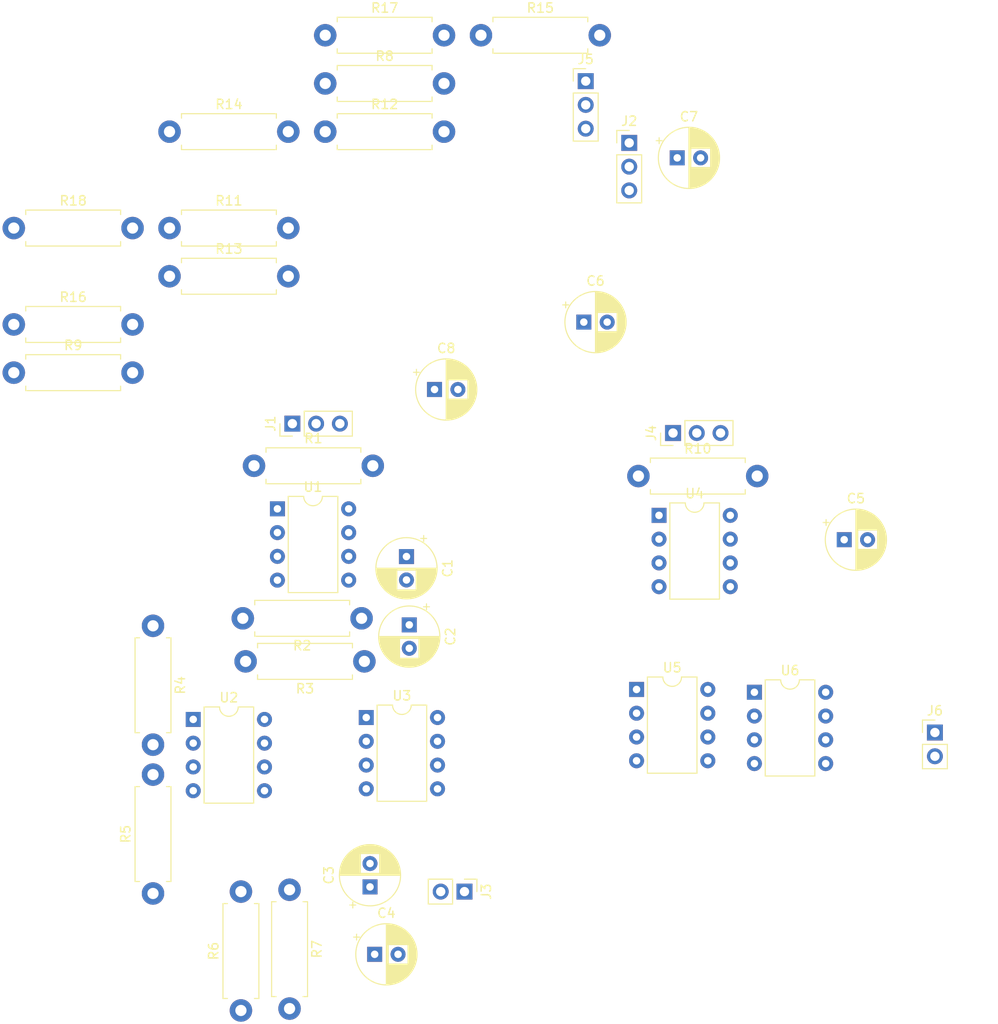
<source format=kicad_pcb>
(kicad_pcb (version 20171130) (host pcbnew 5.1.5-52549c5~86~ubuntu18.04.1)

  (general
    (thickness 1.6)
    (drawings 0)
    (tracks 0)
    (zones 0)
    (modules 38)
    (nets 42)
  )

  (page A4)
  (layers
    (0 F.Cu signal)
    (31 B.Cu signal)
    (32 B.Adhes user)
    (33 F.Adhes user)
    (34 B.Paste user)
    (35 F.Paste user)
    (36 B.SilkS user)
    (37 F.SilkS user)
    (38 B.Mask user)
    (39 F.Mask user)
    (40 Dwgs.User user)
    (41 Cmts.User user)
    (42 Eco1.User user)
    (43 Eco2.User user)
    (44 Edge.Cuts user)
    (45 Margin user)
    (46 B.CrtYd user)
    (47 F.CrtYd user)
    (48 B.Fab user)
    (49 F.Fab user)
  )

  (setup
    (last_trace_width 0.25)
    (trace_clearance 0.2)
    (zone_clearance 0.508)
    (zone_45_only no)
    (trace_min 0.2)
    (via_size 0.8)
    (via_drill 0.4)
    (via_min_size 0.4)
    (via_min_drill 0.3)
    (uvia_size 0.3)
    (uvia_drill 0.1)
    (uvias_allowed no)
    (uvia_min_size 0.2)
    (uvia_min_drill 0.1)
    (edge_width 0.1)
    (segment_width 0.2)
    (pcb_text_width 0.3)
    (pcb_text_size 1.5 1.5)
    (mod_edge_width 0.15)
    (mod_text_size 1 1)
    (mod_text_width 0.15)
    (pad_size 1.524 1.524)
    (pad_drill 0.762)
    (pad_to_mask_clearance 0)
    (aux_axis_origin 0 0)
    (visible_elements FFFFFF7F)
    (pcbplotparams
      (layerselection 0x010fc_ffffffff)
      (usegerberextensions false)
      (usegerberattributes false)
      (usegerberadvancedattributes false)
      (creategerberjobfile false)
      (excludeedgelayer true)
      (linewidth 0.100000)
      (plotframeref false)
      (viasonmask false)
      (mode 1)
      (useauxorigin false)
      (hpglpennumber 1)
      (hpglpenspeed 20)
      (hpglpendiameter 15.000000)
      (psnegative false)
      (psa4output false)
      (plotreference true)
      (plotvalue true)
      (plotinvisibletext false)
      (padsonsilk false)
      (subtractmaskfromsilk false)
      (outputformat 1)
      (mirror false)
      (drillshape 1)
      (scaleselection 1)
      (outputdirectory ""))
  )

  (net 0 "")
  (net 1 "Net-(C1-Pad2)")
  (net 2 "Net-(C1-Pad1)")
  (net 3 "Net-(C2-Pad2)")
  (net 4 "Net-(C3-Pad2)")
  (net 5 Electrode_GND)
  (net 6 "Net-(C4-Pad2)")
  (net 7 "Net-(C4-Pad1)")
  (net 8 "Net-(C5-Pad2)")
  (net 9 "Net-(C5-Pad1)")
  (net 10 "Net-(C6-Pad2)")
  (net 11 "Net-(C7-Pad2)")
  (net 12 "Net-(C8-Pad2)")
  (net 13 "Net-(C8-Pad1)")
  (net 14 +9V)
  (net 15 -9V)
  (net 16 "Net-(R1-Pad2)")
  (net 17 "Net-(R1-Pad1)")
  (net 18 "Net-(R4-Pad2)")
  (net 19 "Net-(R5-Pad1)")
  (net 20 "Net-(R8-Pad2)")
  (net 21 "Net-(R10-Pad2)")
  (net 22 "Net-(R10-Pad1)")
  (net 23 "Net-(R13-Pad2)")
  (net 24 "Net-(R14-Pad1)")
  (net 25 "Net-(R17-Pad2)")
  (net 26 "Net-(U2-Pad8)")
  (net 27 "Net-(U2-Pad5)")
  (net 28 "Net-(U2-Pad1)")
  (net 29 "Net-(U3-Pad8)")
  (net 30 "Net-(U3-Pad5)")
  (net 31 "Net-(U3-Pad1)")
  (net 32 "Net-(U5-Pad8)")
  (net 33 "Net-(U5-Pad5)")
  (net 34 "Net-(U5-Pad1)")
  (net 35 "Net-(U6-Pad8)")
  (net 36 "Net-(U6-Pad5)")
  (net 37 "Net-(U6-Pad1)")
  (net 38 Electrode2a)
  (net 39 Electrode1a)
  (net 40 Electrode2b)
  (net 41 Electrode1b)

  (net_class Default "This is the default net class."
    (clearance 0.2)
    (trace_width 0.25)
    (via_dia 0.8)
    (via_drill 0.4)
    (uvia_dia 0.3)
    (uvia_drill 0.1)
    (add_net +9V)
    (add_net -9V)
    (add_net Electrode1a)
    (add_net Electrode1b)
    (add_net Electrode2a)
    (add_net Electrode2b)
    (add_net Electrode_GND)
    (add_net "Net-(C1-Pad1)")
    (add_net "Net-(C1-Pad2)")
    (add_net "Net-(C2-Pad2)")
    (add_net "Net-(C3-Pad2)")
    (add_net "Net-(C4-Pad1)")
    (add_net "Net-(C4-Pad2)")
    (add_net "Net-(C5-Pad1)")
    (add_net "Net-(C5-Pad2)")
    (add_net "Net-(C6-Pad2)")
    (add_net "Net-(C7-Pad2)")
    (add_net "Net-(C8-Pad1)")
    (add_net "Net-(C8-Pad2)")
    (add_net "Net-(R1-Pad1)")
    (add_net "Net-(R1-Pad2)")
    (add_net "Net-(R10-Pad1)")
    (add_net "Net-(R10-Pad2)")
    (add_net "Net-(R13-Pad2)")
    (add_net "Net-(R14-Pad1)")
    (add_net "Net-(R17-Pad2)")
    (add_net "Net-(R4-Pad2)")
    (add_net "Net-(R5-Pad1)")
    (add_net "Net-(R8-Pad2)")
    (add_net "Net-(U2-Pad1)")
    (add_net "Net-(U2-Pad5)")
    (add_net "Net-(U2-Pad8)")
    (add_net "Net-(U3-Pad1)")
    (add_net "Net-(U3-Pad5)")
    (add_net "Net-(U3-Pad8)")
    (add_net "Net-(U5-Pad1)")
    (add_net "Net-(U5-Pad5)")
    (add_net "Net-(U5-Pad8)")
    (add_net "Net-(U6-Pad1)")
    (add_net "Net-(U6-Pad5)")
    (add_net "Net-(U6-Pad8)")
  )

  (module Package_DIP:DIP-8_W7.62mm (layer F.Cu) (tedit 5A02E8C5) (tstamp 5E983E95)
    (at 128.1 91.4)
    (descr "8-lead though-hole mounted DIP package, row spacing 7.62 mm (300 mils)")
    (tags "THT DIP DIL PDIP 2.54mm 7.62mm 300mil")
    (path /5EBA4193)
    (fp_text reference U6 (at 3.81 -2.33) (layer F.SilkS)
      (effects (font (size 1 1) (thickness 0.15)))
    )
    (fp_text value op37G (at 3.81 9.95) (layer F.Fab)
      (effects (font (size 1 1) (thickness 0.15)))
    )
    (fp_text user %R (at 3.81 3.81) (layer F.Fab)
      (effects (font (size 1 1) (thickness 0.15)))
    )
    (fp_line (start 8.7 -1.55) (end -1.1 -1.55) (layer F.CrtYd) (width 0.05))
    (fp_line (start 8.7 9.15) (end 8.7 -1.55) (layer F.CrtYd) (width 0.05))
    (fp_line (start -1.1 9.15) (end 8.7 9.15) (layer F.CrtYd) (width 0.05))
    (fp_line (start -1.1 -1.55) (end -1.1 9.15) (layer F.CrtYd) (width 0.05))
    (fp_line (start 6.46 -1.33) (end 4.81 -1.33) (layer F.SilkS) (width 0.12))
    (fp_line (start 6.46 8.95) (end 6.46 -1.33) (layer F.SilkS) (width 0.12))
    (fp_line (start 1.16 8.95) (end 6.46 8.95) (layer F.SilkS) (width 0.12))
    (fp_line (start 1.16 -1.33) (end 1.16 8.95) (layer F.SilkS) (width 0.12))
    (fp_line (start 2.81 -1.33) (end 1.16 -1.33) (layer F.SilkS) (width 0.12))
    (fp_line (start 0.635 -0.27) (end 1.635 -1.27) (layer F.Fab) (width 0.1))
    (fp_line (start 0.635 8.89) (end 0.635 -0.27) (layer F.Fab) (width 0.1))
    (fp_line (start 6.985 8.89) (end 0.635 8.89) (layer F.Fab) (width 0.1))
    (fp_line (start 6.985 -1.27) (end 6.985 8.89) (layer F.Fab) (width 0.1))
    (fp_line (start 1.635 -1.27) (end 6.985 -1.27) (layer F.Fab) (width 0.1))
    (fp_arc (start 3.81 -1.33) (end 2.81 -1.33) (angle -180) (layer F.SilkS) (width 0.12))
    (pad 8 thru_hole oval (at 7.62 0) (size 1.6 1.6) (drill 0.8) (layers *.Cu *.Mask)
      (net 35 "Net-(U6-Pad8)"))
    (pad 4 thru_hole oval (at 0 7.62) (size 1.6 1.6) (drill 0.8) (layers *.Cu *.Mask)
      (net 15 -9V))
    (pad 7 thru_hole oval (at 7.62 2.54) (size 1.6 1.6) (drill 0.8) (layers *.Cu *.Mask)
      (net 14 +9V))
    (pad 3 thru_hole oval (at 0 5.08) (size 1.6 1.6) (drill 0.8) (layers *.Cu *.Mask)
      (net 11 "Net-(C7-Pad2)"))
    (pad 6 thru_hole oval (at 7.62 5.08) (size 1.6 1.6) (drill 0.8) (layers *.Cu *.Mask)
      (net 12 "Net-(C8-Pad2)"))
    (pad 2 thru_hole oval (at 0 2.54) (size 1.6 1.6) (drill 0.8) (layers *.Cu *.Mask)
      (net 25 "Net-(R17-Pad2)"))
    (pad 5 thru_hole oval (at 7.62 7.62) (size 1.6 1.6) (drill 0.8) (layers *.Cu *.Mask)
      (net 36 "Net-(U6-Pad5)"))
    (pad 1 thru_hole rect (at 0 0) (size 1.6 1.6) (drill 0.8) (layers *.Cu *.Mask)
      (net 37 "Net-(U6-Pad1)"))
    (model ${KISYS3DMOD}/Package_DIP.3dshapes/DIP-8_W7.62mm.wrl
      (at (xyz 0 0 0))
      (scale (xyz 1 1 1))
      (rotate (xyz 0 0 0))
    )
  )

  (module Package_DIP:DIP-8_W7.62mm (layer F.Cu) (tedit 5A02E8C5) (tstamp 5E983E79)
    (at 115.5 91.1)
    (descr "8-lead though-hole mounted DIP package, row spacing 7.62 mm (300 mils)")
    (tags "THT DIP DIL PDIP 2.54mm 7.62mm 300mil")
    (path /5EBA418D)
    (fp_text reference U5 (at 3.81 -2.33) (layer F.SilkS)
      (effects (font (size 1 1) (thickness 0.15)))
    )
    (fp_text value op37G (at 3.81 9.95) (layer F.Fab)
      (effects (font (size 1 1) (thickness 0.15)))
    )
    (fp_text user %R (at 3.81 3.81) (layer F.Fab)
      (effects (font (size 1 1) (thickness 0.15)))
    )
    (fp_line (start 8.7 -1.55) (end -1.1 -1.55) (layer F.CrtYd) (width 0.05))
    (fp_line (start 8.7 9.15) (end 8.7 -1.55) (layer F.CrtYd) (width 0.05))
    (fp_line (start -1.1 9.15) (end 8.7 9.15) (layer F.CrtYd) (width 0.05))
    (fp_line (start -1.1 -1.55) (end -1.1 9.15) (layer F.CrtYd) (width 0.05))
    (fp_line (start 6.46 -1.33) (end 4.81 -1.33) (layer F.SilkS) (width 0.12))
    (fp_line (start 6.46 8.95) (end 6.46 -1.33) (layer F.SilkS) (width 0.12))
    (fp_line (start 1.16 8.95) (end 6.46 8.95) (layer F.SilkS) (width 0.12))
    (fp_line (start 1.16 -1.33) (end 1.16 8.95) (layer F.SilkS) (width 0.12))
    (fp_line (start 2.81 -1.33) (end 1.16 -1.33) (layer F.SilkS) (width 0.12))
    (fp_line (start 0.635 -0.27) (end 1.635 -1.27) (layer F.Fab) (width 0.1))
    (fp_line (start 0.635 8.89) (end 0.635 -0.27) (layer F.Fab) (width 0.1))
    (fp_line (start 6.985 8.89) (end 0.635 8.89) (layer F.Fab) (width 0.1))
    (fp_line (start 6.985 -1.27) (end 6.985 8.89) (layer F.Fab) (width 0.1))
    (fp_line (start 1.635 -1.27) (end 6.985 -1.27) (layer F.Fab) (width 0.1))
    (fp_arc (start 3.81 -1.33) (end 2.81 -1.33) (angle -180) (layer F.SilkS) (width 0.12))
    (pad 8 thru_hole oval (at 7.62 0) (size 1.6 1.6) (drill 0.8) (layers *.Cu *.Mask)
      (net 32 "Net-(U5-Pad8)"))
    (pad 4 thru_hole oval (at 0 7.62) (size 1.6 1.6) (drill 0.8) (layers *.Cu *.Mask)
      (net 15 -9V))
    (pad 7 thru_hole oval (at 7.62 2.54) (size 1.6 1.6) (drill 0.8) (layers *.Cu *.Mask)
      (net 14 +9V))
    (pad 3 thru_hole oval (at 0 5.08) (size 1.6 1.6) (drill 0.8) (layers *.Cu *.Mask)
      (net 10 "Net-(C6-Pad2)"))
    (pad 6 thru_hole oval (at 7.62 5.08) (size 1.6 1.6) (drill 0.8) (layers *.Cu *.Mask)
      (net 24 "Net-(R14-Pad1)"))
    (pad 2 thru_hole oval (at 0 2.54) (size 1.6 1.6) (drill 0.8) (layers *.Cu *.Mask)
      (net 23 "Net-(R13-Pad2)"))
    (pad 5 thru_hole oval (at 7.62 7.62) (size 1.6 1.6) (drill 0.8) (layers *.Cu *.Mask)
      (net 33 "Net-(U5-Pad5)"))
    (pad 1 thru_hole rect (at 0 0) (size 1.6 1.6) (drill 0.8) (layers *.Cu *.Mask)
      (net 34 "Net-(U5-Pad1)"))
    (model ${KISYS3DMOD}/Package_DIP.3dshapes/DIP-8_W7.62mm.wrl
      (at (xyz 0 0 0))
      (scale (xyz 1 1 1))
      (rotate (xyz 0 0 0))
    )
  )

  (module Package_DIP:DIP-8_W7.62mm (layer F.Cu) (tedit 5A02E8C5) (tstamp 5E983E5D)
    (at 117.9 72.5)
    (descr "8-lead though-hole mounted DIP package, row spacing 7.62 mm (300 mils)")
    (tags "THT DIP DIL PDIP 2.54mm 7.62mm 300mil")
    (path /5EBA4187)
    (fp_text reference U4 (at 3.81 -2.33) (layer F.SilkS)
      (effects (font (size 1 1) (thickness 0.15)))
    )
    (fp_text value AD620 (at 3.81 9.95) (layer F.Fab)
      (effects (font (size 1 1) (thickness 0.15)))
    )
    (fp_text user %R (at 3.81 3.81) (layer F.Fab)
      (effects (font (size 1 1) (thickness 0.15)))
    )
    (fp_line (start 8.7 -1.55) (end -1.1 -1.55) (layer F.CrtYd) (width 0.05))
    (fp_line (start 8.7 9.15) (end 8.7 -1.55) (layer F.CrtYd) (width 0.05))
    (fp_line (start -1.1 9.15) (end 8.7 9.15) (layer F.CrtYd) (width 0.05))
    (fp_line (start -1.1 -1.55) (end -1.1 9.15) (layer F.CrtYd) (width 0.05))
    (fp_line (start 6.46 -1.33) (end 4.81 -1.33) (layer F.SilkS) (width 0.12))
    (fp_line (start 6.46 8.95) (end 6.46 -1.33) (layer F.SilkS) (width 0.12))
    (fp_line (start 1.16 8.95) (end 6.46 8.95) (layer F.SilkS) (width 0.12))
    (fp_line (start 1.16 -1.33) (end 1.16 8.95) (layer F.SilkS) (width 0.12))
    (fp_line (start 2.81 -1.33) (end 1.16 -1.33) (layer F.SilkS) (width 0.12))
    (fp_line (start 0.635 -0.27) (end 1.635 -1.27) (layer F.Fab) (width 0.1))
    (fp_line (start 0.635 8.89) (end 0.635 -0.27) (layer F.Fab) (width 0.1))
    (fp_line (start 6.985 8.89) (end 0.635 8.89) (layer F.Fab) (width 0.1))
    (fp_line (start 6.985 -1.27) (end 6.985 8.89) (layer F.Fab) (width 0.1))
    (fp_line (start 1.635 -1.27) (end 6.985 -1.27) (layer F.Fab) (width 0.1))
    (fp_arc (start 3.81 -1.33) (end 2.81 -1.33) (angle -180) (layer F.SilkS) (width 0.12))
    (pad 8 thru_hole oval (at 7.62 0) (size 1.6 1.6) (drill 0.8) (layers *.Cu *.Mask)
      (net 21 "Net-(R10-Pad2)"))
    (pad 4 thru_hole oval (at 0 7.62) (size 1.6 1.6) (drill 0.8) (layers *.Cu *.Mask)
      (net 15 -9V))
    (pad 7 thru_hole oval (at 7.62 2.54) (size 1.6 1.6) (drill 0.8) (layers *.Cu *.Mask)
      (net 14 +9V))
    (pad 3 thru_hole oval (at 0 5.08) (size 1.6 1.6) (drill 0.8) (layers *.Cu *.Mask)
      (net 40 Electrode2b))
    (pad 6 thru_hole oval (at 7.62 5.08) (size 1.6 1.6) (drill 0.8) (layers *.Cu *.Mask)
      (net 9 "Net-(C5-Pad1)"))
    (pad 2 thru_hole oval (at 0 2.54) (size 1.6 1.6) (drill 0.8) (layers *.Cu *.Mask)
      (net 41 Electrode1b))
    (pad 5 thru_hole oval (at 7.62 7.62) (size 1.6 1.6) (drill 0.8) (layers *.Cu *.Mask)
      (net 5 Electrode_GND))
    (pad 1 thru_hole rect (at 0 0) (size 1.6 1.6) (drill 0.8) (layers *.Cu *.Mask)
      (net 22 "Net-(R10-Pad1)"))
    (model ${KISYS3DMOD}/Package_DIP.3dshapes/DIP-8_W7.62mm.wrl
      (at (xyz 0 0 0))
      (scale (xyz 1 1 1))
      (rotate (xyz 0 0 0))
    )
  )

  (module Package_DIP:DIP-8_W7.62mm (layer F.Cu) (tedit 5A02E8C5) (tstamp 5E983E41)
    (at 86.6 94.1)
    (descr "8-lead though-hole mounted DIP package, row spacing 7.62 mm (300 mils)")
    (tags "THT DIP DIL PDIP 2.54mm 7.62mm 300mil")
    (path /5E47DACF)
    (fp_text reference U3 (at 3.81 -2.33) (layer F.SilkS)
      (effects (font (size 1 1) (thickness 0.15)))
    )
    (fp_text value op37G (at 3.81 9.95) (layer F.Fab)
      (effects (font (size 1 1) (thickness 0.15)))
    )
    (fp_text user %R (at 3.81 3.81) (layer F.Fab)
      (effects (font (size 1 1) (thickness 0.15)))
    )
    (fp_line (start 8.7 -1.55) (end -1.1 -1.55) (layer F.CrtYd) (width 0.05))
    (fp_line (start 8.7 9.15) (end 8.7 -1.55) (layer F.CrtYd) (width 0.05))
    (fp_line (start -1.1 9.15) (end 8.7 9.15) (layer F.CrtYd) (width 0.05))
    (fp_line (start -1.1 -1.55) (end -1.1 9.15) (layer F.CrtYd) (width 0.05))
    (fp_line (start 6.46 -1.33) (end 4.81 -1.33) (layer F.SilkS) (width 0.12))
    (fp_line (start 6.46 8.95) (end 6.46 -1.33) (layer F.SilkS) (width 0.12))
    (fp_line (start 1.16 8.95) (end 6.46 8.95) (layer F.SilkS) (width 0.12))
    (fp_line (start 1.16 -1.33) (end 1.16 8.95) (layer F.SilkS) (width 0.12))
    (fp_line (start 2.81 -1.33) (end 1.16 -1.33) (layer F.SilkS) (width 0.12))
    (fp_line (start 0.635 -0.27) (end 1.635 -1.27) (layer F.Fab) (width 0.1))
    (fp_line (start 0.635 8.89) (end 0.635 -0.27) (layer F.Fab) (width 0.1))
    (fp_line (start 6.985 8.89) (end 0.635 8.89) (layer F.Fab) (width 0.1))
    (fp_line (start 6.985 -1.27) (end 6.985 8.89) (layer F.Fab) (width 0.1))
    (fp_line (start 1.635 -1.27) (end 6.985 -1.27) (layer F.Fab) (width 0.1))
    (fp_arc (start 3.81 -1.33) (end 2.81 -1.33) (angle -180) (layer F.SilkS) (width 0.12))
    (pad 8 thru_hole oval (at 7.62 0) (size 1.6 1.6) (drill 0.8) (layers *.Cu *.Mask)
      (net 29 "Net-(U3-Pad8)"))
    (pad 4 thru_hole oval (at 0 7.62) (size 1.6 1.6) (drill 0.8) (layers *.Cu *.Mask)
      (net 15 -9V))
    (pad 7 thru_hole oval (at 7.62 2.54) (size 1.6 1.6) (drill 0.8) (layers *.Cu *.Mask)
      (net 14 +9V))
    (pad 3 thru_hole oval (at 0 5.08) (size 1.6 1.6) (drill 0.8) (layers *.Cu *.Mask)
      (net 4 "Net-(C3-Pad2)"))
    (pad 6 thru_hole oval (at 7.62 5.08) (size 1.6 1.6) (drill 0.8) (layers *.Cu *.Mask)
      (net 6 "Net-(C4-Pad2)"))
    (pad 2 thru_hole oval (at 0 2.54) (size 1.6 1.6) (drill 0.8) (layers *.Cu *.Mask)
      (net 20 "Net-(R8-Pad2)"))
    (pad 5 thru_hole oval (at 7.62 7.62) (size 1.6 1.6) (drill 0.8) (layers *.Cu *.Mask)
      (net 30 "Net-(U3-Pad5)"))
    (pad 1 thru_hole rect (at 0 0) (size 1.6 1.6) (drill 0.8) (layers *.Cu *.Mask)
      (net 31 "Net-(U3-Pad1)"))
    (model ${KISYS3DMOD}/Package_DIP.3dshapes/DIP-8_W7.62mm.wrl
      (at (xyz 0 0 0))
      (scale (xyz 1 1 1))
      (rotate (xyz 0 0 0))
    )
  )

  (module Package_DIP:DIP-8_W7.62mm (layer F.Cu) (tedit 5A02E8C5) (tstamp 5E983E25)
    (at 68.1 94.3)
    (descr "8-lead though-hole mounted DIP package, row spacing 7.62 mm (300 mils)")
    (tags "THT DIP DIL PDIP 2.54mm 7.62mm 300mil")
    (path /5E47D3F8)
    (fp_text reference U2 (at 3.81 -2.33) (layer F.SilkS)
      (effects (font (size 1 1) (thickness 0.15)))
    )
    (fp_text value op37G (at 3.81 9.95) (layer F.Fab)
      (effects (font (size 1 1) (thickness 0.15)))
    )
    (fp_text user %R (at 3.81 3.81) (layer F.Fab)
      (effects (font (size 1 1) (thickness 0.15)))
    )
    (fp_line (start 8.7 -1.55) (end -1.1 -1.55) (layer F.CrtYd) (width 0.05))
    (fp_line (start 8.7 9.15) (end 8.7 -1.55) (layer F.CrtYd) (width 0.05))
    (fp_line (start -1.1 9.15) (end 8.7 9.15) (layer F.CrtYd) (width 0.05))
    (fp_line (start -1.1 -1.55) (end -1.1 9.15) (layer F.CrtYd) (width 0.05))
    (fp_line (start 6.46 -1.33) (end 4.81 -1.33) (layer F.SilkS) (width 0.12))
    (fp_line (start 6.46 8.95) (end 6.46 -1.33) (layer F.SilkS) (width 0.12))
    (fp_line (start 1.16 8.95) (end 6.46 8.95) (layer F.SilkS) (width 0.12))
    (fp_line (start 1.16 -1.33) (end 1.16 8.95) (layer F.SilkS) (width 0.12))
    (fp_line (start 2.81 -1.33) (end 1.16 -1.33) (layer F.SilkS) (width 0.12))
    (fp_line (start 0.635 -0.27) (end 1.635 -1.27) (layer F.Fab) (width 0.1))
    (fp_line (start 0.635 8.89) (end 0.635 -0.27) (layer F.Fab) (width 0.1))
    (fp_line (start 6.985 8.89) (end 0.635 8.89) (layer F.Fab) (width 0.1))
    (fp_line (start 6.985 -1.27) (end 6.985 8.89) (layer F.Fab) (width 0.1))
    (fp_line (start 1.635 -1.27) (end 6.985 -1.27) (layer F.Fab) (width 0.1))
    (fp_arc (start 3.81 -1.33) (end 2.81 -1.33) (angle -180) (layer F.SilkS) (width 0.12))
    (pad 8 thru_hole oval (at 7.62 0) (size 1.6 1.6) (drill 0.8) (layers *.Cu *.Mask)
      (net 26 "Net-(U2-Pad8)"))
    (pad 4 thru_hole oval (at 0 7.62) (size 1.6 1.6) (drill 0.8) (layers *.Cu *.Mask)
      (net 15 -9V))
    (pad 7 thru_hole oval (at 7.62 2.54) (size 1.6 1.6) (drill 0.8) (layers *.Cu *.Mask)
      (net 14 +9V))
    (pad 3 thru_hole oval (at 0 5.08) (size 1.6 1.6) (drill 0.8) (layers *.Cu *.Mask)
      (net 3 "Net-(C2-Pad2)"))
    (pad 6 thru_hole oval (at 7.62 5.08) (size 1.6 1.6) (drill 0.8) (layers *.Cu *.Mask)
      (net 19 "Net-(R5-Pad1)"))
    (pad 2 thru_hole oval (at 0 2.54) (size 1.6 1.6) (drill 0.8) (layers *.Cu *.Mask)
      (net 18 "Net-(R4-Pad2)"))
    (pad 5 thru_hole oval (at 7.62 7.62) (size 1.6 1.6) (drill 0.8) (layers *.Cu *.Mask)
      (net 27 "Net-(U2-Pad5)"))
    (pad 1 thru_hole rect (at 0 0) (size 1.6 1.6) (drill 0.8) (layers *.Cu *.Mask)
      (net 28 "Net-(U2-Pad1)"))
    (model ${KISYS3DMOD}/Package_DIP.3dshapes/DIP-8_W7.62mm.wrl
      (at (xyz 0 0 0))
      (scale (xyz 1 1 1))
      (rotate (xyz 0 0 0))
    )
  )

  (module Package_DIP:DIP-8_W7.62mm (layer F.Cu) (tedit 5A02E8C5) (tstamp 5E983E09)
    (at 77.1 71.8)
    (descr "8-lead though-hole mounted DIP package, row spacing 7.62 mm (300 mils)")
    (tags "THT DIP DIL PDIP 2.54mm 7.62mm 300mil")
    (path /5E47C174)
    (fp_text reference U1 (at 3.81 -2.33) (layer F.SilkS)
      (effects (font (size 1 1) (thickness 0.15)))
    )
    (fp_text value AD620 (at 3.81 9.95) (layer F.Fab)
      (effects (font (size 1 1) (thickness 0.15)))
    )
    (fp_text user %R (at 3.81 3.81) (layer F.Fab)
      (effects (font (size 1 1) (thickness 0.15)))
    )
    (fp_line (start 8.7 -1.55) (end -1.1 -1.55) (layer F.CrtYd) (width 0.05))
    (fp_line (start 8.7 9.15) (end 8.7 -1.55) (layer F.CrtYd) (width 0.05))
    (fp_line (start -1.1 9.15) (end 8.7 9.15) (layer F.CrtYd) (width 0.05))
    (fp_line (start -1.1 -1.55) (end -1.1 9.15) (layer F.CrtYd) (width 0.05))
    (fp_line (start 6.46 -1.33) (end 4.81 -1.33) (layer F.SilkS) (width 0.12))
    (fp_line (start 6.46 8.95) (end 6.46 -1.33) (layer F.SilkS) (width 0.12))
    (fp_line (start 1.16 8.95) (end 6.46 8.95) (layer F.SilkS) (width 0.12))
    (fp_line (start 1.16 -1.33) (end 1.16 8.95) (layer F.SilkS) (width 0.12))
    (fp_line (start 2.81 -1.33) (end 1.16 -1.33) (layer F.SilkS) (width 0.12))
    (fp_line (start 0.635 -0.27) (end 1.635 -1.27) (layer F.Fab) (width 0.1))
    (fp_line (start 0.635 8.89) (end 0.635 -0.27) (layer F.Fab) (width 0.1))
    (fp_line (start 6.985 8.89) (end 0.635 8.89) (layer F.Fab) (width 0.1))
    (fp_line (start 6.985 -1.27) (end 6.985 8.89) (layer F.Fab) (width 0.1))
    (fp_line (start 1.635 -1.27) (end 6.985 -1.27) (layer F.Fab) (width 0.1))
    (fp_arc (start 3.81 -1.33) (end 2.81 -1.33) (angle -180) (layer F.SilkS) (width 0.12))
    (pad 8 thru_hole oval (at 7.62 0) (size 1.6 1.6) (drill 0.8) (layers *.Cu *.Mask)
      (net 16 "Net-(R1-Pad2)"))
    (pad 4 thru_hole oval (at 0 7.62) (size 1.6 1.6) (drill 0.8) (layers *.Cu *.Mask)
      (net 15 -9V))
    (pad 7 thru_hole oval (at 7.62 2.54) (size 1.6 1.6) (drill 0.8) (layers *.Cu *.Mask)
      (net 14 +9V))
    (pad 3 thru_hole oval (at 0 5.08) (size 1.6 1.6) (drill 0.8) (layers *.Cu *.Mask)
      (net 38 Electrode2a))
    (pad 6 thru_hole oval (at 7.62 5.08) (size 1.6 1.6) (drill 0.8) (layers *.Cu *.Mask)
      (net 2 "Net-(C1-Pad1)"))
    (pad 2 thru_hole oval (at 0 2.54) (size 1.6 1.6) (drill 0.8) (layers *.Cu *.Mask)
      (net 39 Electrode1a))
    (pad 5 thru_hole oval (at 7.62 7.62) (size 1.6 1.6) (drill 0.8) (layers *.Cu *.Mask)
      (net 5 Electrode_GND))
    (pad 1 thru_hole rect (at 0 0) (size 1.6 1.6) (drill 0.8) (layers *.Cu *.Mask)
      (net 17 "Net-(R1-Pad1)"))
    (model ${KISYS3DMOD}/Package_DIP.3dshapes/DIP-8_W7.62mm.wrl
      (at (xyz 0 0 0))
      (scale (xyz 1 1 1))
      (rotate (xyz 0 0 0))
    )
  )

  (module Resistor_THT:R_Axial_DIN0411_L9.9mm_D3.6mm_P12.70mm_Horizontal (layer F.Cu) (tedit 5AE5139B) (tstamp 5E983DED)
    (at 48.914759 41.8)
    (descr "Resistor, Axial_DIN0411 series, Axial, Horizontal, pin pitch=12.7mm, 1W, length*diameter=9.9*3.6mm^2")
    (tags "Resistor Axial_DIN0411 series Axial Horizontal pin pitch 12.7mm 1W length 9.9mm diameter 3.6mm")
    (path /5EBA4212)
    (fp_text reference R18 (at 6.35 -2.92) (layer F.SilkS)
      (effects (font (size 1 1) (thickness 0.15)))
    )
    (fp_text value "5 KOhm" (at 6.35 2.92) (layer F.Fab)
      (effects (font (size 1 1) (thickness 0.15)))
    )
    (fp_text user %R (at 6.35 0) (layer F.Fab)
      (effects (font (size 1 1) (thickness 0.15)))
    )
    (fp_line (start 14.15 -2.05) (end -1.45 -2.05) (layer F.CrtYd) (width 0.05))
    (fp_line (start 14.15 2.05) (end 14.15 -2.05) (layer F.CrtYd) (width 0.05))
    (fp_line (start -1.45 2.05) (end 14.15 2.05) (layer F.CrtYd) (width 0.05))
    (fp_line (start -1.45 -2.05) (end -1.45 2.05) (layer F.CrtYd) (width 0.05))
    (fp_line (start 11.42 1.92) (end 11.42 1.44) (layer F.SilkS) (width 0.12))
    (fp_line (start 1.28 1.92) (end 11.42 1.92) (layer F.SilkS) (width 0.12))
    (fp_line (start 1.28 1.44) (end 1.28 1.92) (layer F.SilkS) (width 0.12))
    (fp_line (start 11.42 -1.92) (end 11.42 -1.44) (layer F.SilkS) (width 0.12))
    (fp_line (start 1.28 -1.92) (end 11.42 -1.92) (layer F.SilkS) (width 0.12))
    (fp_line (start 1.28 -1.44) (end 1.28 -1.92) (layer F.SilkS) (width 0.12))
    (fp_line (start 12.7 0) (end 11.3 0) (layer F.Fab) (width 0.1))
    (fp_line (start 0 0) (end 1.4 0) (layer F.Fab) (width 0.1))
    (fp_line (start 11.3 -1.8) (end 1.4 -1.8) (layer F.Fab) (width 0.1))
    (fp_line (start 11.3 1.8) (end 11.3 -1.8) (layer F.Fab) (width 0.1))
    (fp_line (start 1.4 1.8) (end 11.3 1.8) (layer F.Fab) (width 0.1))
    (fp_line (start 1.4 -1.8) (end 1.4 1.8) (layer F.Fab) (width 0.1))
    (pad 2 thru_hole oval (at 12.7 0) (size 2.4 2.4) (drill 1.2) (layers *.Cu *.Mask)
      (net 25 "Net-(R17-Pad2)"))
    (pad 1 thru_hole circle (at 0 0) (size 2.4 2.4) (drill 1.2) (layers *.Cu *.Mask)
      (net 12 "Net-(C8-Pad2)"))
    (model ${KISYS3DMOD}/Resistor_THT.3dshapes/R_Axial_DIN0411_L9.9mm_D3.6mm_P12.70mm_Horizontal.wrl
      (at (xyz 0 0 0))
      (scale (xyz 1 1 1))
      (rotate (xyz 0 0 0))
    )
  )

  (module Resistor_THT:R_Axial_DIN0411_L9.9mm_D3.6mm_P12.70mm_Horizontal (layer F.Cu) (tedit 5AE5139B) (tstamp 5E983DD6)
    (at 82.214759 21.2)
    (descr "Resistor, Axial_DIN0411 series, Axial, Horizontal, pin pitch=12.7mm, 1W, length*diameter=9.9*3.6mm^2")
    (tags "Resistor Axial_DIN0411 series Axial Horizontal pin pitch 12.7mm 1W length 9.9mm diameter 3.6mm")
    (path /5EBA4218)
    (fp_text reference R17 (at 6.35 -2.92) (layer F.SilkS)
      (effects (font (size 1 1) (thickness 0.15)))
    )
    (fp_text value "10 KOhm" (at 6.35 2.92) (layer F.Fab)
      (effects (font (size 1 1) (thickness 0.15)))
    )
    (fp_text user %R (at 6.35 0) (layer F.Fab)
      (effects (font (size 1 1) (thickness 0.15)))
    )
    (fp_line (start 14.15 -2.05) (end -1.45 -2.05) (layer F.CrtYd) (width 0.05))
    (fp_line (start 14.15 2.05) (end 14.15 -2.05) (layer F.CrtYd) (width 0.05))
    (fp_line (start -1.45 2.05) (end 14.15 2.05) (layer F.CrtYd) (width 0.05))
    (fp_line (start -1.45 -2.05) (end -1.45 2.05) (layer F.CrtYd) (width 0.05))
    (fp_line (start 11.42 1.92) (end 11.42 1.44) (layer F.SilkS) (width 0.12))
    (fp_line (start 1.28 1.92) (end 11.42 1.92) (layer F.SilkS) (width 0.12))
    (fp_line (start 1.28 1.44) (end 1.28 1.92) (layer F.SilkS) (width 0.12))
    (fp_line (start 11.42 -1.92) (end 11.42 -1.44) (layer F.SilkS) (width 0.12))
    (fp_line (start 1.28 -1.92) (end 11.42 -1.92) (layer F.SilkS) (width 0.12))
    (fp_line (start 1.28 -1.44) (end 1.28 -1.92) (layer F.SilkS) (width 0.12))
    (fp_line (start 12.7 0) (end 11.3 0) (layer F.Fab) (width 0.1))
    (fp_line (start 0 0) (end 1.4 0) (layer F.Fab) (width 0.1))
    (fp_line (start 11.3 -1.8) (end 1.4 -1.8) (layer F.Fab) (width 0.1))
    (fp_line (start 11.3 1.8) (end 11.3 -1.8) (layer F.Fab) (width 0.1))
    (fp_line (start 1.4 1.8) (end 11.3 1.8) (layer F.Fab) (width 0.1))
    (fp_line (start 1.4 -1.8) (end 1.4 1.8) (layer F.Fab) (width 0.1))
    (pad 2 thru_hole oval (at 12.7 0) (size 2.4 2.4) (drill 1.2) (layers *.Cu *.Mask)
      (net 25 "Net-(R17-Pad2)"))
    (pad 1 thru_hole circle (at 0 0) (size 2.4 2.4) (drill 1.2) (layers *.Cu *.Mask)
      (net 5 Electrode_GND))
    (model ${KISYS3DMOD}/Resistor_THT.3dshapes/R_Axial_DIN0411_L9.9mm_D3.6mm_P12.70mm_Horizontal.wrl
      (at (xyz 0 0 0))
      (scale (xyz 1 1 1))
      (rotate (xyz 0 0 0))
    )
  )

  (module Resistor_THT:R_Axial_DIN0411_L9.9mm_D3.6mm_P12.70mm_Horizontal (layer F.Cu) (tedit 5AE5139B) (tstamp 5E983DBF)
    (at 48.914759 52.1)
    (descr "Resistor, Axial_DIN0411 series, Axial, Horizontal, pin pitch=12.7mm, 1W, length*diameter=9.9*3.6mm^2")
    (tags "Resistor Axial_DIN0411 series Axial Horizontal pin pitch 12.7mm 1W length 9.9mm diameter 3.6mm")
    (path /5EBA422A)
    (fp_text reference R16 (at 6.35 -2.92) (layer F.SilkS)
      (effects (font (size 1 1) (thickness 0.15)))
    )
    (fp_text value "16 KOhm" (at 6.35 2.92) (layer F.Fab)
      (effects (font (size 1 1) (thickness 0.15)))
    )
    (fp_text user %R (at 6.35 0) (layer F.Fab)
      (effects (font (size 1 1) (thickness 0.15)))
    )
    (fp_line (start 14.15 -2.05) (end -1.45 -2.05) (layer F.CrtYd) (width 0.05))
    (fp_line (start 14.15 2.05) (end 14.15 -2.05) (layer F.CrtYd) (width 0.05))
    (fp_line (start -1.45 2.05) (end 14.15 2.05) (layer F.CrtYd) (width 0.05))
    (fp_line (start -1.45 -2.05) (end -1.45 2.05) (layer F.CrtYd) (width 0.05))
    (fp_line (start 11.42 1.92) (end 11.42 1.44) (layer F.SilkS) (width 0.12))
    (fp_line (start 1.28 1.92) (end 11.42 1.92) (layer F.SilkS) (width 0.12))
    (fp_line (start 1.28 1.44) (end 1.28 1.92) (layer F.SilkS) (width 0.12))
    (fp_line (start 11.42 -1.92) (end 11.42 -1.44) (layer F.SilkS) (width 0.12))
    (fp_line (start 1.28 -1.92) (end 11.42 -1.92) (layer F.SilkS) (width 0.12))
    (fp_line (start 1.28 -1.44) (end 1.28 -1.92) (layer F.SilkS) (width 0.12))
    (fp_line (start 12.7 0) (end 11.3 0) (layer F.Fab) (width 0.1))
    (fp_line (start 0 0) (end 1.4 0) (layer F.Fab) (width 0.1))
    (fp_line (start 11.3 -1.8) (end 1.4 -1.8) (layer F.Fab) (width 0.1))
    (fp_line (start 11.3 1.8) (end 11.3 -1.8) (layer F.Fab) (width 0.1))
    (fp_line (start 1.4 1.8) (end 11.3 1.8) (layer F.Fab) (width 0.1))
    (fp_line (start 1.4 -1.8) (end 1.4 1.8) (layer F.Fab) (width 0.1))
    (pad 2 thru_hole oval (at 12.7 0) (size 2.4 2.4) (drill 1.2) (layers *.Cu *.Mask)
      (net 13 "Net-(C8-Pad1)"))
    (pad 1 thru_hole circle (at 0 0) (size 2.4 2.4) (drill 1.2) (layers *.Cu *.Mask)
      (net 11 "Net-(C7-Pad2)"))
    (model ${KISYS3DMOD}/Resistor_THT.3dshapes/R_Axial_DIN0411_L9.9mm_D3.6mm_P12.70mm_Horizontal.wrl
      (at (xyz 0 0 0))
      (scale (xyz 1 1 1))
      (rotate (xyz 0 0 0))
    )
  )

  (module Resistor_THT:R_Axial_DIN0411_L9.9mm_D3.6mm_P12.70mm_Horizontal (layer F.Cu) (tedit 5AE5139B) (tstamp 5E983DA8)
    (at 98.864759 21.2)
    (descr "Resistor, Axial_DIN0411 series, Axial, Horizontal, pin pitch=12.7mm, 1W, length*diameter=9.9*3.6mm^2")
    (tags "Resistor Axial_DIN0411 series Axial Horizontal pin pitch 12.7mm 1W length 9.9mm diameter 3.6mm")
    (path /5EBA4230)
    (fp_text reference R15 (at 6.35 -2.92) (layer F.SilkS)
      (effects (font (size 1 1) (thickness 0.15)))
    )
    (fp_text value "16 KOhm" (at 6.35 2.92) (layer F.Fab)
      (effects (font (size 1 1) (thickness 0.15)))
    )
    (fp_text user %R (at 6.35 0) (layer F.Fab)
      (effects (font (size 1 1) (thickness 0.15)))
    )
    (fp_line (start 14.15 -2.05) (end -1.45 -2.05) (layer F.CrtYd) (width 0.05))
    (fp_line (start 14.15 2.05) (end 14.15 -2.05) (layer F.CrtYd) (width 0.05))
    (fp_line (start -1.45 2.05) (end 14.15 2.05) (layer F.CrtYd) (width 0.05))
    (fp_line (start -1.45 -2.05) (end -1.45 2.05) (layer F.CrtYd) (width 0.05))
    (fp_line (start 11.42 1.92) (end 11.42 1.44) (layer F.SilkS) (width 0.12))
    (fp_line (start 1.28 1.92) (end 11.42 1.92) (layer F.SilkS) (width 0.12))
    (fp_line (start 1.28 1.44) (end 1.28 1.92) (layer F.SilkS) (width 0.12))
    (fp_line (start 11.42 -1.92) (end 11.42 -1.44) (layer F.SilkS) (width 0.12))
    (fp_line (start 1.28 -1.92) (end 11.42 -1.92) (layer F.SilkS) (width 0.12))
    (fp_line (start 1.28 -1.44) (end 1.28 -1.92) (layer F.SilkS) (width 0.12))
    (fp_line (start 12.7 0) (end 11.3 0) (layer F.Fab) (width 0.1))
    (fp_line (start 0 0) (end 1.4 0) (layer F.Fab) (width 0.1))
    (fp_line (start 11.3 -1.8) (end 1.4 -1.8) (layer F.Fab) (width 0.1))
    (fp_line (start 11.3 1.8) (end 11.3 -1.8) (layer F.Fab) (width 0.1))
    (fp_line (start 1.4 1.8) (end 11.3 1.8) (layer F.Fab) (width 0.1))
    (fp_line (start 1.4 -1.8) (end 1.4 1.8) (layer F.Fab) (width 0.1))
    (pad 2 thru_hole oval (at 12.7 0) (size 2.4 2.4) (drill 1.2) (layers *.Cu *.Mask)
      (net 24 "Net-(R14-Pad1)"))
    (pad 1 thru_hole circle (at 0 0) (size 2.4 2.4) (drill 1.2) (layers *.Cu *.Mask)
      (net 13 "Net-(C8-Pad1)"))
    (model ${KISYS3DMOD}/Resistor_THT.3dshapes/R_Axial_DIN0411_L9.9mm_D3.6mm_P12.70mm_Horizontal.wrl
      (at (xyz 0 0 0))
      (scale (xyz 1 1 1))
      (rotate (xyz 0 0 0))
    )
  )

  (module Resistor_THT:R_Axial_DIN0411_L9.9mm_D3.6mm_P12.70mm_Horizontal (layer F.Cu) (tedit 5AE5139B) (tstamp 5E983D91)
    (at 65.564759 31.5)
    (descr "Resistor, Axial_DIN0411 series, Axial, Horizontal, pin pitch=12.7mm, 1W, length*diameter=9.9*3.6mm^2")
    (tags "Resistor Axial_DIN0411 series Axial Horizontal pin pitch 12.7mm 1W length 9.9mm diameter 3.6mm")
    (path /5EBA420C)
    (fp_text reference R14 (at 6.35 -2.92) (layer F.SilkS)
      (effects (font (size 1 1) (thickness 0.15)))
    )
    (fp_text value "3.3 KOhm" (at 6.35 2.92) (layer F.Fab)
      (effects (font (size 1 1) (thickness 0.15)))
    )
    (fp_text user %R (at 6.35 0) (layer F.Fab)
      (effects (font (size 1 1) (thickness 0.15)))
    )
    (fp_line (start 14.15 -2.05) (end -1.45 -2.05) (layer F.CrtYd) (width 0.05))
    (fp_line (start 14.15 2.05) (end 14.15 -2.05) (layer F.CrtYd) (width 0.05))
    (fp_line (start -1.45 2.05) (end 14.15 2.05) (layer F.CrtYd) (width 0.05))
    (fp_line (start -1.45 -2.05) (end -1.45 2.05) (layer F.CrtYd) (width 0.05))
    (fp_line (start 11.42 1.92) (end 11.42 1.44) (layer F.SilkS) (width 0.12))
    (fp_line (start 1.28 1.92) (end 11.42 1.92) (layer F.SilkS) (width 0.12))
    (fp_line (start 1.28 1.44) (end 1.28 1.92) (layer F.SilkS) (width 0.12))
    (fp_line (start 11.42 -1.92) (end 11.42 -1.44) (layer F.SilkS) (width 0.12))
    (fp_line (start 1.28 -1.92) (end 11.42 -1.92) (layer F.SilkS) (width 0.12))
    (fp_line (start 1.28 -1.44) (end 1.28 -1.92) (layer F.SilkS) (width 0.12))
    (fp_line (start 12.7 0) (end 11.3 0) (layer F.Fab) (width 0.1))
    (fp_line (start 0 0) (end 1.4 0) (layer F.Fab) (width 0.1))
    (fp_line (start 11.3 -1.8) (end 1.4 -1.8) (layer F.Fab) (width 0.1))
    (fp_line (start 11.3 1.8) (end 11.3 -1.8) (layer F.Fab) (width 0.1))
    (fp_line (start 1.4 1.8) (end 11.3 1.8) (layer F.Fab) (width 0.1))
    (fp_line (start 1.4 -1.8) (end 1.4 1.8) (layer F.Fab) (width 0.1))
    (pad 2 thru_hole oval (at 12.7 0) (size 2.4 2.4) (drill 1.2) (layers *.Cu *.Mask)
      (net 23 "Net-(R13-Pad2)"))
    (pad 1 thru_hole circle (at 0 0) (size 2.4 2.4) (drill 1.2) (layers *.Cu *.Mask)
      (net 24 "Net-(R14-Pad1)"))
    (model ${KISYS3DMOD}/Resistor_THT.3dshapes/R_Axial_DIN0411_L9.9mm_D3.6mm_P12.70mm_Horizontal.wrl
      (at (xyz 0 0 0))
      (scale (xyz 1 1 1))
      (rotate (xyz 0 0 0))
    )
  )

  (module Resistor_THT:R_Axial_DIN0411_L9.9mm_D3.6mm_P12.70mm_Horizontal (layer F.Cu) (tedit 5AE5139B) (tstamp 5E983D7A)
    (at 65.564759 46.95)
    (descr "Resistor, Axial_DIN0411 series, Axial, Horizontal, pin pitch=12.7mm, 1W, length*diameter=9.9*3.6mm^2")
    (tags "Resistor Axial_DIN0411 series Axial Horizontal pin pitch 12.7mm 1W length 9.9mm diameter 3.6mm")
    (path /5EBA4260)
    (fp_text reference R13 (at 6.35 -2.92) (layer F.SilkS)
      (effects (font (size 1 1) (thickness 0.15)))
    )
    (fp_text value "1 KOhm" (at 6.35 2.92) (layer F.Fab)
      (effects (font (size 1 1) (thickness 0.15)))
    )
    (fp_text user %R (at 6.35 0) (layer F.Fab)
      (effects (font (size 1 1) (thickness 0.15)))
    )
    (fp_line (start 14.15 -2.05) (end -1.45 -2.05) (layer F.CrtYd) (width 0.05))
    (fp_line (start 14.15 2.05) (end 14.15 -2.05) (layer F.CrtYd) (width 0.05))
    (fp_line (start -1.45 2.05) (end 14.15 2.05) (layer F.CrtYd) (width 0.05))
    (fp_line (start -1.45 -2.05) (end -1.45 2.05) (layer F.CrtYd) (width 0.05))
    (fp_line (start 11.42 1.92) (end 11.42 1.44) (layer F.SilkS) (width 0.12))
    (fp_line (start 1.28 1.92) (end 11.42 1.92) (layer F.SilkS) (width 0.12))
    (fp_line (start 1.28 1.44) (end 1.28 1.92) (layer F.SilkS) (width 0.12))
    (fp_line (start 11.42 -1.92) (end 11.42 -1.44) (layer F.SilkS) (width 0.12))
    (fp_line (start 1.28 -1.92) (end 11.42 -1.92) (layer F.SilkS) (width 0.12))
    (fp_line (start 1.28 -1.44) (end 1.28 -1.92) (layer F.SilkS) (width 0.12))
    (fp_line (start 12.7 0) (end 11.3 0) (layer F.Fab) (width 0.1))
    (fp_line (start 0 0) (end 1.4 0) (layer F.Fab) (width 0.1))
    (fp_line (start 11.3 -1.8) (end 1.4 -1.8) (layer F.Fab) (width 0.1))
    (fp_line (start 11.3 1.8) (end 11.3 -1.8) (layer F.Fab) (width 0.1))
    (fp_line (start 1.4 1.8) (end 11.3 1.8) (layer F.Fab) (width 0.1))
    (fp_line (start 1.4 -1.8) (end 1.4 1.8) (layer F.Fab) (width 0.1))
    (pad 2 thru_hole oval (at 12.7 0) (size 2.4 2.4) (drill 1.2) (layers *.Cu *.Mask)
      (net 23 "Net-(R13-Pad2)"))
    (pad 1 thru_hole circle (at 0 0) (size 2.4 2.4) (drill 1.2) (layers *.Cu *.Mask)
      (net 5 Electrode_GND))
    (model ${KISYS3DMOD}/Resistor_THT.3dshapes/R_Axial_DIN0411_L9.9mm_D3.6mm_P12.70mm_Horizontal.wrl
      (at (xyz 0 0 0))
      (scale (xyz 1 1 1))
      (rotate (xyz 0 0 0))
    )
  )

  (module Resistor_THT:R_Axial_DIN0411_L9.9mm_D3.6mm_P12.70mm_Horizontal (layer F.Cu) (tedit 5AE5139B) (tstamp 5E983D63)
    (at 82.214759 31.5)
    (descr "Resistor, Axial_DIN0411 series, Axial, Horizontal, pin pitch=12.7mm, 1W, length*diameter=9.9*3.6mm^2")
    (tags "Resistor Axial_DIN0411 series Axial Horizontal pin pitch 12.7mm 1W length 9.9mm diameter 3.6mm")
    (path /5EBA4206)
    (fp_text reference R12 (at 6.35 -2.92) (layer F.SilkS)
      (effects (font (size 1 1) (thickness 0.15)))
    )
    (fp_text value "1.5 MOhm" (at 6.35 2.92) (layer F.Fab)
      (effects (font (size 1 1) (thickness 0.15)))
    )
    (fp_text user %R (at 6.35 0) (layer F.Fab)
      (effects (font (size 1 1) (thickness 0.15)))
    )
    (fp_line (start 14.15 -2.05) (end -1.45 -2.05) (layer F.CrtYd) (width 0.05))
    (fp_line (start 14.15 2.05) (end 14.15 -2.05) (layer F.CrtYd) (width 0.05))
    (fp_line (start -1.45 2.05) (end 14.15 2.05) (layer F.CrtYd) (width 0.05))
    (fp_line (start -1.45 -2.05) (end -1.45 2.05) (layer F.CrtYd) (width 0.05))
    (fp_line (start 11.42 1.92) (end 11.42 1.44) (layer F.SilkS) (width 0.12))
    (fp_line (start 1.28 1.92) (end 11.42 1.92) (layer F.SilkS) (width 0.12))
    (fp_line (start 1.28 1.44) (end 1.28 1.92) (layer F.SilkS) (width 0.12))
    (fp_line (start 11.42 -1.92) (end 11.42 -1.44) (layer F.SilkS) (width 0.12))
    (fp_line (start 1.28 -1.92) (end 11.42 -1.92) (layer F.SilkS) (width 0.12))
    (fp_line (start 1.28 -1.44) (end 1.28 -1.92) (layer F.SilkS) (width 0.12))
    (fp_line (start 12.7 0) (end 11.3 0) (layer F.Fab) (width 0.1))
    (fp_line (start 0 0) (end 1.4 0) (layer F.Fab) (width 0.1))
    (fp_line (start 11.3 -1.8) (end 1.4 -1.8) (layer F.Fab) (width 0.1))
    (fp_line (start 11.3 1.8) (end 11.3 -1.8) (layer F.Fab) (width 0.1))
    (fp_line (start 1.4 1.8) (end 11.3 1.8) (layer F.Fab) (width 0.1))
    (fp_line (start 1.4 -1.8) (end 1.4 1.8) (layer F.Fab) (width 0.1))
    (pad 2 thru_hole oval (at 12.7 0) (size 2.4 2.4) (drill 1.2) (layers *.Cu *.Mask)
      (net 5 Electrode_GND))
    (pad 1 thru_hole circle (at 0 0) (size 2.4 2.4) (drill 1.2) (layers *.Cu *.Mask)
      (net 10 "Net-(C6-Pad2)"))
    (model ${KISYS3DMOD}/Resistor_THT.3dshapes/R_Axial_DIN0411_L9.9mm_D3.6mm_P12.70mm_Horizontal.wrl
      (at (xyz 0 0 0))
      (scale (xyz 1 1 1))
      (rotate (xyz 0 0 0))
    )
  )

  (module Resistor_THT:R_Axial_DIN0411_L9.9mm_D3.6mm_P12.70mm_Horizontal (layer F.Cu) (tedit 5AE5139B) (tstamp 5E983D4C)
    (at 65.564759 41.8)
    (descr "Resistor, Axial_DIN0411 series, Axial, Horizontal, pin pitch=12.7mm, 1W, length*diameter=9.9*3.6mm^2")
    (tags "Resistor Axial_DIN0411 series Axial Horizontal pin pitch 12.7mm 1W length 9.9mm diameter 3.6mm")
    (path /5EBA4200)
    (fp_text reference R11 (at 6.35 -2.92) (layer F.SilkS)
      (effects (font (size 1 1) (thickness 0.15)))
    )
    (fp_text value "1.5 MOhm" (at 6.35 2.92) (layer F.Fab)
      (effects (font (size 1 1) (thickness 0.15)))
    )
    (fp_text user %R (at 6.35 0) (layer F.Fab)
      (effects (font (size 1 1) (thickness 0.15)))
    )
    (fp_line (start 14.15 -2.05) (end -1.45 -2.05) (layer F.CrtYd) (width 0.05))
    (fp_line (start 14.15 2.05) (end 14.15 -2.05) (layer F.CrtYd) (width 0.05))
    (fp_line (start -1.45 2.05) (end 14.15 2.05) (layer F.CrtYd) (width 0.05))
    (fp_line (start -1.45 -2.05) (end -1.45 2.05) (layer F.CrtYd) (width 0.05))
    (fp_line (start 11.42 1.92) (end 11.42 1.44) (layer F.SilkS) (width 0.12))
    (fp_line (start 1.28 1.92) (end 11.42 1.92) (layer F.SilkS) (width 0.12))
    (fp_line (start 1.28 1.44) (end 1.28 1.92) (layer F.SilkS) (width 0.12))
    (fp_line (start 11.42 -1.92) (end 11.42 -1.44) (layer F.SilkS) (width 0.12))
    (fp_line (start 1.28 -1.92) (end 11.42 -1.92) (layer F.SilkS) (width 0.12))
    (fp_line (start 1.28 -1.44) (end 1.28 -1.92) (layer F.SilkS) (width 0.12))
    (fp_line (start 12.7 0) (end 11.3 0) (layer F.Fab) (width 0.1))
    (fp_line (start 0 0) (end 1.4 0) (layer F.Fab) (width 0.1))
    (fp_line (start 11.3 -1.8) (end 1.4 -1.8) (layer F.Fab) (width 0.1))
    (fp_line (start 11.3 1.8) (end 11.3 -1.8) (layer F.Fab) (width 0.1))
    (fp_line (start 1.4 1.8) (end 11.3 1.8) (layer F.Fab) (width 0.1))
    (fp_line (start 1.4 -1.8) (end 1.4 1.8) (layer F.Fab) (width 0.1))
    (pad 2 thru_hole oval (at 12.7 0) (size 2.4 2.4) (drill 1.2) (layers *.Cu *.Mask)
      (net 5 Electrode_GND))
    (pad 1 thru_hole circle (at 0 0) (size 2.4 2.4) (drill 1.2) (layers *.Cu *.Mask)
      (net 8 "Net-(C5-Pad2)"))
    (model ${KISYS3DMOD}/Resistor_THT.3dshapes/R_Axial_DIN0411_L9.9mm_D3.6mm_P12.70mm_Horizontal.wrl
      (at (xyz 0 0 0))
      (scale (xyz 1 1 1))
      (rotate (xyz 0 0 0))
    )
  )

  (module Resistor_THT:R_Axial_DIN0411_L9.9mm_D3.6mm_P12.70mm_Horizontal (layer F.Cu) (tedit 5AE5139B) (tstamp 5E983D35)
    (at 115.7 68.3)
    (descr "Resistor, Axial_DIN0411 series, Axial, Horizontal, pin pitch=12.7mm, 1W, length*diameter=9.9*3.6mm^2")
    (tags "Resistor Axial_DIN0411 series Axial Horizontal pin pitch 12.7mm 1W length 9.9mm diameter 3.6mm")
    (path /5EBA4199)
    (fp_text reference R10 (at 6.35 -2.92) (layer F.SilkS)
      (effects (font (size 1 1) (thickness 0.15)))
    )
    (fp_text value "100 Ohm" (at 6.35 2.92) (layer F.Fab)
      (effects (font (size 1 1) (thickness 0.15)))
    )
    (fp_text user %R (at 6.35 0) (layer F.Fab)
      (effects (font (size 1 1) (thickness 0.15)))
    )
    (fp_line (start 14.15 -2.05) (end -1.45 -2.05) (layer F.CrtYd) (width 0.05))
    (fp_line (start 14.15 2.05) (end 14.15 -2.05) (layer F.CrtYd) (width 0.05))
    (fp_line (start -1.45 2.05) (end 14.15 2.05) (layer F.CrtYd) (width 0.05))
    (fp_line (start -1.45 -2.05) (end -1.45 2.05) (layer F.CrtYd) (width 0.05))
    (fp_line (start 11.42 1.92) (end 11.42 1.44) (layer F.SilkS) (width 0.12))
    (fp_line (start 1.28 1.92) (end 11.42 1.92) (layer F.SilkS) (width 0.12))
    (fp_line (start 1.28 1.44) (end 1.28 1.92) (layer F.SilkS) (width 0.12))
    (fp_line (start 11.42 -1.92) (end 11.42 -1.44) (layer F.SilkS) (width 0.12))
    (fp_line (start 1.28 -1.92) (end 11.42 -1.92) (layer F.SilkS) (width 0.12))
    (fp_line (start 1.28 -1.44) (end 1.28 -1.92) (layer F.SilkS) (width 0.12))
    (fp_line (start 12.7 0) (end 11.3 0) (layer F.Fab) (width 0.1))
    (fp_line (start 0 0) (end 1.4 0) (layer F.Fab) (width 0.1))
    (fp_line (start 11.3 -1.8) (end 1.4 -1.8) (layer F.Fab) (width 0.1))
    (fp_line (start 11.3 1.8) (end 11.3 -1.8) (layer F.Fab) (width 0.1))
    (fp_line (start 1.4 1.8) (end 11.3 1.8) (layer F.Fab) (width 0.1))
    (fp_line (start 1.4 -1.8) (end 1.4 1.8) (layer F.Fab) (width 0.1))
    (pad 2 thru_hole oval (at 12.7 0) (size 2.4 2.4) (drill 1.2) (layers *.Cu *.Mask)
      (net 21 "Net-(R10-Pad2)"))
    (pad 1 thru_hole circle (at 0 0) (size 2.4 2.4) (drill 1.2) (layers *.Cu *.Mask)
      (net 22 "Net-(R10-Pad1)"))
    (model ${KISYS3DMOD}/Resistor_THT.3dshapes/R_Axial_DIN0411_L9.9mm_D3.6mm_P12.70mm_Horizontal.wrl
      (at (xyz 0 0 0))
      (scale (xyz 1 1 1))
      (rotate (xyz 0 0 0))
    )
  )

  (module Resistor_THT:R_Axial_DIN0411_L9.9mm_D3.6mm_P12.70mm_Horizontal (layer F.Cu) (tedit 5AE5139B) (tstamp 5E983D1E)
    (at 48.914759 57.25)
    (descr "Resistor, Axial_DIN0411 series, Axial, Horizontal, pin pitch=12.7mm, 1W, length*diameter=9.9*3.6mm^2")
    (tags "Resistor Axial_DIN0411 series Axial Horizontal pin pitch 12.7mm 1W length 9.9mm diameter 3.6mm")
    (path /5E496A1B)
    (fp_text reference R9 (at 6.35 -2.92) (layer F.SilkS)
      (effects (font (size 1 1) (thickness 0.15)))
    )
    (fp_text value "5 KOhm" (at 6.35 2.92) (layer F.Fab)
      (effects (font (size 1 1) (thickness 0.15)))
    )
    (fp_text user %R (at 6.35 0) (layer F.Fab)
      (effects (font (size 1 1) (thickness 0.15)))
    )
    (fp_line (start 14.15 -2.05) (end -1.45 -2.05) (layer F.CrtYd) (width 0.05))
    (fp_line (start 14.15 2.05) (end 14.15 -2.05) (layer F.CrtYd) (width 0.05))
    (fp_line (start -1.45 2.05) (end 14.15 2.05) (layer F.CrtYd) (width 0.05))
    (fp_line (start -1.45 -2.05) (end -1.45 2.05) (layer F.CrtYd) (width 0.05))
    (fp_line (start 11.42 1.92) (end 11.42 1.44) (layer F.SilkS) (width 0.12))
    (fp_line (start 1.28 1.92) (end 11.42 1.92) (layer F.SilkS) (width 0.12))
    (fp_line (start 1.28 1.44) (end 1.28 1.92) (layer F.SilkS) (width 0.12))
    (fp_line (start 11.42 -1.92) (end 11.42 -1.44) (layer F.SilkS) (width 0.12))
    (fp_line (start 1.28 -1.92) (end 11.42 -1.92) (layer F.SilkS) (width 0.12))
    (fp_line (start 1.28 -1.44) (end 1.28 -1.92) (layer F.SilkS) (width 0.12))
    (fp_line (start 12.7 0) (end 11.3 0) (layer F.Fab) (width 0.1))
    (fp_line (start 0 0) (end 1.4 0) (layer F.Fab) (width 0.1))
    (fp_line (start 11.3 -1.8) (end 1.4 -1.8) (layer F.Fab) (width 0.1))
    (fp_line (start 11.3 1.8) (end 11.3 -1.8) (layer F.Fab) (width 0.1))
    (fp_line (start 1.4 1.8) (end 11.3 1.8) (layer F.Fab) (width 0.1))
    (fp_line (start 1.4 -1.8) (end 1.4 1.8) (layer F.Fab) (width 0.1))
    (pad 2 thru_hole oval (at 12.7 0) (size 2.4 2.4) (drill 1.2) (layers *.Cu *.Mask)
      (net 20 "Net-(R8-Pad2)"))
    (pad 1 thru_hole circle (at 0 0) (size 2.4 2.4) (drill 1.2) (layers *.Cu *.Mask)
      (net 6 "Net-(C4-Pad2)"))
    (model ${KISYS3DMOD}/Resistor_THT.3dshapes/R_Axial_DIN0411_L9.9mm_D3.6mm_P12.70mm_Horizontal.wrl
      (at (xyz 0 0 0))
      (scale (xyz 1 1 1))
      (rotate (xyz 0 0 0))
    )
  )

  (module Resistor_THT:R_Axial_DIN0411_L9.9mm_D3.6mm_P12.70mm_Horizontal (layer F.Cu) (tedit 5AE5139B) (tstamp 5E983D07)
    (at 82.214759 26.35)
    (descr "Resistor, Axial_DIN0411 series, Axial, Horizontal, pin pitch=12.7mm, 1W, length*diameter=9.9*3.6mm^2")
    (tags "Resistor Axial_DIN0411 series Axial Horizontal pin pitch 12.7mm 1W length 9.9mm diameter 3.6mm")
    (path /5E496E2C)
    (fp_text reference R8 (at 6.35 -2.92) (layer F.SilkS)
      (effects (font (size 1 1) (thickness 0.15)))
    )
    (fp_text value "10 KOhm" (at 6.35 2.92) (layer F.Fab)
      (effects (font (size 1 1) (thickness 0.15)))
    )
    (fp_text user %R (at 6.35 0) (layer F.Fab)
      (effects (font (size 1 1) (thickness 0.15)))
    )
    (fp_line (start 14.15 -2.05) (end -1.45 -2.05) (layer F.CrtYd) (width 0.05))
    (fp_line (start 14.15 2.05) (end 14.15 -2.05) (layer F.CrtYd) (width 0.05))
    (fp_line (start -1.45 2.05) (end 14.15 2.05) (layer F.CrtYd) (width 0.05))
    (fp_line (start -1.45 -2.05) (end -1.45 2.05) (layer F.CrtYd) (width 0.05))
    (fp_line (start 11.42 1.92) (end 11.42 1.44) (layer F.SilkS) (width 0.12))
    (fp_line (start 1.28 1.92) (end 11.42 1.92) (layer F.SilkS) (width 0.12))
    (fp_line (start 1.28 1.44) (end 1.28 1.92) (layer F.SilkS) (width 0.12))
    (fp_line (start 11.42 -1.92) (end 11.42 -1.44) (layer F.SilkS) (width 0.12))
    (fp_line (start 1.28 -1.92) (end 11.42 -1.92) (layer F.SilkS) (width 0.12))
    (fp_line (start 1.28 -1.44) (end 1.28 -1.92) (layer F.SilkS) (width 0.12))
    (fp_line (start 12.7 0) (end 11.3 0) (layer F.Fab) (width 0.1))
    (fp_line (start 0 0) (end 1.4 0) (layer F.Fab) (width 0.1))
    (fp_line (start 11.3 -1.8) (end 1.4 -1.8) (layer F.Fab) (width 0.1))
    (fp_line (start 11.3 1.8) (end 11.3 -1.8) (layer F.Fab) (width 0.1))
    (fp_line (start 1.4 1.8) (end 11.3 1.8) (layer F.Fab) (width 0.1))
    (fp_line (start 1.4 -1.8) (end 1.4 1.8) (layer F.Fab) (width 0.1))
    (pad 2 thru_hole oval (at 12.7 0) (size 2.4 2.4) (drill 1.2) (layers *.Cu *.Mask)
      (net 20 "Net-(R8-Pad2)"))
    (pad 1 thru_hole circle (at 0 0) (size 2.4 2.4) (drill 1.2) (layers *.Cu *.Mask)
      (net 5 Electrode_GND))
    (model ${KISYS3DMOD}/Resistor_THT.3dshapes/R_Axial_DIN0411_L9.9mm_D3.6mm_P12.70mm_Horizontal.wrl
      (at (xyz 0 0 0))
      (scale (xyz 1 1 1))
      (rotate (xyz 0 0 0))
    )
  )

  (module Resistor_THT:R_Axial_DIN0411_L9.9mm_D3.6mm_P12.70mm_Horizontal (layer F.Cu) (tedit 5AE5139B) (tstamp 5E983CF0)
    (at 78.4 112.5 270)
    (descr "Resistor, Axial_DIN0411 series, Axial, Horizontal, pin pitch=12.7mm, 1W, length*diameter=9.9*3.6mm^2")
    (tags "Resistor Axial_DIN0411 series Axial Horizontal pin pitch 12.7mm 1W length 9.9mm diameter 3.6mm")
    (path /5E49B342)
    (fp_text reference R7 (at 6.35 -2.92 90) (layer F.SilkS)
      (effects (font (size 1 1) (thickness 0.15)))
    )
    (fp_text value "16 KOhm" (at 6.35 2.92 90) (layer F.Fab)
      (effects (font (size 1 1) (thickness 0.15)))
    )
    (fp_text user %R (at 6.35 0 90) (layer F.Fab)
      (effects (font (size 1 1) (thickness 0.15)))
    )
    (fp_line (start 14.15 -2.05) (end -1.45 -2.05) (layer F.CrtYd) (width 0.05))
    (fp_line (start 14.15 2.05) (end 14.15 -2.05) (layer F.CrtYd) (width 0.05))
    (fp_line (start -1.45 2.05) (end 14.15 2.05) (layer F.CrtYd) (width 0.05))
    (fp_line (start -1.45 -2.05) (end -1.45 2.05) (layer F.CrtYd) (width 0.05))
    (fp_line (start 11.42 1.92) (end 11.42 1.44) (layer F.SilkS) (width 0.12))
    (fp_line (start 1.28 1.92) (end 11.42 1.92) (layer F.SilkS) (width 0.12))
    (fp_line (start 1.28 1.44) (end 1.28 1.92) (layer F.SilkS) (width 0.12))
    (fp_line (start 11.42 -1.92) (end 11.42 -1.44) (layer F.SilkS) (width 0.12))
    (fp_line (start 1.28 -1.92) (end 11.42 -1.92) (layer F.SilkS) (width 0.12))
    (fp_line (start 1.28 -1.44) (end 1.28 -1.92) (layer F.SilkS) (width 0.12))
    (fp_line (start 12.7 0) (end 11.3 0) (layer F.Fab) (width 0.1))
    (fp_line (start 0 0) (end 1.4 0) (layer F.Fab) (width 0.1))
    (fp_line (start 11.3 -1.8) (end 1.4 -1.8) (layer F.Fab) (width 0.1))
    (fp_line (start 11.3 1.8) (end 11.3 -1.8) (layer F.Fab) (width 0.1))
    (fp_line (start 1.4 1.8) (end 11.3 1.8) (layer F.Fab) (width 0.1))
    (fp_line (start 1.4 -1.8) (end 1.4 1.8) (layer F.Fab) (width 0.1))
    (pad 2 thru_hole oval (at 12.7 0 270) (size 2.4 2.4) (drill 1.2) (layers *.Cu *.Mask)
      (net 7 "Net-(C4-Pad1)"))
    (pad 1 thru_hole circle (at 0 0 270) (size 2.4 2.4) (drill 1.2) (layers *.Cu *.Mask)
      (net 4 "Net-(C3-Pad2)"))
    (model ${KISYS3DMOD}/Resistor_THT.3dshapes/R_Axial_DIN0411_L9.9mm_D3.6mm_P12.70mm_Horizontal.wrl
      (at (xyz 0 0 0))
      (scale (xyz 1 1 1))
      (rotate (xyz 0 0 0))
    )
  )

  (module Resistor_THT:R_Axial_DIN0411_L9.9mm_D3.6mm_P12.70mm_Horizontal (layer F.Cu) (tedit 5AE5139B) (tstamp 5E983CD9)
    (at 73.2 125.4 90)
    (descr "Resistor, Axial_DIN0411 series, Axial, Horizontal, pin pitch=12.7mm, 1W, length*diameter=9.9*3.6mm^2")
    (tags "Resistor Axial_DIN0411 series Axial Horizontal pin pitch 12.7mm 1W length 9.9mm diameter 3.6mm")
    (path /5E49B704)
    (fp_text reference R6 (at 6.35 -2.92 90) (layer F.SilkS)
      (effects (font (size 1 1) (thickness 0.15)))
    )
    (fp_text value "16 KOhm" (at 6.35 2.92 90) (layer F.Fab)
      (effects (font (size 1 1) (thickness 0.15)))
    )
    (fp_text user %R (at 6.35 0 90) (layer F.Fab)
      (effects (font (size 1 1) (thickness 0.15)))
    )
    (fp_line (start 14.15 -2.05) (end -1.45 -2.05) (layer F.CrtYd) (width 0.05))
    (fp_line (start 14.15 2.05) (end 14.15 -2.05) (layer F.CrtYd) (width 0.05))
    (fp_line (start -1.45 2.05) (end 14.15 2.05) (layer F.CrtYd) (width 0.05))
    (fp_line (start -1.45 -2.05) (end -1.45 2.05) (layer F.CrtYd) (width 0.05))
    (fp_line (start 11.42 1.92) (end 11.42 1.44) (layer F.SilkS) (width 0.12))
    (fp_line (start 1.28 1.92) (end 11.42 1.92) (layer F.SilkS) (width 0.12))
    (fp_line (start 1.28 1.44) (end 1.28 1.92) (layer F.SilkS) (width 0.12))
    (fp_line (start 11.42 -1.92) (end 11.42 -1.44) (layer F.SilkS) (width 0.12))
    (fp_line (start 1.28 -1.92) (end 11.42 -1.92) (layer F.SilkS) (width 0.12))
    (fp_line (start 1.28 -1.44) (end 1.28 -1.92) (layer F.SilkS) (width 0.12))
    (fp_line (start 12.7 0) (end 11.3 0) (layer F.Fab) (width 0.1))
    (fp_line (start 0 0) (end 1.4 0) (layer F.Fab) (width 0.1))
    (fp_line (start 11.3 -1.8) (end 1.4 -1.8) (layer F.Fab) (width 0.1))
    (fp_line (start 11.3 1.8) (end 11.3 -1.8) (layer F.Fab) (width 0.1))
    (fp_line (start 1.4 1.8) (end 11.3 1.8) (layer F.Fab) (width 0.1))
    (fp_line (start 1.4 -1.8) (end 1.4 1.8) (layer F.Fab) (width 0.1))
    (pad 2 thru_hole oval (at 12.7 0 90) (size 2.4 2.4) (drill 1.2) (layers *.Cu *.Mask)
      (net 19 "Net-(R5-Pad1)"))
    (pad 1 thru_hole circle (at 0 0 90) (size 2.4 2.4) (drill 1.2) (layers *.Cu *.Mask)
      (net 7 "Net-(C4-Pad1)"))
    (model ${KISYS3DMOD}/Resistor_THT.3dshapes/R_Axial_DIN0411_L9.9mm_D3.6mm_P12.70mm_Horizontal.wrl
      (at (xyz 0 0 0))
      (scale (xyz 1 1 1))
      (rotate (xyz 0 0 0))
    )
  )

  (module Resistor_THT:R_Axial_DIN0411_L9.9mm_D3.6mm_P12.70mm_Horizontal (layer F.Cu) (tedit 5AE5139B) (tstamp 5E983CC2)
    (at 63.8 112.9 90)
    (descr "Resistor, Axial_DIN0411 series, Axial, Horizontal, pin pitch=12.7mm, 1W, length*diameter=9.9*3.6mm^2")
    (tags "Resistor Axial_DIN0411 series Axial Horizontal pin pitch 12.7mm 1W length 9.9mm diameter 3.6mm")
    (path /5E491B38)
    (fp_text reference R5 (at 6.35 -2.92 90) (layer F.SilkS)
      (effects (font (size 1 1) (thickness 0.15)))
    )
    (fp_text value "3.3 KOhm" (at 6.35 2.92 90) (layer F.Fab)
      (effects (font (size 1 1) (thickness 0.15)))
    )
    (fp_text user %R (at 6.35 0 90) (layer F.Fab)
      (effects (font (size 1 1) (thickness 0.15)))
    )
    (fp_line (start 14.15 -2.05) (end -1.45 -2.05) (layer F.CrtYd) (width 0.05))
    (fp_line (start 14.15 2.05) (end 14.15 -2.05) (layer F.CrtYd) (width 0.05))
    (fp_line (start -1.45 2.05) (end 14.15 2.05) (layer F.CrtYd) (width 0.05))
    (fp_line (start -1.45 -2.05) (end -1.45 2.05) (layer F.CrtYd) (width 0.05))
    (fp_line (start 11.42 1.92) (end 11.42 1.44) (layer F.SilkS) (width 0.12))
    (fp_line (start 1.28 1.92) (end 11.42 1.92) (layer F.SilkS) (width 0.12))
    (fp_line (start 1.28 1.44) (end 1.28 1.92) (layer F.SilkS) (width 0.12))
    (fp_line (start 11.42 -1.92) (end 11.42 -1.44) (layer F.SilkS) (width 0.12))
    (fp_line (start 1.28 -1.92) (end 11.42 -1.92) (layer F.SilkS) (width 0.12))
    (fp_line (start 1.28 -1.44) (end 1.28 -1.92) (layer F.SilkS) (width 0.12))
    (fp_line (start 12.7 0) (end 11.3 0) (layer F.Fab) (width 0.1))
    (fp_line (start 0 0) (end 1.4 0) (layer F.Fab) (width 0.1))
    (fp_line (start 11.3 -1.8) (end 1.4 -1.8) (layer F.Fab) (width 0.1))
    (fp_line (start 11.3 1.8) (end 11.3 -1.8) (layer F.Fab) (width 0.1))
    (fp_line (start 1.4 1.8) (end 11.3 1.8) (layer F.Fab) (width 0.1))
    (fp_line (start 1.4 -1.8) (end 1.4 1.8) (layer F.Fab) (width 0.1))
    (pad 2 thru_hole oval (at 12.7 0 90) (size 2.4 2.4) (drill 1.2) (layers *.Cu *.Mask)
      (net 18 "Net-(R4-Pad2)"))
    (pad 1 thru_hole circle (at 0 0 90) (size 2.4 2.4) (drill 1.2) (layers *.Cu *.Mask)
      (net 19 "Net-(R5-Pad1)"))
    (model ${KISYS3DMOD}/Resistor_THT.3dshapes/R_Axial_DIN0411_L9.9mm_D3.6mm_P12.70mm_Horizontal.wrl
      (at (xyz 0 0 0))
      (scale (xyz 1 1 1))
      (rotate (xyz 0 0 0))
    )
  )

  (module Resistor_THT:R_Axial_DIN0411_L9.9mm_D3.6mm_P12.70mm_Horizontal (layer F.Cu) (tedit 5AE5139B) (tstamp 5E983CAB)
    (at 63.8 84.3 270)
    (descr "Resistor, Axial_DIN0411 series, Axial, Horizontal, pin pitch=12.7mm, 1W, length*diameter=9.9*3.6mm^2")
    (tags "Resistor Axial_DIN0411 series Axial Horizontal pin pitch 12.7mm 1W length 9.9mm diameter 3.6mm")
    (path /5E491800)
    (fp_text reference R4 (at 6.35 -2.92 90) (layer F.SilkS)
      (effects (font (size 1 1) (thickness 0.15)))
    )
    (fp_text value "1 KOhm" (at 6.35 2.92 90) (layer F.Fab)
      (effects (font (size 1 1) (thickness 0.15)))
    )
    (fp_text user %R (at 6.35 0 90) (layer F.Fab)
      (effects (font (size 1 1) (thickness 0.15)))
    )
    (fp_line (start 14.15 -2.05) (end -1.45 -2.05) (layer F.CrtYd) (width 0.05))
    (fp_line (start 14.15 2.05) (end 14.15 -2.05) (layer F.CrtYd) (width 0.05))
    (fp_line (start -1.45 2.05) (end 14.15 2.05) (layer F.CrtYd) (width 0.05))
    (fp_line (start -1.45 -2.05) (end -1.45 2.05) (layer F.CrtYd) (width 0.05))
    (fp_line (start 11.42 1.92) (end 11.42 1.44) (layer F.SilkS) (width 0.12))
    (fp_line (start 1.28 1.92) (end 11.42 1.92) (layer F.SilkS) (width 0.12))
    (fp_line (start 1.28 1.44) (end 1.28 1.92) (layer F.SilkS) (width 0.12))
    (fp_line (start 11.42 -1.92) (end 11.42 -1.44) (layer F.SilkS) (width 0.12))
    (fp_line (start 1.28 -1.92) (end 11.42 -1.92) (layer F.SilkS) (width 0.12))
    (fp_line (start 1.28 -1.44) (end 1.28 -1.92) (layer F.SilkS) (width 0.12))
    (fp_line (start 12.7 0) (end 11.3 0) (layer F.Fab) (width 0.1))
    (fp_line (start 0 0) (end 1.4 0) (layer F.Fab) (width 0.1))
    (fp_line (start 11.3 -1.8) (end 1.4 -1.8) (layer F.Fab) (width 0.1))
    (fp_line (start 11.3 1.8) (end 11.3 -1.8) (layer F.Fab) (width 0.1))
    (fp_line (start 1.4 1.8) (end 11.3 1.8) (layer F.Fab) (width 0.1))
    (fp_line (start 1.4 -1.8) (end 1.4 1.8) (layer F.Fab) (width 0.1))
    (pad 2 thru_hole oval (at 12.7 0 270) (size 2.4 2.4) (drill 1.2) (layers *.Cu *.Mask)
      (net 18 "Net-(R4-Pad2)"))
    (pad 1 thru_hole circle (at 0 0 270) (size 2.4 2.4) (drill 1.2) (layers *.Cu *.Mask)
      (net 5 Electrode_GND))
    (model ${KISYS3DMOD}/Resistor_THT.3dshapes/R_Axial_DIN0411_L9.9mm_D3.6mm_P12.70mm_Horizontal.wrl
      (at (xyz 0 0 0))
      (scale (xyz 1 1 1))
      (rotate (xyz 0 0 0))
    )
  )

  (module Resistor_THT:R_Axial_DIN0411_L9.9mm_D3.6mm_P12.70mm_Horizontal (layer F.Cu) (tedit 5AE5139B) (tstamp 5E983C94)
    (at 86.4 88.1 180)
    (descr "Resistor, Axial_DIN0411 series, Axial, Horizontal, pin pitch=12.7mm, 1W, length*diameter=9.9*3.6mm^2")
    (tags "Resistor Axial_DIN0411 series Axial Horizontal pin pitch 12.7mm 1W length 9.9mm diameter 3.6mm")
    (path /5E49138A)
    (fp_text reference R3 (at 6.35 -2.92) (layer F.SilkS)
      (effects (font (size 1 1) (thickness 0.15)))
    )
    (fp_text value "1.5 MOhm" (at 6.35 2.92) (layer F.Fab)
      (effects (font (size 1 1) (thickness 0.15)))
    )
    (fp_text user %R (at 6.35 0) (layer F.Fab)
      (effects (font (size 1 1) (thickness 0.15)))
    )
    (fp_line (start 14.15 -2.05) (end -1.45 -2.05) (layer F.CrtYd) (width 0.05))
    (fp_line (start 14.15 2.05) (end 14.15 -2.05) (layer F.CrtYd) (width 0.05))
    (fp_line (start -1.45 2.05) (end 14.15 2.05) (layer F.CrtYd) (width 0.05))
    (fp_line (start -1.45 -2.05) (end -1.45 2.05) (layer F.CrtYd) (width 0.05))
    (fp_line (start 11.42 1.92) (end 11.42 1.44) (layer F.SilkS) (width 0.12))
    (fp_line (start 1.28 1.92) (end 11.42 1.92) (layer F.SilkS) (width 0.12))
    (fp_line (start 1.28 1.44) (end 1.28 1.92) (layer F.SilkS) (width 0.12))
    (fp_line (start 11.42 -1.92) (end 11.42 -1.44) (layer F.SilkS) (width 0.12))
    (fp_line (start 1.28 -1.92) (end 11.42 -1.92) (layer F.SilkS) (width 0.12))
    (fp_line (start 1.28 -1.44) (end 1.28 -1.92) (layer F.SilkS) (width 0.12))
    (fp_line (start 12.7 0) (end 11.3 0) (layer F.Fab) (width 0.1))
    (fp_line (start 0 0) (end 1.4 0) (layer F.Fab) (width 0.1))
    (fp_line (start 11.3 -1.8) (end 1.4 -1.8) (layer F.Fab) (width 0.1))
    (fp_line (start 11.3 1.8) (end 11.3 -1.8) (layer F.Fab) (width 0.1))
    (fp_line (start 1.4 1.8) (end 11.3 1.8) (layer F.Fab) (width 0.1))
    (fp_line (start 1.4 -1.8) (end 1.4 1.8) (layer F.Fab) (width 0.1))
    (pad 2 thru_hole oval (at 12.7 0 180) (size 2.4 2.4) (drill 1.2) (layers *.Cu *.Mask)
      (net 5 Electrode_GND))
    (pad 1 thru_hole circle (at 0 0 180) (size 2.4 2.4) (drill 1.2) (layers *.Cu *.Mask)
      (net 3 "Net-(C2-Pad2)"))
    (model ${KISYS3DMOD}/Resistor_THT.3dshapes/R_Axial_DIN0411_L9.9mm_D3.6mm_P12.70mm_Horizontal.wrl
      (at (xyz 0 0 0))
      (scale (xyz 1 1 1))
      (rotate (xyz 0 0 0))
    )
  )

  (module Resistor_THT:R_Axial_DIN0411_L9.9mm_D3.6mm_P12.70mm_Horizontal (layer F.Cu) (tedit 5AE5139B) (tstamp 5E983C7D)
    (at 86.1 83.5 180)
    (descr "Resistor, Axial_DIN0411 series, Axial, Horizontal, pin pitch=12.7mm, 1W, length*diameter=9.9*3.6mm^2")
    (tags "Resistor Axial_DIN0411 series Axial Horizontal pin pitch 12.7mm 1W length 9.9mm diameter 3.6mm")
    (path /5E490CED)
    (fp_text reference R2 (at 6.35 -2.92) (layer F.SilkS)
      (effects (font (size 1 1) (thickness 0.15)))
    )
    (fp_text value "1.5 MOhm" (at 6.35 2.92) (layer F.Fab)
      (effects (font (size 1 1) (thickness 0.15)))
    )
    (fp_text user %R (at 6.35 0) (layer F.Fab)
      (effects (font (size 1 1) (thickness 0.15)))
    )
    (fp_line (start 14.15 -2.05) (end -1.45 -2.05) (layer F.CrtYd) (width 0.05))
    (fp_line (start 14.15 2.05) (end 14.15 -2.05) (layer F.CrtYd) (width 0.05))
    (fp_line (start -1.45 2.05) (end 14.15 2.05) (layer F.CrtYd) (width 0.05))
    (fp_line (start -1.45 -2.05) (end -1.45 2.05) (layer F.CrtYd) (width 0.05))
    (fp_line (start 11.42 1.92) (end 11.42 1.44) (layer F.SilkS) (width 0.12))
    (fp_line (start 1.28 1.92) (end 11.42 1.92) (layer F.SilkS) (width 0.12))
    (fp_line (start 1.28 1.44) (end 1.28 1.92) (layer F.SilkS) (width 0.12))
    (fp_line (start 11.42 -1.92) (end 11.42 -1.44) (layer F.SilkS) (width 0.12))
    (fp_line (start 1.28 -1.92) (end 11.42 -1.92) (layer F.SilkS) (width 0.12))
    (fp_line (start 1.28 -1.44) (end 1.28 -1.92) (layer F.SilkS) (width 0.12))
    (fp_line (start 12.7 0) (end 11.3 0) (layer F.Fab) (width 0.1))
    (fp_line (start 0 0) (end 1.4 0) (layer F.Fab) (width 0.1))
    (fp_line (start 11.3 -1.8) (end 1.4 -1.8) (layer F.Fab) (width 0.1))
    (fp_line (start 11.3 1.8) (end 11.3 -1.8) (layer F.Fab) (width 0.1))
    (fp_line (start 1.4 1.8) (end 11.3 1.8) (layer F.Fab) (width 0.1))
    (fp_line (start 1.4 -1.8) (end 1.4 1.8) (layer F.Fab) (width 0.1))
    (pad 2 thru_hole oval (at 12.7 0 180) (size 2.4 2.4) (drill 1.2) (layers *.Cu *.Mask)
      (net 5 Electrode_GND))
    (pad 1 thru_hole circle (at 0 0 180) (size 2.4 2.4) (drill 1.2) (layers *.Cu *.Mask)
      (net 1 "Net-(C1-Pad2)"))
    (model ${KISYS3DMOD}/Resistor_THT.3dshapes/R_Axial_DIN0411_L9.9mm_D3.6mm_P12.70mm_Horizontal.wrl
      (at (xyz 0 0 0))
      (scale (xyz 1 1 1))
      (rotate (xyz 0 0 0))
    )
  )

  (module Resistor_THT:R_Axial_DIN0411_L9.9mm_D3.6mm_P12.70mm_Horizontal (layer F.Cu) (tedit 5AE5139B) (tstamp 5E983C66)
    (at 74.6 67.2)
    (descr "Resistor, Axial_DIN0411 series, Axial, Horizontal, pin pitch=12.7mm, 1W, length*diameter=9.9*3.6mm^2")
    (tags "Resistor Axial_DIN0411 series Axial Horizontal pin pitch 12.7mm 1W length 9.9mm diameter 3.6mm")
    (path /5E47E754)
    (fp_text reference R1 (at 6.35 -2.92) (layer F.SilkS)
      (effects (font (size 1 1) (thickness 0.15)))
    )
    (fp_text value "100 Ohm" (at 6.35 2.92) (layer F.Fab)
      (effects (font (size 1 1) (thickness 0.15)))
    )
    (fp_text user %R (at 6.35 0) (layer F.Fab)
      (effects (font (size 1 1) (thickness 0.15)))
    )
    (fp_line (start 14.15 -2.05) (end -1.45 -2.05) (layer F.CrtYd) (width 0.05))
    (fp_line (start 14.15 2.05) (end 14.15 -2.05) (layer F.CrtYd) (width 0.05))
    (fp_line (start -1.45 2.05) (end 14.15 2.05) (layer F.CrtYd) (width 0.05))
    (fp_line (start -1.45 -2.05) (end -1.45 2.05) (layer F.CrtYd) (width 0.05))
    (fp_line (start 11.42 1.92) (end 11.42 1.44) (layer F.SilkS) (width 0.12))
    (fp_line (start 1.28 1.92) (end 11.42 1.92) (layer F.SilkS) (width 0.12))
    (fp_line (start 1.28 1.44) (end 1.28 1.92) (layer F.SilkS) (width 0.12))
    (fp_line (start 11.42 -1.92) (end 11.42 -1.44) (layer F.SilkS) (width 0.12))
    (fp_line (start 1.28 -1.92) (end 11.42 -1.92) (layer F.SilkS) (width 0.12))
    (fp_line (start 1.28 -1.44) (end 1.28 -1.92) (layer F.SilkS) (width 0.12))
    (fp_line (start 12.7 0) (end 11.3 0) (layer F.Fab) (width 0.1))
    (fp_line (start 0 0) (end 1.4 0) (layer F.Fab) (width 0.1))
    (fp_line (start 11.3 -1.8) (end 1.4 -1.8) (layer F.Fab) (width 0.1))
    (fp_line (start 11.3 1.8) (end 11.3 -1.8) (layer F.Fab) (width 0.1))
    (fp_line (start 1.4 1.8) (end 11.3 1.8) (layer F.Fab) (width 0.1))
    (fp_line (start 1.4 -1.8) (end 1.4 1.8) (layer F.Fab) (width 0.1))
    (pad 2 thru_hole oval (at 12.7 0) (size 2.4 2.4) (drill 1.2) (layers *.Cu *.Mask)
      (net 16 "Net-(R1-Pad2)"))
    (pad 1 thru_hole circle (at 0 0) (size 2.4 2.4) (drill 1.2) (layers *.Cu *.Mask)
      (net 17 "Net-(R1-Pad1)"))
    (model ${KISYS3DMOD}/Resistor_THT.3dshapes/R_Axial_DIN0411_L9.9mm_D3.6mm_P12.70mm_Horizontal.wrl
      (at (xyz 0 0 0))
      (scale (xyz 1 1 1))
      (rotate (xyz 0 0 0))
    )
  )

  (module Connector_PinHeader_2.54mm:PinHeader_1x02_P2.54mm_Vertical (layer F.Cu) (tedit 59FED5CC) (tstamp 5E983C4F)
    (at 147.4 95.7)
    (descr "Through hole straight pin header, 1x02, 2.54mm pitch, single row")
    (tags "Through hole pin header THT 1x02 2.54mm single row")
    (path /5EBA4295)
    (fp_text reference J6 (at 0 -2.33) (layer F.SilkS)
      (effects (font (size 1 1) (thickness 0.15)))
    )
    (fp_text value Conn_01x02_Male (at 0 4.87) (layer F.Fab)
      (effects (font (size 1 1) (thickness 0.15)))
    )
    (fp_text user %R (at 0 1.27 90) (layer F.Fab)
      (effects (font (size 1 1) (thickness 0.15)))
    )
    (fp_line (start 1.8 -1.8) (end -1.8 -1.8) (layer F.CrtYd) (width 0.05))
    (fp_line (start 1.8 4.35) (end 1.8 -1.8) (layer F.CrtYd) (width 0.05))
    (fp_line (start -1.8 4.35) (end 1.8 4.35) (layer F.CrtYd) (width 0.05))
    (fp_line (start -1.8 -1.8) (end -1.8 4.35) (layer F.CrtYd) (width 0.05))
    (fp_line (start -1.33 -1.33) (end 0 -1.33) (layer F.SilkS) (width 0.12))
    (fp_line (start -1.33 0) (end -1.33 -1.33) (layer F.SilkS) (width 0.12))
    (fp_line (start -1.33 1.27) (end 1.33 1.27) (layer F.SilkS) (width 0.12))
    (fp_line (start 1.33 1.27) (end 1.33 3.87) (layer F.SilkS) (width 0.12))
    (fp_line (start -1.33 1.27) (end -1.33 3.87) (layer F.SilkS) (width 0.12))
    (fp_line (start -1.33 3.87) (end 1.33 3.87) (layer F.SilkS) (width 0.12))
    (fp_line (start -1.27 -0.635) (end -0.635 -1.27) (layer F.Fab) (width 0.1))
    (fp_line (start -1.27 3.81) (end -1.27 -0.635) (layer F.Fab) (width 0.1))
    (fp_line (start 1.27 3.81) (end -1.27 3.81) (layer F.Fab) (width 0.1))
    (fp_line (start 1.27 -1.27) (end 1.27 3.81) (layer F.Fab) (width 0.1))
    (fp_line (start -0.635 -1.27) (end 1.27 -1.27) (layer F.Fab) (width 0.1))
    (pad 2 thru_hole oval (at 0 2.54) (size 1.7 1.7) (drill 1) (layers *.Cu *.Mask)
      (net 12 "Net-(C8-Pad2)"))
    (pad 1 thru_hole rect (at 0 0) (size 1.7 1.7) (drill 1) (layers *.Cu *.Mask)
      (net 5 Electrode_GND))
    (model ${KISYS3DMOD}/Connector_PinHeader_2.54mm.3dshapes/PinHeader_1x02_P2.54mm_Vertical.wrl
      (at (xyz 0 0 0))
      (scale (xyz 1 1 1))
      (rotate (xyz 0 0 0))
    )
  )

  (module Connector_PinHeader_2.54mm:PinHeader_1x03_P2.54mm_Vertical (layer F.Cu) (tedit 59FED5CC) (tstamp 5E983C39)
    (at 110.064759 26.1)
    (descr "Through hole straight pin header, 1x03, 2.54mm pitch, single row")
    (tags "Through hole pin header THT 1x03 2.54mm single row")
    (path /5EBA41A4)
    (fp_text reference J5 (at 0 -2.33) (layer F.SilkS)
      (effects (font (size 1 1) (thickness 0.15)))
    )
    (fp_text value Conn_01x03_Male (at 0 7.41) (layer F.Fab)
      (effects (font (size 1 1) (thickness 0.15)))
    )
    (fp_text user %R (at 0 2.54 90) (layer F.Fab)
      (effects (font (size 1 1) (thickness 0.15)))
    )
    (fp_line (start 1.8 -1.8) (end -1.8 -1.8) (layer F.CrtYd) (width 0.05))
    (fp_line (start 1.8 6.85) (end 1.8 -1.8) (layer F.CrtYd) (width 0.05))
    (fp_line (start -1.8 6.85) (end 1.8 6.85) (layer F.CrtYd) (width 0.05))
    (fp_line (start -1.8 -1.8) (end -1.8 6.85) (layer F.CrtYd) (width 0.05))
    (fp_line (start -1.33 -1.33) (end 0 -1.33) (layer F.SilkS) (width 0.12))
    (fp_line (start -1.33 0) (end -1.33 -1.33) (layer F.SilkS) (width 0.12))
    (fp_line (start -1.33 1.27) (end 1.33 1.27) (layer F.SilkS) (width 0.12))
    (fp_line (start 1.33 1.27) (end 1.33 6.41) (layer F.SilkS) (width 0.12))
    (fp_line (start -1.33 1.27) (end -1.33 6.41) (layer F.SilkS) (width 0.12))
    (fp_line (start -1.33 6.41) (end 1.33 6.41) (layer F.SilkS) (width 0.12))
    (fp_line (start -1.27 -0.635) (end -0.635 -1.27) (layer F.Fab) (width 0.1))
    (fp_line (start -1.27 6.35) (end -1.27 -0.635) (layer F.Fab) (width 0.1))
    (fp_line (start 1.27 6.35) (end -1.27 6.35) (layer F.Fab) (width 0.1))
    (fp_line (start 1.27 -1.27) (end 1.27 6.35) (layer F.Fab) (width 0.1))
    (fp_line (start -0.635 -1.27) (end 1.27 -1.27) (layer F.Fab) (width 0.1))
    (pad 3 thru_hole oval (at 0 5.08) (size 1.7 1.7) (drill 1) (layers *.Cu *.Mask)
      (net 14 +9V))
    (pad 2 thru_hole oval (at 0 2.54) (size 1.7 1.7) (drill 1) (layers *.Cu *.Mask)
      (net 5 Electrode_GND))
    (pad 1 thru_hole rect (at 0 0) (size 1.7 1.7) (drill 1) (layers *.Cu *.Mask)
      (net 15 -9V))
    (model ${KISYS3DMOD}/Connector_PinHeader_2.54mm.3dshapes/PinHeader_1x03_P2.54mm_Vertical.wrl
      (at (xyz 0 0 0))
      (scale (xyz 1 1 1))
      (rotate (xyz 0 0 0))
    )
  )

  (module Connector_PinHeader_2.54mm:PinHeader_1x03_P2.54mm_Vertical (layer F.Cu) (tedit 59FED5CC) (tstamp 5E9846C4)
    (at 119.4 63.7 90)
    (descr "Through hole straight pin header, 1x03, 2.54mm pitch, single row")
    (tags "Through hole pin header THT 1x03 2.54mm single row")
    (path /5EBA41D1)
    (fp_text reference J4 (at 0 -2.33 90) (layer F.SilkS)
      (effects (font (size 1 1) (thickness 0.15)))
    )
    (fp_text value Conn_01x03_Male (at 0 7.41 90) (layer F.Fab)
      (effects (font (size 1 1) (thickness 0.15)))
    )
    (fp_text user %R (at 0 2.54) (layer F.Fab)
      (effects (font (size 1 1) (thickness 0.15)))
    )
    (fp_line (start 1.8 -1.8) (end -1.8 -1.8) (layer F.CrtYd) (width 0.05))
    (fp_line (start 1.8 6.85) (end 1.8 -1.8) (layer F.CrtYd) (width 0.05))
    (fp_line (start -1.8 6.85) (end 1.8 6.85) (layer F.CrtYd) (width 0.05))
    (fp_line (start -1.8 -1.8) (end -1.8 6.85) (layer F.CrtYd) (width 0.05))
    (fp_line (start -1.33 -1.33) (end 0 -1.33) (layer F.SilkS) (width 0.12))
    (fp_line (start -1.33 0) (end -1.33 -1.33) (layer F.SilkS) (width 0.12))
    (fp_line (start -1.33 1.27) (end 1.33 1.27) (layer F.SilkS) (width 0.12))
    (fp_line (start 1.33 1.27) (end 1.33 6.41) (layer F.SilkS) (width 0.12))
    (fp_line (start -1.33 1.27) (end -1.33 6.41) (layer F.SilkS) (width 0.12))
    (fp_line (start -1.33 6.41) (end 1.33 6.41) (layer F.SilkS) (width 0.12))
    (fp_line (start -1.27 -0.635) (end -0.635 -1.27) (layer F.Fab) (width 0.1))
    (fp_line (start -1.27 6.35) (end -1.27 -0.635) (layer F.Fab) (width 0.1))
    (fp_line (start 1.27 6.35) (end -1.27 6.35) (layer F.Fab) (width 0.1))
    (fp_line (start 1.27 -1.27) (end 1.27 6.35) (layer F.Fab) (width 0.1))
    (fp_line (start -0.635 -1.27) (end 1.27 -1.27) (layer F.Fab) (width 0.1))
    (pad 3 thru_hole oval (at 0 5.08 90) (size 1.7 1.7) (drill 1) (layers *.Cu *.Mask)
      (net 5 Electrode_GND))
    (pad 2 thru_hole oval (at 0 2.54 90) (size 1.7 1.7) (drill 1) (layers *.Cu *.Mask)
      (net 40 Electrode2b))
    (pad 1 thru_hole rect (at 0 0 90) (size 1.7 1.7) (drill 1) (layers *.Cu *.Mask)
      (net 41 Electrode1b))
    (model ${KISYS3DMOD}/Connector_PinHeader_2.54mm.3dshapes/PinHeader_1x03_P2.54mm_Vertical.wrl
      (at (xyz 0 0 0))
      (scale (xyz 1 1 1))
      (rotate (xyz 0 0 0))
    )
  )

  (module Connector_PinHeader_2.54mm:PinHeader_1x02_P2.54mm_Vertical (layer F.Cu) (tedit 59FED5CC) (tstamp 5E983C0B)
    (at 97.1 112.7 270)
    (descr "Through hole straight pin header, 1x02, 2.54mm pitch, single row")
    (tags "Through hole pin header THT 1x02 2.54mm single row")
    (path /5E4DB68D)
    (fp_text reference J3 (at 0 -2.33 90) (layer F.SilkS)
      (effects (font (size 1 1) (thickness 0.15)))
    )
    (fp_text value Conn_01x02_Male (at 0 4.87 90) (layer F.Fab)
      (effects (font (size 1 1) (thickness 0.15)))
    )
    (fp_text user %R (at 0 1.27) (layer F.Fab)
      (effects (font (size 1 1) (thickness 0.15)))
    )
    (fp_line (start 1.8 -1.8) (end -1.8 -1.8) (layer F.CrtYd) (width 0.05))
    (fp_line (start 1.8 4.35) (end 1.8 -1.8) (layer F.CrtYd) (width 0.05))
    (fp_line (start -1.8 4.35) (end 1.8 4.35) (layer F.CrtYd) (width 0.05))
    (fp_line (start -1.8 -1.8) (end -1.8 4.35) (layer F.CrtYd) (width 0.05))
    (fp_line (start -1.33 -1.33) (end 0 -1.33) (layer F.SilkS) (width 0.12))
    (fp_line (start -1.33 0) (end -1.33 -1.33) (layer F.SilkS) (width 0.12))
    (fp_line (start -1.33 1.27) (end 1.33 1.27) (layer F.SilkS) (width 0.12))
    (fp_line (start 1.33 1.27) (end 1.33 3.87) (layer F.SilkS) (width 0.12))
    (fp_line (start -1.33 1.27) (end -1.33 3.87) (layer F.SilkS) (width 0.12))
    (fp_line (start -1.33 3.87) (end 1.33 3.87) (layer F.SilkS) (width 0.12))
    (fp_line (start -1.27 -0.635) (end -0.635 -1.27) (layer F.Fab) (width 0.1))
    (fp_line (start -1.27 3.81) (end -1.27 -0.635) (layer F.Fab) (width 0.1))
    (fp_line (start 1.27 3.81) (end -1.27 3.81) (layer F.Fab) (width 0.1))
    (fp_line (start 1.27 -1.27) (end 1.27 3.81) (layer F.Fab) (width 0.1))
    (fp_line (start -0.635 -1.27) (end 1.27 -1.27) (layer F.Fab) (width 0.1))
    (pad 2 thru_hole oval (at 0 2.54 270) (size 1.7 1.7) (drill 1) (layers *.Cu *.Mask)
      (net 6 "Net-(C4-Pad2)"))
    (pad 1 thru_hole rect (at 0 0 270) (size 1.7 1.7) (drill 1) (layers *.Cu *.Mask)
      (net 5 Electrode_GND))
    (model ${KISYS3DMOD}/Connector_PinHeader_2.54mm.3dshapes/PinHeader_1x02_P2.54mm_Vertical.wrl
      (at (xyz 0 0 0))
      (scale (xyz 1 1 1))
      (rotate (xyz 0 0 0))
    )
  )

  (module Connector_PinHeader_2.54mm:PinHeader_1x03_P2.54mm_Vertical (layer F.Cu) (tedit 59FED5CC) (tstamp 5E983BF5)
    (at 114.714759 32.7)
    (descr "Through hole straight pin header, 1x03, 2.54mm pitch, single row")
    (tags "Through hole pin header THT 1x03 2.54mm single row")
    (path /5E47FB19)
    (fp_text reference J2 (at 0 -2.33) (layer F.SilkS)
      (effects (font (size 1 1) (thickness 0.15)))
    )
    (fp_text value Conn_01x03_Male (at 0 7.41) (layer F.Fab)
      (effects (font (size 1 1) (thickness 0.15)))
    )
    (fp_text user %R (at 0 2.54 90) (layer F.Fab)
      (effects (font (size 1 1) (thickness 0.15)))
    )
    (fp_line (start 1.8 -1.8) (end -1.8 -1.8) (layer F.CrtYd) (width 0.05))
    (fp_line (start 1.8 6.85) (end 1.8 -1.8) (layer F.CrtYd) (width 0.05))
    (fp_line (start -1.8 6.85) (end 1.8 6.85) (layer F.CrtYd) (width 0.05))
    (fp_line (start -1.8 -1.8) (end -1.8 6.85) (layer F.CrtYd) (width 0.05))
    (fp_line (start -1.33 -1.33) (end 0 -1.33) (layer F.SilkS) (width 0.12))
    (fp_line (start -1.33 0) (end -1.33 -1.33) (layer F.SilkS) (width 0.12))
    (fp_line (start -1.33 1.27) (end 1.33 1.27) (layer F.SilkS) (width 0.12))
    (fp_line (start 1.33 1.27) (end 1.33 6.41) (layer F.SilkS) (width 0.12))
    (fp_line (start -1.33 1.27) (end -1.33 6.41) (layer F.SilkS) (width 0.12))
    (fp_line (start -1.33 6.41) (end 1.33 6.41) (layer F.SilkS) (width 0.12))
    (fp_line (start -1.27 -0.635) (end -0.635 -1.27) (layer F.Fab) (width 0.1))
    (fp_line (start -1.27 6.35) (end -1.27 -0.635) (layer F.Fab) (width 0.1))
    (fp_line (start 1.27 6.35) (end -1.27 6.35) (layer F.Fab) (width 0.1))
    (fp_line (start 1.27 -1.27) (end 1.27 6.35) (layer F.Fab) (width 0.1))
    (fp_line (start -0.635 -1.27) (end 1.27 -1.27) (layer F.Fab) (width 0.1))
    (pad 3 thru_hole oval (at 0 5.08) (size 1.7 1.7) (drill 1) (layers *.Cu *.Mask)
      (net 14 +9V))
    (pad 2 thru_hole oval (at 0 2.54) (size 1.7 1.7) (drill 1) (layers *.Cu *.Mask)
      (net 5 Electrode_GND))
    (pad 1 thru_hole rect (at 0 0) (size 1.7 1.7) (drill 1) (layers *.Cu *.Mask)
      (net 15 -9V))
    (model ${KISYS3DMOD}/Connector_PinHeader_2.54mm.3dshapes/PinHeader_1x03_P2.54mm_Vertical.wrl
      (at (xyz 0 0 0))
      (scale (xyz 1 1 1))
      (rotate (xyz 0 0 0))
    )
  )

  (module Connector_PinHeader_2.54mm:PinHeader_1x03_P2.54mm_Vertical (layer F.Cu) (tedit 59FED5CC) (tstamp 5E983BDE)
    (at 78.7 62.7 90)
    (descr "Through hole straight pin header, 1x03, 2.54mm pitch, single row")
    (tags "Through hole pin header THT 1x03 2.54mm single row")
    (path /5E485FB5)
    (fp_text reference J1 (at 0 -2.33 90) (layer F.SilkS)
      (effects (font (size 1 1) (thickness 0.15)))
    )
    (fp_text value Conn_01x03_Male (at 0 7.41 90) (layer F.Fab)
      (effects (font (size 1 1) (thickness 0.15)))
    )
    (fp_text user %R (at 0 2.54) (layer F.Fab)
      (effects (font (size 1 1) (thickness 0.15)))
    )
    (fp_line (start 1.8 -1.8) (end -1.8 -1.8) (layer F.CrtYd) (width 0.05))
    (fp_line (start 1.8 6.85) (end 1.8 -1.8) (layer F.CrtYd) (width 0.05))
    (fp_line (start -1.8 6.85) (end 1.8 6.85) (layer F.CrtYd) (width 0.05))
    (fp_line (start -1.8 -1.8) (end -1.8 6.85) (layer F.CrtYd) (width 0.05))
    (fp_line (start -1.33 -1.33) (end 0 -1.33) (layer F.SilkS) (width 0.12))
    (fp_line (start -1.33 0) (end -1.33 -1.33) (layer F.SilkS) (width 0.12))
    (fp_line (start -1.33 1.27) (end 1.33 1.27) (layer F.SilkS) (width 0.12))
    (fp_line (start 1.33 1.27) (end 1.33 6.41) (layer F.SilkS) (width 0.12))
    (fp_line (start -1.33 1.27) (end -1.33 6.41) (layer F.SilkS) (width 0.12))
    (fp_line (start -1.33 6.41) (end 1.33 6.41) (layer F.SilkS) (width 0.12))
    (fp_line (start -1.27 -0.635) (end -0.635 -1.27) (layer F.Fab) (width 0.1))
    (fp_line (start -1.27 6.35) (end -1.27 -0.635) (layer F.Fab) (width 0.1))
    (fp_line (start 1.27 6.35) (end -1.27 6.35) (layer F.Fab) (width 0.1))
    (fp_line (start 1.27 -1.27) (end 1.27 6.35) (layer F.Fab) (width 0.1))
    (fp_line (start -0.635 -1.27) (end 1.27 -1.27) (layer F.Fab) (width 0.1))
    (pad 3 thru_hole oval (at 0 5.08 90) (size 1.7 1.7) (drill 1) (layers *.Cu *.Mask)
      (net 5 Electrode_GND))
    (pad 2 thru_hole oval (at 0 2.54 90) (size 1.7 1.7) (drill 1) (layers *.Cu *.Mask)
      (net 38 Electrode2a))
    (pad 1 thru_hole rect (at 0 0 90) (size 1.7 1.7) (drill 1) (layers *.Cu *.Mask)
      (net 39 Electrode1a))
    (model ${KISYS3DMOD}/Connector_PinHeader_2.54mm.3dshapes/PinHeader_1x03_P2.54mm_Vertical.wrl
      (at (xyz 0 0 0))
      (scale (xyz 1 1 1))
      (rotate (xyz 0 0 0))
    )
  )

  (module Capacitor_THT:CP_Radial_D6.3mm_P2.50mm (layer F.Cu) (tedit 5AE50EF0) (tstamp 5E983BC7)
    (at 93.9 59.05)
    (descr "CP, Radial series, Radial, pin pitch=2.50mm, , diameter=6.3mm, Electrolytic Capacitor")
    (tags "CP Radial series Radial pin pitch 2.50mm  diameter 6.3mm Electrolytic Capacitor")
    (path /5EBA421E)
    (fp_text reference C8 (at 1.25 -4.4) (layer F.SilkS)
      (effects (font (size 1 1) (thickness 0.15)))
    )
    (fp_text value "0.1 uF" (at 1.25 4.4) (layer F.Fab)
      (effects (font (size 1 1) (thickness 0.15)))
    )
    (fp_text user %R (at 1.25 0) (layer F.Fab)
      (effects (font (size 1 1) (thickness 0.15)))
    )
    (fp_line (start -1.935241 -2.154) (end -1.935241 -1.524) (layer F.SilkS) (width 0.12))
    (fp_line (start -2.250241 -1.839) (end -1.620241 -1.839) (layer F.SilkS) (width 0.12))
    (fp_line (start 4.491 -0.402) (end 4.491 0.402) (layer F.SilkS) (width 0.12))
    (fp_line (start 4.451 -0.633) (end 4.451 0.633) (layer F.SilkS) (width 0.12))
    (fp_line (start 4.411 -0.802) (end 4.411 0.802) (layer F.SilkS) (width 0.12))
    (fp_line (start 4.371 -0.94) (end 4.371 0.94) (layer F.SilkS) (width 0.12))
    (fp_line (start 4.331 -1.059) (end 4.331 1.059) (layer F.SilkS) (width 0.12))
    (fp_line (start 4.291 -1.165) (end 4.291 1.165) (layer F.SilkS) (width 0.12))
    (fp_line (start 4.251 -1.262) (end 4.251 1.262) (layer F.SilkS) (width 0.12))
    (fp_line (start 4.211 -1.35) (end 4.211 1.35) (layer F.SilkS) (width 0.12))
    (fp_line (start 4.171 -1.432) (end 4.171 1.432) (layer F.SilkS) (width 0.12))
    (fp_line (start 4.131 -1.509) (end 4.131 1.509) (layer F.SilkS) (width 0.12))
    (fp_line (start 4.091 -1.581) (end 4.091 1.581) (layer F.SilkS) (width 0.12))
    (fp_line (start 4.051 -1.65) (end 4.051 1.65) (layer F.SilkS) (width 0.12))
    (fp_line (start 4.011 -1.714) (end 4.011 1.714) (layer F.SilkS) (width 0.12))
    (fp_line (start 3.971 -1.776) (end 3.971 1.776) (layer F.SilkS) (width 0.12))
    (fp_line (start 3.931 -1.834) (end 3.931 1.834) (layer F.SilkS) (width 0.12))
    (fp_line (start 3.891 -1.89) (end 3.891 1.89) (layer F.SilkS) (width 0.12))
    (fp_line (start 3.851 -1.944) (end 3.851 1.944) (layer F.SilkS) (width 0.12))
    (fp_line (start 3.811 -1.995) (end 3.811 1.995) (layer F.SilkS) (width 0.12))
    (fp_line (start 3.771 -2.044) (end 3.771 2.044) (layer F.SilkS) (width 0.12))
    (fp_line (start 3.731 -2.092) (end 3.731 2.092) (layer F.SilkS) (width 0.12))
    (fp_line (start 3.691 -2.137) (end 3.691 2.137) (layer F.SilkS) (width 0.12))
    (fp_line (start 3.651 -2.182) (end 3.651 2.182) (layer F.SilkS) (width 0.12))
    (fp_line (start 3.611 -2.224) (end 3.611 2.224) (layer F.SilkS) (width 0.12))
    (fp_line (start 3.571 -2.265) (end 3.571 2.265) (layer F.SilkS) (width 0.12))
    (fp_line (start 3.531 1.04) (end 3.531 2.305) (layer F.SilkS) (width 0.12))
    (fp_line (start 3.531 -2.305) (end 3.531 -1.04) (layer F.SilkS) (width 0.12))
    (fp_line (start 3.491 1.04) (end 3.491 2.343) (layer F.SilkS) (width 0.12))
    (fp_line (start 3.491 -2.343) (end 3.491 -1.04) (layer F.SilkS) (width 0.12))
    (fp_line (start 3.451 1.04) (end 3.451 2.38) (layer F.SilkS) (width 0.12))
    (fp_line (start 3.451 -2.38) (end 3.451 -1.04) (layer F.SilkS) (width 0.12))
    (fp_line (start 3.411 1.04) (end 3.411 2.416) (layer F.SilkS) (width 0.12))
    (fp_line (start 3.411 -2.416) (end 3.411 -1.04) (layer F.SilkS) (width 0.12))
    (fp_line (start 3.371 1.04) (end 3.371 2.45) (layer F.SilkS) (width 0.12))
    (fp_line (start 3.371 -2.45) (end 3.371 -1.04) (layer F.SilkS) (width 0.12))
    (fp_line (start 3.331 1.04) (end 3.331 2.484) (layer F.SilkS) (width 0.12))
    (fp_line (start 3.331 -2.484) (end 3.331 -1.04) (layer F.SilkS) (width 0.12))
    (fp_line (start 3.291 1.04) (end 3.291 2.516) (layer F.SilkS) (width 0.12))
    (fp_line (start 3.291 -2.516) (end 3.291 -1.04) (layer F.SilkS) (width 0.12))
    (fp_line (start 3.251 1.04) (end 3.251 2.548) (layer F.SilkS) (width 0.12))
    (fp_line (start 3.251 -2.548) (end 3.251 -1.04) (layer F.SilkS) (width 0.12))
    (fp_line (start 3.211 1.04) (end 3.211 2.578) (layer F.SilkS) (width 0.12))
    (fp_line (start 3.211 -2.578) (end 3.211 -1.04) (layer F.SilkS) (width 0.12))
    (fp_line (start 3.171 1.04) (end 3.171 2.607) (layer F.SilkS) (width 0.12))
    (fp_line (start 3.171 -2.607) (end 3.171 -1.04) (layer F.SilkS) (width 0.12))
    (fp_line (start 3.131 1.04) (end 3.131 2.636) (layer F.SilkS) (width 0.12))
    (fp_line (start 3.131 -2.636) (end 3.131 -1.04) (layer F.SilkS) (width 0.12))
    (fp_line (start 3.091 1.04) (end 3.091 2.664) (layer F.SilkS) (width 0.12))
    (fp_line (start 3.091 -2.664) (end 3.091 -1.04) (layer F.SilkS) (width 0.12))
    (fp_line (start 3.051 1.04) (end 3.051 2.69) (layer F.SilkS) (width 0.12))
    (fp_line (start 3.051 -2.69) (end 3.051 -1.04) (layer F.SilkS) (width 0.12))
    (fp_line (start 3.011 1.04) (end 3.011 2.716) (layer F.SilkS) (width 0.12))
    (fp_line (start 3.011 -2.716) (end 3.011 -1.04) (layer F.SilkS) (width 0.12))
    (fp_line (start 2.971 1.04) (end 2.971 2.742) (layer F.SilkS) (width 0.12))
    (fp_line (start 2.971 -2.742) (end 2.971 -1.04) (layer F.SilkS) (width 0.12))
    (fp_line (start 2.931 1.04) (end 2.931 2.766) (layer F.SilkS) (width 0.12))
    (fp_line (start 2.931 -2.766) (end 2.931 -1.04) (layer F.SilkS) (width 0.12))
    (fp_line (start 2.891 1.04) (end 2.891 2.79) (layer F.SilkS) (width 0.12))
    (fp_line (start 2.891 -2.79) (end 2.891 -1.04) (layer F.SilkS) (width 0.12))
    (fp_line (start 2.851 1.04) (end 2.851 2.812) (layer F.SilkS) (width 0.12))
    (fp_line (start 2.851 -2.812) (end 2.851 -1.04) (layer F.SilkS) (width 0.12))
    (fp_line (start 2.811 1.04) (end 2.811 2.834) (layer F.SilkS) (width 0.12))
    (fp_line (start 2.811 -2.834) (end 2.811 -1.04) (layer F.SilkS) (width 0.12))
    (fp_line (start 2.771 1.04) (end 2.771 2.856) (layer F.SilkS) (width 0.12))
    (fp_line (start 2.771 -2.856) (end 2.771 -1.04) (layer F.SilkS) (width 0.12))
    (fp_line (start 2.731 1.04) (end 2.731 2.876) (layer F.SilkS) (width 0.12))
    (fp_line (start 2.731 -2.876) (end 2.731 -1.04) (layer F.SilkS) (width 0.12))
    (fp_line (start 2.691 1.04) (end 2.691 2.896) (layer F.SilkS) (width 0.12))
    (fp_line (start 2.691 -2.896) (end 2.691 -1.04) (layer F.SilkS) (width 0.12))
    (fp_line (start 2.651 1.04) (end 2.651 2.916) (layer F.SilkS) (width 0.12))
    (fp_line (start 2.651 -2.916) (end 2.651 -1.04) (layer F.SilkS) (width 0.12))
    (fp_line (start 2.611 1.04) (end 2.611 2.934) (layer F.SilkS) (width 0.12))
    (fp_line (start 2.611 -2.934) (end 2.611 -1.04) (layer F.SilkS) (width 0.12))
    (fp_line (start 2.571 1.04) (end 2.571 2.952) (layer F.SilkS) (width 0.12))
    (fp_line (start 2.571 -2.952) (end 2.571 -1.04) (layer F.SilkS) (width 0.12))
    (fp_line (start 2.531 1.04) (end 2.531 2.97) (layer F.SilkS) (width 0.12))
    (fp_line (start 2.531 -2.97) (end 2.531 -1.04) (layer F.SilkS) (width 0.12))
    (fp_line (start 2.491 1.04) (end 2.491 2.986) (layer F.SilkS) (width 0.12))
    (fp_line (start 2.491 -2.986) (end 2.491 -1.04) (layer F.SilkS) (width 0.12))
    (fp_line (start 2.451 1.04) (end 2.451 3.002) (layer F.SilkS) (width 0.12))
    (fp_line (start 2.451 -3.002) (end 2.451 -1.04) (layer F.SilkS) (width 0.12))
    (fp_line (start 2.411 1.04) (end 2.411 3.018) (layer F.SilkS) (width 0.12))
    (fp_line (start 2.411 -3.018) (end 2.411 -1.04) (layer F.SilkS) (width 0.12))
    (fp_line (start 2.371 1.04) (end 2.371 3.033) (layer F.SilkS) (width 0.12))
    (fp_line (start 2.371 -3.033) (end 2.371 -1.04) (layer F.SilkS) (width 0.12))
    (fp_line (start 2.331 1.04) (end 2.331 3.047) (layer F.SilkS) (width 0.12))
    (fp_line (start 2.331 -3.047) (end 2.331 -1.04) (layer F.SilkS) (width 0.12))
    (fp_line (start 2.291 1.04) (end 2.291 3.061) (layer F.SilkS) (width 0.12))
    (fp_line (start 2.291 -3.061) (end 2.291 -1.04) (layer F.SilkS) (width 0.12))
    (fp_line (start 2.251 1.04) (end 2.251 3.074) (layer F.SilkS) (width 0.12))
    (fp_line (start 2.251 -3.074) (end 2.251 -1.04) (layer F.SilkS) (width 0.12))
    (fp_line (start 2.211 1.04) (end 2.211 3.086) (layer F.SilkS) (width 0.12))
    (fp_line (start 2.211 -3.086) (end 2.211 -1.04) (layer F.SilkS) (width 0.12))
    (fp_line (start 2.171 1.04) (end 2.171 3.098) (layer F.SilkS) (width 0.12))
    (fp_line (start 2.171 -3.098) (end 2.171 -1.04) (layer F.SilkS) (width 0.12))
    (fp_line (start 2.131 1.04) (end 2.131 3.11) (layer F.SilkS) (width 0.12))
    (fp_line (start 2.131 -3.11) (end 2.131 -1.04) (layer F.SilkS) (width 0.12))
    (fp_line (start 2.091 1.04) (end 2.091 3.121) (layer F.SilkS) (width 0.12))
    (fp_line (start 2.091 -3.121) (end 2.091 -1.04) (layer F.SilkS) (width 0.12))
    (fp_line (start 2.051 1.04) (end 2.051 3.131) (layer F.SilkS) (width 0.12))
    (fp_line (start 2.051 -3.131) (end 2.051 -1.04) (layer F.SilkS) (width 0.12))
    (fp_line (start 2.011 1.04) (end 2.011 3.141) (layer F.SilkS) (width 0.12))
    (fp_line (start 2.011 -3.141) (end 2.011 -1.04) (layer F.SilkS) (width 0.12))
    (fp_line (start 1.971 1.04) (end 1.971 3.15) (layer F.SilkS) (width 0.12))
    (fp_line (start 1.971 -3.15) (end 1.971 -1.04) (layer F.SilkS) (width 0.12))
    (fp_line (start 1.93 1.04) (end 1.93 3.159) (layer F.SilkS) (width 0.12))
    (fp_line (start 1.93 -3.159) (end 1.93 -1.04) (layer F.SilkS) (width 0.12))
    (fp_line (start 1.89 1.04) (end 1.89 3.167) (layer F.SilkS) (width 0.12))
    (fp_line (start 1.89 -3.167) (end 1.89 -1.04) (layer F.SilkS) (width 0.12))
    (fp_line (start 1.85 1.04) (end 1.85 3.175) (layer F.SilkS) (width 0.12))
    (fp_line (start 1.85 -3.175) (end 1.85 -1.04) (layer F.SilkS) (width 0.12))
    (fp_line (start 1.81 1.04) (end 1.81 3.182) (layer F.SilkS) (width 0.12))
    (fp_line (start 1.81 -3.182) (end 1.81 -1.04) (layer F.SilkS) (width 0.12))
    (fp_line (start 1.77 1.04) (end 1.77 3.189) (layer F.SilkS) (width 0.12))
    (fp_line (start 1.77 -3.189) (end 1.77 -1.04) (layer F.SilkS) (width 0.12))
    (fp_line (start 1.73 1.04) (end 1.73 3.195) (layer F.SilkS) (width 0.12))
    (fp_line (start 1.73 -3.195) (end 1.73 -1.04) (layer F.SilkS) (width 0.12))
    (fp_line (start 1.69 1.04) (end 1.69 3.201) (layer F.SilkS) (width 0.12))
    (fp_line (start 1.69 -3.201) (end 1.69 -1.04) (layer F.SilkS) (width 0.12))
    (fp_line (start 1.65 1.04) (end 1.65 3.206) (layer F.SilkS) (width 0.12))
    (fp_line (start 1.65 -3.206) (end 1.65 -1.04) (layer F.SilkS) (width 0.12))
    (fp_line (start 1.61 1.04) (end 1.61 3.211) (layer F.SilkS) (width 0.12))
    (fp_line (start 1.61 -3.211) (end 1.61 -1.04) (layer F.SilkS) (width 0.12))
    (fp_line (start 1.57 1.04) (end 1.57 3.215) (layer F.SilkS) (width 0.12))
    (fp_line (start 1.57 -3.215) (end 1.57 -1.04) (layer F.SilkS) (width 0.12))
    (fp_line (start 1.53 1.04) (end 1.53 3.218) (layer F.SilkS) (width 0.12))
    (fp_line (start 1.53 -3.218) (end 1.53 -1.04) (layer F.SilkS) (width 0.12))
    (fp_line (start 1.49 1.04) (end 1.49 3.222) (layer F.SilkS) (width 0.12))
    (fp_line (start 1.49 -3.222) (end 1.49 -1.04) (layer F.SilkS) (width 0.12))
    (fp_line (start 1.45 -3.224) (end 1.45 3.224) (layer F.SilkS) (width 0.12))
    (fp_line (start 1.41 -3.227) (end 1.41 3.227) (layer F.SilkS) (width 0.12))
    (fp_line (start 1.37 -3.228) (end 1.37 3.228) (layer F.SilkS) (width 0.12))
    (fp_line (start 1.33 -3.23) (end 1.33 3.23) (layer F.SilkS) (width 0.12))
    (fp_line (start 1.29 -3.23) (end 1.29 3.23) (layer F.SilkS) (width 0.12))
    (fp_line (start 1.25 -3.23) (end 1.25 3.23) (layer F.SilkS) (width 0.12))
    (fp_line (start -1.128972 -1.6885) (end -1.128972 -1.0585) (layer F.Fab) (width 0.1))
    (fp_line (start -1.443972 -1.3735) (end -0.813972 -1.3735) (layer F.Fab) (width 0.1))
    (fp_circle (center 1.25 0) (end 4.65 0) (layer F.CrtYd) (width 0.05))
    (fp_circle (center 1.25 0) (end 4.52 0) (layer F.SilkS) (width 0.12))
    (fp_circle (center 1.25 0) (end 4.4 0) (layer F.Fab) (width 0.1))
    (pad 2 thru_hole circle (at 2.5 0) (size 1.6 1.6) (drill 0.8) (layers *.Cu *.Mask)
      (net 12 "Net-(C8-Pad2)"))
    (pad 1 thru_hole rect (at 0 0) (size 1.6 1.6) (drill 0.8) (layers *.Cu *.Mask)
      (net 13 "Net-(C8-Pad1)"))
    (model ${KISYS3DMOD}/Capacitor_THT.3dshapes/CP_Radial_D6.3mm_P2.50mm.wrl
      (at (xyz 0 0 0))
      (scale (xyz 1 1 1))
      (rotate (xyz 0 0 0))
    )
  )

  (module Capacitor_THT:CP_Radial_D6.3mm_P2.50mm (layer F.Cu) (tedit 5AE50EF0) (tstamp 5E983B33)
    (at 119.85 34.3)
    (descr "CP, Radial series, Radial, pin pitch=2.50mm, , diameter=6.3mm, Electrolytic Capacitor")
    (tags "CP Radial series Radial pin pitch 2.50mm  diameter 6.3mm Electrolytic Capacitor")
    (path /5EBA4224)
    (fp_text reference C7 (at 1.25 -4.4) (layer F.SilkS)
      (effects (font (size 1 1) (thickness 0.15)))
    )
    (fp_text value "0.1 uF" (at 1.25 4.4) (layer F.Fab)
      (effects (font (size 1 1) (thickness 0.15)))
    )
    (fp_text user %R (at 1.25 0) (layer F.Fab)
      (effects (font (size 1 1) (thickness 0.15)))
    )
    (fp_line (start -1.935241 -2.154) (end -1.935241 -1.524) (layer F.SilkS) (width 0.12))
    (fp_line (start -2.250241 -1.839) (end -1.620241 -1.839) (layer F.SilkS) (width 0.12))
    (fp_line (start 4.491 -0.402) (end 4.491 0.402) (layer F.SilkS) (width 0.12))
    (fp_line (start 4.451 -0.633) (end 4.451 0.633) (layer F.SilkS) (width 0.12))
    (fp_line (start 4.411 -0.802) (end 4.411 0.802) (layer F.SilkS) (width 0.12))
    (fp_line (start 4.371 -0.94) (end 4.371 0.94) (layer F.SilkS) (width 0.12))
    (fp_line (start 4.331 -1.059) (end 4.331 1.059) (layer F.SilkS) (width 0.12))
    (fp_line (start 4.291 -1.165) (end 4.291 1.165) (layer F.SilkS) (width 0.12))
    (fp_line (start 4.251 -1.262) (end 4.251 1.262) (layer F.SilkS) (width 0.12))
    (fp_line (start 4.211 -1.35) (end 4.211 1.35) (layer F.SilkS) (width 0.12))
    (fp_line (start 4.171 -1.432) (end 4.171 1.432) (layer F.SilkS) (width 0.12))
    (fp_line (start 4.131 -1.509) (end 4.131 1.509) (layer F.SilkS) (width 0.12))
    (fp_line (start 4.091 -1.581) (end 4.091 1.581) (layer F.SilkS) (width 0.12))
    (fp_line (start 4.051 -1.65) (end 4.051 1.65) (layer F.SilkS) (width 0.12))
    (fp_line (start 4.011 -1.714) (end 4.011 1.714) (layer F.SilkS) (width 0.12))
    (fp_line (start 3.971 -1.776) (end 3.971 1.776) (layer F.SilkS) (width 0.12))
    (fp_line (start 3.931 -1.834) (end 3.931 1.834) (layer F.SilkS) (width 0.12))
    (fp_line (start 3.891 -1.89) (end 3.891 1.89) (layer F.SilkS) (width 0.12))
    (fp_line (start 3.851 -1.944) (end 3.851 1.944) (layer F.SilkS) (width 0.12))
    (fp_line (start 3.811 -1.995) (end 3.811 1.995) (layer F.SilkS) (width 0.12))
    (fp_line (start 3.771 -2.044) (end 3.771 2.044) (layer F.SilkS) (width 0.12))
    (fp_line (start 3.731 -2.092) (end 3.731 2.092) (layer F.SilkS) (width 0.12))
    (fp_line (start 3.691 -2.137) (end 3.691 2.137) (layer F.SilkS) (width 0.12))
    (fp_line (start 3.651 -2.182) (end 3.651 2.182) (layer F.SilkS) (width 0.12))
    (fp_line (start 3.611 -2.224) (end 3.611 2.224) (layer F.SilkS) (width 0.12))
    (fp_line (start 3.571 -2.265) (end 3.571 2.265) (layer F.SilkS) (width 0.12))
    (fp_line (start 3.531 1.04) (end 3.531 2.305) (layer F.SilkS) (width 0.12))
    (fp_line (start 3.531 -2.305) (end 3.531 -1.04) (layer F.SilkS) (width 0.12))
    (fp_line (start 3.491 1.04) (end 3.491 2.343) (layer F.SilkS) (width 0.12))
    (fp_line (start 3.491 -2.343) (end 3.491 -1.04) (layer F.SilkS) (width 0.12))
    (fp_line (start 3.451 1.04) (end 3.451 2.38) (layer F.SilkS) (width 0.12))
    (fp_line (start 3.451 -2.38) (end 3.451 -1.04) (layer F.SilkS) (width 0.12))
    (fp_line (start 3.411 1.04) (end 3.411 2.416) (layer F.SilkS) (width 0.12))
    (fp_line (start 3.411 -2.416) (end 3.411 -1.04) (layer F.SilkS) (width 0.12))
    (fp_line (start 3.371 1.04) (end 3.371 2.45) (layer F.SilkS) (width 0.12))
    (fp_line (start 3.371 -2.45) (end 3.371 -1.04) (layer F.SilkS) (width 0.12))
    (fp_line (start 3.331 1.04) (end 3.331 2.484) (layer F.SilkS) (width 0.12))
    (fp_line (start 3.331 -2.484) (end 3.331 -1.04) (layer F.SilkS) (width 0.12))
    (fp_line (start 3.291 1.04) (end 3.291 2.516) (layer F.SilkS) (width 0.12))
    (fp_line (start 3.291 -2.516) (end 3.291 -1.04) (layer F.SilkS) (width 0.12))
    (fp_line (start 3.251 1.04) (end 3.251 2.548) (layer F.SilkS) (width 0.12))
    (fp_line (start 3.251 -2.548) (end 3.251 -1.04) (layer F.SilkS) (width 0.12))
    (fp_line (start 3.211 1.04) (end 3.211 2.578) (layer F.SilkS) (width 0.12))
    (fp_line (start 3.211 -2.578) (end 3.211 -1.04) (layer F.SilkS) (width 0.12))
    (fp_line (start 3.171 1.04) (end 3.171 2.607) (layer F.SilkS) (width 0.12))
    (fp_line (start 3.171 -2.607) (end 3.171 -1.04) (layer F.SilkS) (width 0.12))
    (fp_line (start 3.131 1.04) (end 3.131 2.636) (layer F.SilkS) (width 0.12))
    (fp_line (start 3.131 -2.636) (end 3.131 -1.04) (layer F.SilkS) (width 0.12))
    (fp_line (start 3.091 1.04) (end 3.091 2.664) (layer F.SilkS) (width 0.12))
    (fp_line (start 3.091 -2.664) (end 3.091 -1.04) (layer F.SilkS) (width 0.12))
    (fp_line (start 3.051 1.04) (end 3.051 2.69) (layer F.SilkS) (width 0.12))
    (fp_line (start 3.051 -2.69) (end 3.051 -1.04) (layer F.SilkS) (width 0.12))
    (fp_line (start 3.011 1.04) (end 3.011 2.716) (layer F.SilkS) (width 0.12))
    (fp_line (start 3.011 -2.716) (end 3.011 -1.04) (layer F.SilkS) (width 0.12))
    (fp_line (start 2.971 1.04) (end 2.971 2.742) (layer F.SilkS) (width 0.12))
    (fp_line (start 2.971 -2.742) (end 2.971 -1.04) (layer F.SilkS) (width 0.12))
    (fp_line (start 2.931 1.04) (end 2.931 2.766) (layer F.SilkS) (width 0.12))
    (fp_line (start 2.931 -2.766) (end 2.931 -1.04) (layer F.SilkS) (width 0.12))
    (fp_line (start 2.891 1.04) (end 2.891 2.79) (layer F.SilkS) (width 0.12))
    (fp_line (start 2.891 -2.79) (end 2.891 -1.04) (layer F.SilkS) (width 0.12))
    (fp_line (start 2.851 1.04) (end 2.851 2.812) (layer F.SilkS) (width 0.12))
    (fp_line (start 2.851 -2.812) (end 2.851 -1.04) (layer F.SilkS) (width 0.12))
    (fp_line (start 2.811 1.04) (end 2.811 2.834) (layer F.SilkS) (width 0.12))
    (fp_line (start 2.811 -2.834) (end 2.811 -1.04) (layer F.SilkS) (width 0.12))
    (fp_line (start 2.771 1.04) (end 2.771 2.856) (layer F.SilkS) (width 0.12))
    (fp_line (start 2.771 -2.856) (end 2.771 -1.04) (layer F.SilkS) (width 0.12))
    (fp_line (start 2.731 1.04) (end 2.731 2.876) (layer F.SilkS) (width 0.12))
    (fp_line (start 2.731 -2.876) (end 2.731 -1.04) (layer F.SilkS) (width 0.12))
    (fp_line (start 2.691 1.04) (end 2.691 2.896) (layer F.SilkS) (width 0.12))
    (fp_line (start 2.691 -2.896) (end 2.691 -1.04) (layer F.SilkS) (width 0.12))
    (fp_line (start 2.651 1.04) (end 2.651 2.916) (layer F.SilkS) (width 0.12))
    (fp_line (start 2.651 -2.916) (end 2.651 -1.04) (layer F.SilkS) (width 0.12))
    (fp_line (start 2.611 1.04) (end 2.611 2.934) (layer F.SilkS) (width 0.12))
    (fp_line (start 2.611 -2.934) (end 2.611 -1.04) (layer F.SilkS) (width 0.12))
    (fp_line (start 2.571 1.04) (end 2.571 2.952) (layer F.SilkS) (width 0.12))
    (fp_line (start 2.571 -2.952) (end 2.571 -1.04) (layer F.SilkS) (width 0.12))
    (fp_line (start 2.531 1.04) (end 2.531 2.97) (layer F.SilkS) (width 0.12))
    (fp_line (start 2.531 -2.97) (end 2.531 -1.04) (layer F.SilkS) (width 0.12))
    (fp_line (start 2.491 1.04) (end 2.491 2.986) (layer F.SilkS) (width 0.12))
    (fp_line (start 2.491 -2.986) (end 2.491 -1.04) (layer F.SilkS) (width 0.12))
    (fp_line (start 2.451 1.04) (end 2.451 3.002) (layer F.SilkS) (width 0.12))
    (fp_line (start 2.451 -3.002) (end 2.451 -1.04) (layer F.SilkS) (width 0.12))
    (fp_line (start 2.411 1.04) (end 2.411 3.018) (layer F.SilkS) (width 0.12))
    (fp_line (start 2.411 -3.018) (end 2.411 -1.04) (layer F.SilkS) (width 0.12))
    (fp_line (start 2.371 1.04) (end 2.371 3.033) (layer F.SilkS) (width 0.12))
    (fp_line (start 2.371 -3.033) (end 2.371 -1.04) (layer F.SilkS) (width 0.12))
    (fp_line (start 2.331 1.04) (end 2.331 3.047) (layer F.SilkS) (width 0.12))
    (fp_line (start 2.331 -3.047) (end 2.331 -1.04) (layer F.SilkS) (width 0.12))
    (fp_line (start 2.291 1.04) (end 2.291 3.061) (layer F.SilkS) (width 0.12))
    (fp_line (start 2.291 -3.061) (end 2.291 -1.04) (layer F.SilkS) (width 0.12))
    (fp_line (start 2.251 1.04) (end 2.251 3.074) (layer F.SilkS) (width 0.12))
    (fp_line (start 2.251 -3.074) (end 2.251 -1.04) (layer F.SilkS) (width 0.12))
    (fp_line (start 2.211 1.04) (end 2.211 3.086) (layer F.SilkS) (width 0.12))
    (fp_line (start 2.211 -3.086) (end 2.211 -1.04) (layer F.SilkS) (width 0.12))
    (fp_line (start 2.171 1.04) (end 2.171 3.098) (layer F.SilkS) (width 0.12))
    (fp_line (start 2.171 -3.098) (end 2.171 -1.04) (layer F.SilkS) (width 0.12))
    (fp_line (start 2.131 1.04) (end 2.131 3.11) (layer F.SilkS) (width 0.12))
    (fp_line (start 2.131 -3.11) (end 2.131 -1.04) (layer F.SilkS) (width 0.12))
    (fp_line (start 2.091 1.04) (end 2.091 3.121) (layer F.SilkS) (width 0.12))
    (fp_line (start 2.091 -3.121) (end 2.091 -1.04) (layer F.SilkS) (width 0.12))
    (fp_line (start 2.051 1.04) (end 2.051 3.131) (layer F.SilkS) (width 0.12))
    (fp_line (start 2.051 -3.131) (end 2.051 -1.04) (layer F.SilkS) (width 0.12))
    (fp_line (start 2.011 1.04) (end 2.011 3.141) (layer F.SilkS) (width 0.12))
    (fp_line (start 2.011 -3.141) (end 2.011 -1.04) (layer F.SilkS) (width 0.12))
    (fp_line (start 1.971 1.04) (end 1.971 3.15) (layer F.SilkS) (width 0.12))
    (fp_line (start 1.971 -3.15) (end 1.971 -1.04) (layer F.SilkS) (width 0.12))
    (fp_line (start 1.93 1.04) (end 1.93 3.159) (layer F.SilkS) (width 0.12))
    (fp_line (start 1.93 -3.159) (end 1.93 -1.04) (layer F.SilkS) (width 0.12))
    (fp_line (start 1.89 1.04) (end 1.89 3.167) (layer F.SilkS) (width 0.12))
    (fp_line (start 1.89 -3.167) (end 1.89 -1.04) (layer F.SilkS) (width 0.12))
    (fp_line (start 1.85 1.04) (end 1.85 3.175) (layer F.SilkS) (width 0.12))
    (fp_line (start 1.85 -3.175) (end 1.85 -1.04) (layer F.SilkS) (width 0.12))
    (fp_line (start 1.81 1.04) (end 1.81 3.182) (layer F.SilkS) (width 0.12))
    (fp_line (start 1.81 -3.182) (end 1.81 -1.04) (layer F.SilkS) (width 0.12))
    (fp_line (start 1.77 1.04) (end 1.77 3.189) (layer F.SilkS) (width 0.12))
    (fp_line (start 1.77 -3.189) (end 1.77 -1.04) (layer F.SilkS) (width 0.12))
    (fp_line (start 1.73 1.04) (end 1.73 3.195) (layer F.SilkS) (width 0.12))
    (fp_line (start 1.73 -3.195) (end 1.73 -1.04) (layer F.SilkS) (width 0.12))
    (fp_line (start 1.69 1.04) (end 1.69 3.201) (layer F.SilkS) (width 0.12))
    (fp_line (start 1.69 -3.201) (end 1.69 -1.04) (layer F.SilkS) (width 0.12))
    (fp_line (start 1.65 1.04) (end 1.65 3.206) (layer F.SilkS) (width 0.12))
    (fp_line (start 1.65 -3.206) (end 1.65 -1.04) (layer F.SilkS) (width 0.12))
    (fp_line (start 1.61 1.04) (end 1.61 3.211) (layer F.SilkS) (width 0.12))
    (fp_line (start 1.61 -3.211) (end 1.61 -1.04) (layer F.SilkS) (width 0.12))
    (fp_line (start 1.57 1.04) (end 1.57 3.215) (layer F.SilkS) (width 0.12))
    (fp_line (start 1.57 -3.215) (end 1.57 -1.04) (layer F.SilkS) (width 0.12))
    (fp_line (start 1.53 1.04) (end 1.53 3.218) (layer F.SilkS) (width 0.12))
    (fp_line (start 1.53 -3.218) (end 1.53 -1.04) (layer F.SilkS) (width 0.12))
    (fp_line (start 1.49 1.04) (end 1.49 3.222) (layer F.SilkS) (width 0.12))
    (fp_line (start 1.49 -3.222) (end 1.49 -1.04) (layer F.SilkS) (width 0.12))
    (fp_line (start 1.45 -3.224) (end 1.45 3.224) (layer F.SilkS) (width 0.12))
    (fp_line (start 1.41 -3.227) (end 1.41 3.227) (layer F.SilkS) (width 0.12))
    (fp_line (start 1.37 -3.228) (end 1.37 3.228) (layer F.SilkS) (width 0.12))
    (fp_line (start 1.33 -3.23) (end 1.33 3.23) (layer F.SilkS) (width 0.12))
    (fp_line (start 1.29 -3.23) (end 1.29 3.23) (layer F.SilkS) (width 0.12))
    (fp_line (start 1.25 -3.23) (end 1.25 3.23) (layer F.SilkS) (width 0.12))
    (fp_line (start -1.128972 -1.6885) (end -1.128972 -1.0585) (layer F.Fab) (width 0.1))
    (fp_line (start -1.443972 -1.3735) (end -0.813972 -1.3735) (layer F.Fab) (width 0.1))
    (fp_circle (center 1.25 0) (end 4.65 0) (layer F.CrtYd) (width 0.05))
    (fp_circle (center 1.25 0) (end 4.52 0) (layer F.SilkS) (width 0.12))
    (fp_circle (center 1.25 0) (end 4.4 0) (layer F.Fab) (width 0.1))
    (pad 2 thru_hole circle (at 2.5 0) (size 1.6 1.6) (drill 0.8) (layers *.Cu *.Mask)
      (net 11 "Net-(C7-Pad2)"))
    (pad 1 thru_hole rect (at 0 0) (size 1.6 1.6) (drill 0.8) (layers *.Cu *.Mask)
      (net 5 Electrode_GND))
    (model ${KISYS3DMOD}/Capacitor_THT.3dshapes/CP_Radial_D6.3mm_P2.50mm.wrl
      (at (xyz 0 0 0))
      (scale (xyz 1 1 1))
      (rotate (xyz 0 0 0))
    )
  )

  (module Capacitor_THT:CP_Radial_D6.3mm_P2.50mm (layer F.Cu) (tedit 5AE50EF0) (tstamp 5E983A9F)
    (at 109.86 51.85)
    (descr "CP, Radial series, Radial, pin pitch=2.50mm, , diameter=6.3mm, Electrolytic Capacitor")
    (tags "CP Radial series Radial pin pitch 2.50mm  diameter 6.3mm Electrolytic Capacitor")
    (path /5EBA41FA)
    (fp_text reference C6 (at 1.25 -4.4) (layer F.SilkS)
      (effects (font (size 1 1) (thickness 0.15)))
    )
    (fp_text value "01 uF" (at 1.25 4.4) (layer F.Fab)
      (effects (font (size 1 1) (thickness 0.15)))
    )
    (fp_text user %R (at 1.25 0) (layer F.Fab)
      (effects (font (size 1 1) (thickness 0.15)))
    )
    (fp_line (start -1.935241 -2.154) (end -1.935241 -1.524) (layer F.SilkS) (width 0.12))
    (fp_line (start -2.250241 -1.839) (end -1.620241 -1.839) (layer F.SilkS) (width 0.12))
    (fp_line (start 4.491 -0.402) (end 4.491 0.402) (layer F.SilkS) (width 0.12))
    (fp_line (start 4.451 -0.633) (end 4.451 0.633) (layer F.SilkS) (width 0.12))
    (fp_line (start 4.411 -0.802) (end 4.411 0.802) (layer F.SilkS) (width 0.12))
    (fp_line (start 4.371 -0.94) (end 4.371 0.94) (layer F.SilkS) (width 0.12))
    (fp_line (start 4.331 -1.059) (end 4.331 1.059) (layer F.SilkS) (width 0.12))
    (fp_line (start 4.291 -1.165) (end 4.291 1.165) (layer F.SilkS) (width 0.12))
    (fp_line (start 4.251 -1.262) (end 4.251 1.262) (layer F.SilkS) (width 0.12))
    (fp_line (start 4.211 -1.35) (end 4.211 1.35) (layer F.SilkS) (width 0.12))
    (fp_line (start 4.171 -1.432) (end 4.171 1.432) (layer F.SilkS) (width 0.12))
    (fp_line (start 4.131 -1.509) (end 4.131 1.509) (layer F.SilkS) (width 0.12))
    (fp_line (start 4.091 -1.581) (end 4.091 1.581) (layer F.SilkS) (width 0.12))
    (fp_line (start 4.051 -1.65) (end 4.051 1.65) (layer F.SilkS) (width 0.12))
    (fp_line (start 4.011 -1.714) (end 4.011 1.714) (layer F.SilkS) (width 0.12))
    (fp_line (start 3.971 -1.776) (end 3.971 1.776) (layer F.SilkS) (width 0.12))
    (fp_line (start 3.931 -1.834) (end 3.931 1.834) (layer F.SilkS) (width 0.12))
    (fp_line (start 3.891 -1.89) (end 3.891 1.89) (layer F.SilkS) (width 0.12))
    (fp_line (start 3.851 -1.944) (end 3.851 1.944) (layer F.SilkS) (width 0.12))
    (fp_line (start 3.811 -1.995) (end 3.811 1.995) (layer F.SilkS) (width 0.12))
    (fp_line (start 3.771 -2.044) (end 3.771 2.044) (layer F.SilkS) (width 0.12))
    (fp_line (start 3.731 -2.092) (end 3.731 2.092) (layer F.SilkS) (width 0.12))
    (fp_line (start 3.691 -2.137) (end 3.691 2.137) (layer F.SilkS) (width 0.12))
    (fp_line (start 3.651 -2.182) (end 3.651 2.182) (layer F.SilkS) (width 0.12))
    (fp_line (start 3.611 -2.224) (end 3.611 2.224) (layer F.SilkS) (width 0.12))
    (fp_line (start 3.571 -2.265) (end 3.571 2.265) (layer F.SilkS) (width 0.12))
    (fp_line (start 3.531 1.04) (end 3.531 2.305) (layer F.SilkS) (width 0.12))
    (fp_line (start 3.531 -2.305) (end 3.531 -1.04) (layer F.SilkS) (width 0.12))
    (fp_line (start 3.491 1.04) (end 3.491 2.343) (layer F.SilkS) (width 0.12))
    (fp_line (start 3.491 -2.343) (end 3.491 -1.04) (layer F.SilkS) (width 0.12))
    (fp_line (start 3.451 1.04) (end 3.451 2.38) (layer F.SilkS) (width 0.12))
    (fp_line (start 3.451 -2.38) (end 3.451 -1.04) (layer F.SilkS) (width 0.12))
    (fp_line (start 3.411 1.04) (end 3.411 2.416) (layer F.SilkS) (width 0.12))
    (fp_line (start 3.411 -2.416) (end 3.411 -1.04) (layer F.SilkS) (width 0.12))
    (fp_line (start 3.371 1.04) (end 3.371 2.45) (layer F.SilkS) (width 0.12))
    (fp_line (start 3.371 -2.45) (end 3.371 -1.04) (layer F.SilkS) (width 0.12))
    (fp_line (start 3.331 1.04) (end 3.331 2.484) (layer F.SilkS) (width 0.12))
    (fp_line (start 3.331 -2.484) (end 3.331 -1.04) (layer F.SilkS) (width 0.12))
    (fp_line (start 3.291 1.04) (end 3.291 2.516) (layer F.SilkS) (width 0.12))
    (fp_line (start 3.291 -2.516) (end 3.291 -1.04) (layer F.SilkS) (width 0.12))
    (fp_line (start 3.251 1.04) (end 3.251 2.548) (layer F.SilkS) (width 0.12))
    (fp_line (start 3.251 -2.548) (end 3.251 -1.04) (layer F.SilkS) (width 0.12))
    (fp_line (start 3.211 1.04) (end 3.211 2.578) (layer F.SilkS) (width 0.12))
    (fp_line (start 3.211 -2.578) (end 3.211 -1.04) (layer F.SilkS) (width 0.12))
    (fp_line (start 3.171 1.04) (end 3.171 2.607) (layer F.SilkS) (width 0.12))
    (fp_line (start 3.171 -2.607) (end 3.171 -1.04) (layer F.SilkS) (width 0.12))
    (fp_line (start 3.131 1.04) (end 3.131 2.636) (layer F.SilkS) (width 0.12))
    (fp_line (start 3.131 -2.636) (end 3.131 -1.04) (layer F.SilkS) (width 0.12))
    (fp_line (start 3.091 1.04) (end 3.091 2.664) (layer F.SilkS) (width 0.12))
    (fp_line (start 3.091 -2.664) (end 3.091 -1.04) (layer F.SilkS) (width 0.12))
    (fp_line (start 3.051 1.04) (end 3.051 2.69) (layer F.SilkS) (width 0.12))
    (fp_line (start 3.051 -2.69) (end 3.051 -1.04) (layer F.SilkS) (width 0.12))
    (fp_line (start 3.011 1.04) (end 3.011 2.716) (layer F.SilkS) (width 0.12))
    (fp_line (start 3.011 -2.716) (end 3.011 -1.04) (layer F.SilkS) (width 0.12))
    (fp_line (start 2.971 1.04) (end 2.971 2.742) (layer F.SilkS) (width 0.12))
    (fp_line (start 2.971 -2.742) (end 2.971 -1.04) (layer F.SilkS) (width 0.12))
    (fp_line (start 2.931 1.04) (end 2.931 2.766) (layer F.SilkS) (width 0.12))
    (fp_line (start 2.931 -2.766) (end 2.931 -1.04) (layer F.SilkS) (width 0.12))
    (fp_line (start 2.891 1.04) (end 2.891 2.79) (layer F.SilkS) (width 0.12))
    (fp_line (start 2.891 -2.79) (end 2.891 -1.04) (layer F.SilkS) (width 0.12))
    (fp_line (start 2.851 1.04) (end 2.851 2.812) (layer F.SilkS) (width 0.12))
    (fp_line (start 2.851 -2.812) (end 2.851 -1.04) (layer F.SilkS) (width 0.12))
    (fp_line (start 2.811 1.04) (end 2.811 2.834) (layer F.SilkS) (width 0.12))
    (fp_line (start 2.811 -2.834) (end 2.811 -1.04) (layer F.SilkS) (width 0.12))
    (fp_line (start 2.771 1.04) (end 2.771 2.856) (layer F.SilkS) (width 0.12))
    (fp_line (start 2.771 -2.856) (end 2.771 -1.04) (layer F.SilkS) (width 0.12))
    (fp_line (start 2.731 1.04) (end 2.731 2.876) (layer F.SilkS) (width 0.12))
    (fp_line (start 2.731 -2.876) (end 2.731 -1.04) (layer F.SilkS) (width 0.12))
    (fp_line (start 2.691 1.04) (end 2.691 2.896) (layer F.SilkS) (width 0.12))
    (fp_line (start 2.691 -2.896) (end 2.691 -1.04) (layer F.SilkS) (width 0.12))
    (fp_line (start 2.651 1.04) (end 2.651 2.916) (layer F.SilkS) (width 0.12))
    (fp_line (start 2.651 -2.916) (end 2.651 -1.04) (layer F.SilkS) (width 0.12))
    (fp_line (start 2.611 1.04) (end 2.611 2.934) (layer F.SilkS) (width 0.12))
    (fp_line (start 2.611 -2.934) (end 2.611 -1.04) (layer F.SilkS) (width 0.12))
    (fp_line (start 2.571 1.04) (end 2.571 2.952) (layer F.SilkS) (width 0.12))
    (fp_line (start 2.571 -2.952) (end 2.571 -1.04) (layer F.SilkS) (width 0.12))
    (fp_line (start 2.531 1.04) (end 2.531 2.97) (layer F.SilkS) (width 0.12))
    (fp_line (start 2.531 -2.97) (end 2.531 -1.04) (layer F.SilkS) (width 0.12))
    (fp_line (start 2.491 1.04) (end 2.491 2.986) (layer F.SilkS) (width 0.12))
    (fp_line (start 2.491 -2.986) (end 2.491 -1.04) (layer F.SilkS) (width 0.12))
    (fp_line (start 2.451 1.04) (end 2.451 3.002) (layer F.SilkS) (width 0.12))
    (fp_line (start 2.451 -3.002) (end 2.451 -1.04) (layer F.SilkS) (width 0.12))
    (fp_line (start 2.411 1.04) (end 2.411 3.018) (layer F.SilkS) (width 0.12))
    (fp_line (start 2.411 -3.018) (end 2.411 -1.04) (layer F.SilkS) (width 0.12))
    (fp_line (start 2.371 1.04) (end 2.371 3.033) (layer F.SilkS) (width 0.12))
    (fp_line (start 2.371 -3.033) (end 2.371 -1.04) (layer F.SilkS) (width 0.12))
    (fp_line (start 2.331 1.04) (end 2.331 3.047) (layer F.SilkS) (width 0.12))
    (fp_line (start 2.331 -3.047) (end 2.331 -1.04) (layer F.SilkS) (width 0.12))
    (fp_line (start 2.291 1.04) (end 2.291 3.061) (layer F.SilkS) (width 0.12))
    (fp_line (start 2.291 -3.061) (end 2.291 -1.04) (layer F.SilkS) (width 0.12))
    (fp_line (start 2.251 1.04) (end 2.251 3.074) (layer F.SilkS) (width 0.12))
    (fp_line (start 2.251 -3.074) (end 2.251 -1.04) (layer F.SilkS) (width 0.12))
    (fp_line (start 2.211 1.04) (end 2.211 3.086) (layer F.SilkS) (width 0.12))
    (fp_line (start 2.211 -3.086) (end 2.211 -1.04) (layer F.SilkS) (width 0.12))
    (fp_line (start 2.171 1.04) (end 2.171 3.098) (layer F.SilkS) (width 0.12))
    (fp_line (start 2.171 -3.098) (end 2.171 -1.04) (layer F.SilkS) (width 0.12))
    (fp_line (start 2.131 1.04) (end 2.131 3.11) (layer F.SilkS) (width 0.12))
    (fp_line (start 2.131 -3.11) (end 2.131 -1.04) (layer F.SilkS) (width 0.12))
    (fp_line (start 2.091 1.04) (end 2.091 3.121) (layer F.SilkS) (width 0.12))
    (fp_line (start 2.091 -3.121) (end 2.091 -1.04) (layer F.SilkS) (width 0.12))
    (fp_line (start 2.051 1.04) (end 2.051 3.131) (layer F.SilkS) (width 0.12))
    (fp_line (start 2.051 -3.131) (end 2.051 -1.04) (layer F.SilkS) (width 0.12))
    (fp_line (start 2.011 1.04) (end 2.011 3.141) (layer F.SilkS) (width 0.12))
    (fp_line (start 2.011 -3.141) (end 2.011 -1.04) (layer F.SilkS) (width 0.12))
    (fp_line (start 1.971 1.04) (end 1.971 3.15) (layer F.SilkS) (width 0.12))
    (fp_line (start 1.971 -3.15) (end 1.971 -1.04) (layer F.SilkS) (width 0.12))
    (fp_line (start 1.93 1.04) (end 1.93 3.159) (layer F.SilkS) (width 0.12))
    (fp_line (start 1.93 -3.159) (end 1.93 -1.04) (layer F.SilkS) (width 0.12))
    (fp_line (start 1.89 1.04) (end 1.89 3.167) (layer F.SilkS) (width 0.12))
    (fp_line (start 1.89 -3.167) (end 1.89 -1.04) (layer F.SilkS) (width 0.12))
    (fp_line (start 1.85 1.04) (end 1.85 3.175) (layer F.SilkS) (width 0.12))
    (fp_line (start 1.85 -3.175) (end 1.85 -1.04) (layer F.SilkS) (width 0.12))
    (fp_line (start 1.81 1.04) (end 1.81 3.182) (layer F.SilkS) (width 0.12))
    (fp_line (start 1.81 -3.182) (end 1.81 -1.04) (layer F.SilkS) (width 0.12))
    (fp_line (start 1.77 1.04) (end 1.77 3.189) (layer F.SilkS) (width 0.12))
    (fp_line (start 1.77 -3.189) (end 1.77 -1.04) (layer F.SilkS) (width 0.12))
    (fp_line (start 1.73 1.04) (end 1.73 3.195) (layer F.SilkS) (width 0.12))
    (fp_line (start 1.73 -3.195) (end 1.73 -1.04) (layer F.SilkS) (width 0.12))
    (fp_line (start 1.69 1.04) (end 1.69 3.201) (layer F.SilkS) (width 0.12))
    (fp_line (start 1.69 -3.201) (end 1.69 -1.04) (layer F.SilkS) (width 0.12))
    (fp_line (start 1.65 1.04) (end 1.65 3.206) (layer F.SilkS) (width 0.12))
    (fp_line (start 1.65 -3.206) (end 1.65 -1.04) (layer F.SilkS) (width 0.12))
    (fp_line (start 1.61 1.04) (end 1.61 3.211) (layer F.SilkS) (width 0.12))
    (fp_line (start 1.61 -3.211) (end 1.61 -1.04) (layer F.SilkS) (width 0.12))
    (fp_line (start 1.57 1.04) (end 1.57 3.215) (layer F.SilkS) (width 0.12))
    (fp_line (start 1.57 -3.215) (end 1.57 -1.04) (layer F.SilkS) (width 0.12))
    (fp_line (start 1.53 1.04) (end 1.53 3.218) (layer F.SilkS) (width 0.12))
    (fp_line (start 1.53 -3.218) (end 1.53 -1.04) (layer F.SilkS) (width 0.12))
    (fp_line (start 1.49 1.04) (end 1.49 3.222) (layer F.SilkS) (width 0.12))
    (fp_line (start 1.49 -3.222) (end 1.49 -1.04) (layer F.SilkS) (width 0.12))
    (fp_line (start 1.45 -3.224) (end 1.45 3.224) (layer F.SilkS) (width 0.12))
    (fp_line (start 1.41 -3.227) (end 1.41 3.227) (layer F.SilkS) (width 0.12))
    (fp_line (start 1.37 -3.228) (end 1.37 3.228) (layer F.SilkS) (width 0.12))
    (fp_line (start 1.33 -3.23) (end 1.33 3.23) (layer F.SilkS) (width 0.12))
    (fp_line (start 1.29 -3.23) (end 1.29 3.23) (layer F.SilkS) (width 0.12))
    (fp_line (start 1.25 -3.23) (end 1.25 3.23) (layer F.SilkS) (width 0.12))
    (fp_line (start -1.128972 -1.6885) (end -1.128972 -1.0585) (layer F.Fab) (width 0.1))
    (fp_line (start -1.443972 -1.3735) (end -0.813972 -1.3735) (layer F.Fab) (width 0.1))
    (fp_circle (center 1.25 0) (end 4.65 0) (layer F.CrtYd) (width 0.05))
    (fp_circle (center 1.25 0) (end 4.52 0) (layer F.SilkS) (width 0.12))
    (fp_circle (center 1.25 0) (end 4.4 0) (layer F.Fab) (width 0.1))
    (pad 2 thru_hole circle (at 2.5 0) (size 1.6 1.6) (drill 0.8) (layers *.Cu *.Mask)
      (net 10 "Net-(C6-Pad2)"))
    (pad 1 thru_hole rect (at 0 0) (size 1.6 1.6) (drill 0.8) (layers *.Cu *.Mask)
      (net 8 "Net-(C5-Pad2)"))
    (model ${KISYS3DMOD}/Capacitor_THT.3dshapes/CP_Radial_D6.3mm_P2.50mm.wrl
      (at (xyz 0 0 0))
      (scale (xyz 1 1 1))
      (rotate (xyz 0 0 0))
    )
  )

  (module Capacitor_THT:CP_Radial_D6.3mm_P2.50mm (layer F.Cu) (tedit 5AE50EF0) (tstamp 5E983A0B)
    (at 137.7 75.1)
    (descr "CP, Radial series, Radial, pin pitch=2.50mm, , diameter=6.3mm, Electrolytic Capacitor")
    (tags "CP Radial series Radial pin pitch 2.50mm  diameter 6.3mm Electrolytic Capacitor")
    (path /5EBA41F4)
    (fp_text reference C5 (at 1.25 -4.4) (layer F.SilkS)
      (effects (font (size 1 1) (thickness 0.15)))
    )
    (fp_text value "0.1 uF" (at 1.25 4.4) (layer F.Fab)
      (effects (font (size 1 1) (thickness 0.15)))
    )
    (fp_text user %R (at 1.25 0) (layer F.Fab)
      (effects (font (size 1 1) (thickness 0.15)))
    )
    (fp_line (start -1.935241 -2.154) (end -1.935241 -1.524) (layer F.SilkS) (width 0.12))
    (fp_line (start -2.250241 -1.839) (end -1.620241 -1.839) (layer F.SilkS) (width 0.12))
    (fp_line (start 4.491 -0.402) (end 4.491 0.402) (layer F.SilkS) (width 0.12))
    (fp_line (start 4.451 -0.633) (end 4.451 0.633) (layer F.SilkS) (width 0.12))
    (fp_line (start 4.411 -0.802) (end 4.411 0.802) (layer F.SilkS) (width 0.12))
    (fp_line (start 4.371 -0.94) (end 4.371 0.94) (layer F.SilkS) (width 0.12))
    (fp_line (start 4.331 -1.059) (end 4.331 1.059) (layer F.SilkS) (width 0.12))
    (fp_line (start 4.291 -1.165) (end 4.291 1.165) (layer F.SilkS) (width 0.12))
    (fp_line (start 4.251 -1.262) (end 4.251 1.262) (layer F.SilkS) (width 0.12))
    (fp_line (start 4.211 -1.35) (end 4.211 1.35) (layer F.SilkS) (width 0.12))
    (fp_line (start 4.171 -1.432) (end 4.171 1.432) (layer F.SilkS) (width 0.12))
    (fp_line (start 4.131 -1.509) (end 4.131 1.509) (layer F.SilkS) (width 0.12))
    (fp_line (start 4.091 -1.581) (end 4.091 1.581) (layer F.SilkS) (width 0.12))
    (fp_line (start 4.051 -1.65) (end 4.051 1.65) (layer F.SilkS) (width 0.12))
    (fp_line (start 4.011 -1.714) (end 4.011 1.714) (layer F.SilkS) (width 0.12))
    (fp_line (start 3.971 -1.776) (end 3.971 1.776) (layer F.SilkS) (width 0.12))
    (fp_line (start 3.931 -1.834) (end 3.931 1.834) (layer F.SilkS) (width 0.12))
    (fp_line (start 3.891 -1.89) (end 3.891 1.89) (layer F.SilkS) (width 0.12))
    (fp_line (start 3.851 -1.944) (end 3.851 1.944) (layer F.SilkS) (width 0.12))
    (fp_line (start 3.811 -1.995) (end 3.811 1.995) (layer F.SilkS) (width 0.12))
    (fp_line (start 3.771 -2.044) (end 3.771 2.044) (layer F.SilkS) (width 0.12))
    (fp_line (start 3.731 -2.092) (end 3.731 2.092) (layer F.SilkS) (width 0.12))
    (fp_line (start 3.691 -2.137) (end 3.691 2.137) (layer F.SilkS) (width 0.12))
    (fp_line (start 3.651 -2.182) (end 3.651 2.182) (layer F.SilkS) (width 0.12))
    (fp_line (start 3.611 -2.224) (end 3.611 2.224) (layer F.SilkS) (width 0.12))
    (fp_line (start 3.571 -2.265) (end 3.571 2.265) (layer F.SilkS) (width 0.12))
    (fp_line (start 3.531 1.04) (end 3.531 2.305) (layer F.SilkS) (width 0.12))
    (fp_line (start 3.531 -2.305) (end 3.531 -1.04) (layer F.SilkS) (width 0.12))
    (fp_line (start 3.491 1.04) (end 3.491 2.343) (layer F.SilkS) (width 0.12))
    (fp_line (start 3.491 -2.343) (end 3.491 -1.04) (layer F.SilkS) (width 0.12))
    (fp_line (start 3.451 1.04) (end 3.451 2.38) (layer F.SilkS) (width 0.12))
    (fp_line (start 3.451 -2.38) (end 3.451 -1.04) (layer F.SilkS) (width 0.12))
    (fp_line (start 3.411 1.04) (end 3.411 2.416) (layer F.SilkS) (width 0.12))
    (fp_line (start 3.411 -2.416) (end 3.411 -1.04) (layer F.SilkS) (width 0.12))
    (fp_line (start 3.371 1.04) (end 3.371 2.45) (layer F.SilkS) (width 0.12))
    (fp_line (start 3.371 -2.45) (end 3.371 -1.04) (layer F.SilkS) (width 0.12))
    (fp_line (start 3.331 1.04) (end 3.331 2.484) (layer F.SilkS) (width 0.12))
    (fp_line (start 3.331 -2.484) (end 3.331 -1.04) (layer F.SilkS) (width 0.12))
    (fp_line (start 3.291 1.04) (end 3.291 2.516) (layer F.SilkS) (width 0.12))
    (fp_line (start 3.291 -2.516) (end 3.291 -1.04) (layer F.SilkS) (width 0.12))
    (fp_line (start 3.251 1.04) (end 3.251 2.548) (layer F.SilkS) (width 0.12))
    (fp_line (start 3.251 -2.548) (end 3.251 -1.04) (layer F.SilkS) (width 0.12))
    (fp_line (start 3.211 1.04) (end 3.211 2.578) (layer F.SilkS) (width 0.12))
    (fp_line (start 3.211 -2.578) (end 3.211 -1.04) (layer F.SilkS) (width 0.12))
    (fp_line (start 3.171 1.04) (end 3.171 2.607) (layer F.SilkS) (width 0.12))
    (fp_line (start 3.171 -2.607) (end 3.171 -1.04) (layer F.SilkS) (width 0.12))
    (fp_line (start 3.131 1.04) (end 3.131 2.636) (layer F.SilkS) (width 0.12))
    (fp_line (start 3.131 -2.636) (end 3.131 -1.04) (layer F.SilkS) (width 0.12))
    (fp_line (start 3.091 1.04) (end 3.091 2.664) (layer F.SilkS) (width 0.12))
    (fp_line (start 3.091 -2.664) (end 3.091 -1.04) (layer F.SilkS) (width 0.12))
    (fp_line (start 3.051 1.04) (end 3.051 2.69) (layer F.SilkS) (width 0.12))
    (fp_line (start 3.051 -2.69) (end 3.051 -1.04) (layer F.SilkS) (width 0.12))
    (fp_line (start 3.011 1.04) (end 3.011 2.716) (layer F.SilkS) (width 0.12))
    (fp_line (start 3.011 -2.716) (end 3.011 -1.04) (layer F.SilkS) (width 0.12))
    (fp_line (start 2.971 1.04) (end 2.971 2.742) (layer F.SilkS) (width 0.12))
    (fp_line (start 2.971 -2.742) (end 2.971 -1.04) (layer F.SilkS) (width 0.12))
    (fp_line (start 2.931 1.04) (end 2.931 2.766) (layer F.SilkS) (width 0.12))
    (fp_line (start 2.931 -2.766) (end 2.931 -1.04) (layer F.SilkS) (width 0.12))
    (fp_line (start 2.891 1.04) (end 2.891 2.79) (layer F.SilkS) (width 0.12))
    (fp_line (start 2.891 -2.79) (end 2.891 -1.04) (layer F.SilkS) (width 0.12))
    (fp_line (start 2.851 1.04) (end 2.851 2.812) (layer F.SilkS) (width 0.12))
    (fp_line (start 2.851 -2.812) (end 2.851 -1.04) (layer F.SilkS) (width 0.12))
    (fp_line (start 2.811 1.04) (end 2.811 2.834) (layer F.SilkS) (width 0.12))
    (fp_line (start 2.811 -2.834) (end 2.811 -1.04) (layer F.SilkS) (width 0.12))
    (fp_line (start 2.771 1.04) (end 2.771 2.856) (layer F.SilkS) (width 0.12))
    (fp_line (start 2.771 -2.856) (end 2.771 -1.04) (layer F.SilkS) (width 0.12))
    (fp_line (start 2.731 1.04) (end 2.731 2.876) (layer F.SilkS) (width 0.12))
    (fp_line (start 2.731 -2.876) (end 2.731 -1.04) (layer F.SilkS) (width 0.12))
    (fp_line (start 2.691 1.04) (end 2.691 2.896) (layer F.SilkS) (width 0.12))
    (fp_line (start 2.691 -2.896) (end 2.691 -1.04) (layer F.SilkS) (width 0.12))
    (fp_line (start 2.651 1.04) (end 2.651 2.916) (layer F.SilkS) (width 0.12))
    (fp_line (start 2.651 -2.916) (end 2.651 -1.04) (layer F.SilkS) (width 0.12))
    (fp_line (start 2.611 1.04) (end 2.611 2.934) (layer F.SilkS) (width 0.12))
    (fp_line (start 2.611 -2.934) (end 2.611 -1.04) (layer F.SilkS) (width 0.12))
    (fp_line (start 2.571 1.04) (end 2.571 2.952) (layer F.SilkS) (width 0.12))
    (fp_line (start 2.571 -2.952) (end 2.571 -1.04) (layer F.SilkS) (width 0.12))
    (fp_line (start 2.531 1.04) (end 2.531 2.97) (layer F.SilkS) (width 0.12))
    (fp_line (start 2.531 -2.97) (end 2.531 -1.04) (layer F.SilkS) (width 0.12))
    (fp_line (start 2.491 1.04) (end 2.491 2.986) (layer F.SilkS) (width 0.12))
    (fp_line (start 2.491 -2.986) (end 2.491 -1.04) (layer F.SilkS) (width 0.12))
    (fp_line (start 2.451 1.04) (end 2.451 3.002) (layer F.SilkS) (width 0.12))
    (fp_line (start 2.451 -3.002) (end 2.451 -1.04) (layer F.SilkS) (width 0.12))
    (fp_line (start 2.411 1.04) (end 2.411 3.018) (layer F.SilkS) (width 0.12))
    (fp_line (start 2.411 -3.018) (end 2.411 -1.04) (layer F.SilkS) (width 0.12))
    (fp_line (start 2.371 1.04) (end 2.371 3.033) (layer F.SilkS) (width 0.12))
    (fp_line (start 2.371 -3.033) (end 2.371 -1.04) (layer F.SilkS) (width 0.12))
    (fp_line (start 2.331 1.04) (end 2.331 3.047) (layer F.SilkS) (width 0.12))
    (fp_line (start 2.331 -3.047) (end 2.331 -1.04) (layer F.SilkS) (width 0.12))
    (fp_line (start 2.291 1.04) (end 2.291 3.061) (layer F.SilkS) (width 0.12))
    (fp_line (start 2.291 -3.061) (end 2.291 -1.04) (layer F.SilkS) (width 0.12))
    (fp_line (start 2.251 1.04) (end 2.251 3.074) (layer F.SilkS) (width 0.12))
    (fp_line (start 2.251 -3.074) (end 2.251 -1.04) (layer F.SilkS) (width 0.12))
    (fp_line (start 2.211 1.04) (end 2.211 3.086) (layer F.SilkS) (width 0.12))
    (fp_line (start 2.211 -3.086) (end 2.211 -1.04) (layer F.SilkS) (width 0.12))
    (fp_line (start 2.171 1.04) (end 2.171 3.098) (layer F.SilkS) (width 0.12))
    (fp_line (start 2.171 -3.098) (end 2.171 -1.04) (layer F.SilkS) (width 0.12))
    (fp_line (start 2.131 1.04) (end 2.131 3.11) (layer F.SilkS) (width 0.12))
    (fp_line (start 2.131 -3.11) (end 2.131 -1.04) (layer F.SilkS) (width 0.12))
    (fp_line (start 2.091 1.04) (end 2.091 3.121) (layer F.SilkS) (width 0.12))
    (fp_line (start 2.091 -3.121) (end 2.091 -1.04) (layer F.SilkS) (width 0.12))
    (fp_line (start 2.051 1.04) (end 2.051 3.131) (layer F.SilkS) (width 0.12))
    (fp_line (start 2.051 -3.131) (end 2.051 -1.04) (layer F.SilkS) (width 0.12))
    (fp_line (start 2.011 1.04) (end 2.011 3.141) (layer F.SilkS) (width 0.12))
    (fp_line (start 2.011 -3.141) (end 2.011 -1.04) (layer F.SilkS) (width 0.12))
    (fp_line (start 1.971 1.04) (end 1.971 3.15) (layer F.SilkS) (width 0.12))
    (fp_line (start 1.971 -3.15) (end 1.971 -1.04) (layer F.SilkS) (width 0.12))
    (fp_line (start 1.93 1.04) (end 1.93 3.159) (layer F.SilkS) (width 0.12))
    (fp_line (start 1.93 -3.159) (end 1.93 -1.04) (layer F.SilkS) (width 0.12))
    (fp_line (start 1.89 1.04) (end 1.89 3.167) (layer F.SilkS) (width 0.12))
    (fp_line (start 1.89 -3.167) (end 1.89 -1.04) (layer F.SilkS) (width 0.12))
    (fp_line (start 1.85 1.04) (end 1.85 3.175) (layer F.SilkS) (width 0.12))
    (fp_line (start 1.85 -3.175) (end 1.85 -1.04) (layer F.SilkS) (width 0.12))
    (fp_line (start 1.81 1.04) (end 1.81 3.182) (layer F.SilkS) (width 0.12))
    (fp_line (start 1.81 -3.182) (end 1.81 -1.04) (layer F.SilkS) (width 0.12))
    (fp_line (start 1.77 1.04) (end 1.77 3.189) (layer F.SilkS) (width 0.12))
    (fp_line (start 1.77 -3.189) (end 1.77 -1.04) (layer F.SilkS) (width 0.12))
    (fp_line (start 1.73 1.04) (end 1.73 3.195) (layer F.SilkS) (width 0.12))
    (fp_line (start 1.73 -3.195) (end 1.73 -1.04) (layer F.SilkS) (width 0.12))
    (fp_line (start 1.69 1.04) (end 1.69 3.201) (layer F.SilkS) (width 0.12))
    (fp_line (start 1.69 -3.201) (end 1.69 -1.04) (layer F.SilkS) (width 0.12))
    (fp_line (start 1.65 1.04) (end 1.65 3.206) (layer F.SilkS) (width 0.12))
    (fp_line (start 1.65 -3.206) (end 1.65 -1.04) (layer F.SilkS) (width 0.12))
    (fp_line (start 1.61 1.04) (end 1.61 3.211) (layer F.SilkS) (width 0.12))
    (fp_line (start 1.61 -3.211) (end 1.61 -1.04) (layer F.SilkS) (width 0.12))
    (fp_line (start 1.57 1.04) (end 1.57 3.215) (layer F.SilkS) (width 0.12))
    (fp_line (start 1.57 -3.215) (end 1.57 -1.04) (layer F.SilkS) (width 0.12))
    (fp_line (start 1.53 1.04) (end 1.53 3.218) (layer F.SilkS) (width 0.12))
    (fp_line (start 1.53 -3.218) (end 1.53 -1.04) (layer F.SilkS) (width 0.12))
    (fp_line (start 1.49 1.04) (end 1.49 3.222) (layer F.SilkS) (width 0.12))
    (fp_line (start 1.49 -3.222) (end 1.49 -1.04) (layer F.SilkS) (width 0.12))
    (fp_line (start 1.45 -3.224) (end 1.45 3.224) (layer F.SilkS) (width 0.12))
    (fp_line (start 1.41 -3.227) (end 1.41 3.227) (layer F.SilkS) (width 0.12))
    (fp_line (start 1.37 -3.228) (end 1.37 3.228) (layer F.SilkS) (width 0.12))
    (fp_line (start 1.33 -3.23) (end 1.33 3.23) (layer F.SilkS) (width 0.12))
    (fp_line (start 1.29 -3.23) (end 1.29 3.23) (layer F.SilkS) (width 0.12))
    (fp_line (start 1.25 -3.23) (end 1.25 3.23) (layer F.SilkS) (width 0.12))
    (fp_line (start -1.128972 -1.6885) (end -1.128972 -1.0585) (layer F.Fab) (width 0.1))
    (fp_line (start -1.443972 -1.3735) (end -0.813972 -1.3735) (layer F.Fab) (width 0.1))
    (fp_circle (center 1.25 0) (end 4.65 0) (layer F.CrtYd) (width 0.05))
    (fp_circle (center 1.25 0) (end 4.52 0) (layer F.SilkS) (width 0.12))
    (fp_circle (center 1.25 0) (end 4.4 0) (layer F.Fab) (width 0.1))
    (pad 2 thru_hole circle (at 2.5 0) (size 1.6 1.6) (drill 0.8) (layers *.Cu *.Mask)
      (net 8 "Net-(C5-Pad2)"))
    (pad 1 thru_hole rect (at 0 0) (size 1.6 1.6) (drill 0.8) (layers *.Cu *.Mask)
      (net 9 "Net-(C5-Pad1)"))
    (model ${KISYS3DMOD}/Capacitor_THT.3dshapes/CP_Radial_D6.3mm_P2.50mm.wrl
      (at (xyz 0 0 0))
      (scale (xyz 1 1 1))
      (rotate (xyz 0 0 0))
    )
  )

  (module Capacitor_THT:CP_Radial_D6.3mm_P2.50mm (layer F.Cu) (tedit 5AE50EF0) (tstamp 5E983977)
    (at 87.5 119.4)
    (descr "CP, Radial series, Radial, pin pitch=2.50mm, , diameter=6.3mm, Electrolytic Capacitor")
    (tags "CP Radial series Radial pin pitch 2.50mm  diameter 6.3mm Electrolytic Capacitor")
    (path /5E49A511)
    (fp_text reference C4 (at 1.25 -4.4) (layer F.SilkS)
      (effects (font (size 1 1) (thickness 0.15)))
    )
    (fp_text value "0.1 uF" (at 1.25 4.4) (layer F.Fab)
      (effects (font (size 1 1) (thickness 0.15)))
    )
    (fp_text user %R (at 1.25 0) (layer F.Fab)
      (effects (font (size 1 1) (thickness 0.15)))
    )
    (fp_line (start -1.935241 -2.154) (end -1.935241 -1.524) (layer F.SilkS) (width 0.12))
    (fp_line (start -2.250241 -1.839) (end -1.620241 -1.839) (layer F.SilkS) (width 0.12))
    (fp_line (start 4.491 -0.402) (end 4.491 0.402) (layer F.SilkS) (width 0.12))
    (fp_line (start 4.451 -0.633) (end 4.451 0.633) (layer F.SilkS) (width 0.12))
    (fp_line (start 4.411 -0.802) (end 4.411 0.802) (layer F.SilkS) (width 0.12))
    (fp_line (start 4.371 -0.94) (end 4.371 0.94) (layer F.SilkS) (width 0.12))
    (fp_line (start 4.331 -1.059) (end 4.331 1.059) (layer F.SilkS) (width 0.12))
    (fp_line (start 4.291 -1.165) (end 4.291 1.165) (layer F.SilkS) (width 0.12))
    (fp_line (start 4.251 -1.262) (end 4.251 1.262) (layer F.SilkS) (width 0.12))
    (fp_line (start 4.211 -1.35) (end 4.211 1.35) (layer F.SilkS) (width 0.12))
    (fp_line (start 4.171 -1.432) (end 4.171 1.432) (layer F.SilkS) (width 0.12))
    (fp_line (start 4.131 -1.509) (end 4.131 1.509) (layer F.SilkS) (width 0.12))
    (fp_line (start 4.091 -1.581) (end 4.091 1.581) (layer F.SilkS) (width 0.12))
    (fp_line (start 4.051 -1.65) (end 4.051 1.65) (layer F.SilkS) (width 0.12))
    (fp_line (start 4.011 -1.714) (end 4.011 1.714) (layer F.SilkS) (width 0.12))
    (fp_line (start 3.971 -1.776) (end 3.971 1.776) (layer F.SilkS) (width 0.12))
    (fp_line (start 3.931 -1.834) (end 3.931 1.834) (layer F.SilkS) (width 0.12))
    (fp_line (start 3.891 -1.89) (end 3.891 1.89) (layer F.SilkS) (width 0.12))
    (fp_line (start 3.851 -1.944) (end 3.851 1.944) (layer F.SilkS) (width 0.12))
    (fp_line (start 3.811 -1.995) (end 3.811 1.995) (layer F.SilkS) (width 0.12))
    (fp_line (start 3.771 -2.044) (end 3.771 2.044) (layer F.SilkS) (width 0.12))
    (fp_line (start 3.731 -2.092) (end 3.731 2.092) (layer F.SilkS) (width 0.12))
    (fp_line (start 3.691 -2.137) (end 3.691 2.137) (layer F.SilkS) (width 0.12))
    (fp_line (start 3.651 -2.182) (end 3.651 2.182) (layer F.SilkS) (width 0.12))
    (fp_line (start 3.611 -2.224) (end 3.611 2.224) (layer F.SilkS) (width 0.12))
    (fp_line (start 3.571 -2.265) (end 3.571 2.265) (layer F.SilkS) (width 0.12))
    (fp_line (start 3.531 1.04) (end 3.531 2.305) (layer F.SilkS) (width 0.12))
    (fp_line (start 3.531 -2.305) (end 3.531 -1.04) (layer F.SilkS) (width 0.12))
    (fp_line (start 3.491 1.04) (end 3.491 2.343) (layer F.SilkS) (width 0.12))
    (fp_line (start 3.491 -2.343) (end 3.491 -1.04) (layer F.SilkS) (width 0.12))
    (fp_line (start 3.451 1.04) (end 3.451 2.38) (layer F.SilkS) (width 0.12))
    (fp_line (start 3.451 -2.38) (end 3.451 -1.04) (layer F.SilkS) (width 0.12))
    (fp_line (start 3.411 1.04) (end 3.411 2.416) (layer F.SilkS) (width 0.12))
    (fp_line (start 3.411 -2.416) (end 3.411 -1.04) (layer F.SilkS) (width 0.12))
    (fp_line (start 3.371 1.04) (end 3.371 2.45) (layer F.SilkS) (width 0.12))
    (fp_line (start 3.371 -2.45) (end 3.371 -1.04) (layer F.SilkS) (width 0.12))
    (fp_line (start 3.331 1.04) (end 3.331 2.484) (layer F.SilkS) (width 0.12))
    (fp_line (start 3.331 -2.484) (end 3.331 -1.04) (layer F.SilkS) (width 0.12))
    (fp_line (start 3.291 1.04) (end 3.291 2.516) (layer F.SilkS) (width 0.12))
    (fp_line (start 3.291 -2.516) (end 3.291 -1.04) (layer F.SilkS) (width 0.12))
    (fp_line (start 3.251 1.04) (end 3.251 2.548) (layer F.SilkS) (width 0.12))
    (fp_line (start 3.251 -2.548) (end 3.251 -1.04) (layer F.SilkS) (width 0.12))
    (fp_line (start 3.211 1.04) (end 3.211 2.578) (layer F.SilkS) (width 0.12))
    (fp_line (start 3.211 -2.578) (end 3.211 -1.04) (layer F.SilkS) (width 0.12))
    (fp_line (start 3.171 1.04) (end 3.171 2.607) (layer F.SilkS) (width 0.12))
    (fp_line (start 3.171 -2.607) (end 3.171 -1.04) (layer F.SilkS) (width 0.12))
    (fp_line (start 3.131 1.04) (end 3.131 2.636) (layer F.SilkS) (width 0.12))
    (fp_line (start 3.131 -2.636) (end 3.131 -1.04) (layer F.SilkS) (width 0.12))
    (fp_line (start 3.091 1.04) (end 3.091 2.664) (layer F.SilkS) (width 0.12))
    (fp_line (start 3.091 -2.664) (end 3.091 -1.04) (layer F.SilkS) (width 0.12))
    (fp_line (start 3.051 1.04) (end 3.051 2.69) (layer F.SilkS) (width 0.12))
    (fp_line (start 3.051 -2.69) (end 3.051 -1.04) (layer F.SilkS) (width 0.12))
    (fp_line (start 3.011 1.04) (end 3.011 2.716) (layer F.SilkS) (width 0.12))
    (fp_line (start 3.011 -2.716) (end 3.011 -1.04) (layer F.SilkS) (width 0.12))
    (fp_line (start 2.971 1.04) (end 2.971 2.742) (layer F.SilkS) (width 0.12))
    (fp_line (start 2.971 -2.742) (end 2.971 -1.04) (layer F.SilkS) (width 0.12))
    (fp_line (start 2.931 1.04) (end 2.931 2.766) (layer F.SilkS) (width 0.12))
    (fp_line (start 2.931 -2.766) (end 2.931 -1.04) (layer F.SilkS) (width 0.12))
    (fp_line (start 2.891 1.04) (end 2.891 2.79) (layer F.SilkS) (width 0.12))
    (fp_line (start 2.891 -2.79) (end 2.891 -1.04) (layer F.SilkS) (width 0.12))
    (fp_line (start 2.851 1.04) (end 2.851 2.812) (layer F.SilkS) (width 0.12))
    (fp_line (start 2.851 -2.812) (end 2.851 -1.04) (layer F.SilkS) (width 0.12))
    (fp_line (start 2.811 1.04) (end 2.811 2.834) (layer F.SilkS) (width 0.12))
    (fp_line (start 2.811 -2.834) (end 2.811 -1.04) (layer F.SilkS) (width 0.12))
    (fp_line (start 2.771 1.04) (end 2.771 2.856) (layer F.SilkS) (width 0.12))
    (fp_line (start 2.771 -2.856) (end 2.771 -1.04) (layer F.SilkS) (width 0.12))
    (fp_line (start 2.731 1.04) (end 2.731 2.876) (layer F.SilkS) (width 0.12))
    (fp_line (start 2.731 -2.876) (end 2.731 -1.04) (layer F.SilkS) (width 0.12))
    (fp_line (start 2.691 1.04) (end 2.691 2.896) (layer F.SilkS) (width 0.12))
    (fp_line (start 2.691 -2.896) (end 2.691 -1.04) (layer F.SilkS) (width 0.12))
    (fp_line (start 2.651 1.04) (end 2.651 2.916) (layer F.SilkS) (width 0.12))
    (fp_line (start 2.651 -2.916) (end 2.651 -1.04) (layer F.SilkS) (width 0.12))
    (fp_line (start 2.611 1.04) (end 2.611 2.934) (layer F.SilkS) (width 0.12))
    (fp_line (start 2.611 -2.934) (end 2.611 -1.04) (layer F.SilkS) (width 0.12))
    (fp_line (start 2.571 1.04) (end 2.571 2.952) (layer F.SilkS) (width 0.12))
    (fp_line (start 2.571 -2.952) (end 2.571 -1.04) (layer F.SilkS) (width 0.12))
    (fp_line (start 2.531 1.04) (end 2.531 2.97) (layer F.SilkS) (width 0.12))
    (fp_line (start 2.531 -2.97) (end 2.531 -1.04) (layer F.SilkS) (width 0.12))
    (fp_line (start 2.491 1.04) (end 2.491 2.986) (layer F.SilkS) (width 0.12))
    (fp_line (start 2.491 -2.986) (end 2.491 -1.04) (layer F.SilkS) (width 0.12))
    (fp_line (start 2.451 1.04) (end 2.451 3.002) (layer F.SilkS) (width 0.12))
    (fp_line (start 2.451 -3.002) (end 2.451 -1.04) (layer F.SilkS) (width 0.12))
    (fp_line (start 2.411 1.04) (end 2.411 3.018) (layer F.SilkS) (width 0.12))
    (fp_line (start 2.411 -3.018) (end 2.411 -1.04) (layer F.SilkS) (width 0.12))
    (fp_line (start 2.371 1.04) (end 2.371 3.033) (layer F.SilkS) (width 0.12))
    (fp_line (start 2.371 -3.033) (end 2.371 -1.04) (layer F.SilkS) (width 0.12))
    (fp_line (start 2.331 1.04) (end 2.331 3.047) (layer F.SilkS) (width 0.12))
    (fp_line (start 2.331 -3.047) (end 2.331 -1.04) (layer F.SilkS) (width 0.12))
    (fp_line (start 2.291 1.04) (end 2.291 3.061) (layer F.SilkS) (width 0.12))
    (fp_line (start 2.291 -3.061) (end 2.291 -1.04) (layer F.SilkS) (width 0.12))
    (fp_line (start 2.251 1.04) (end 2.251 3.074) (layer F.SilkS) (width 0.12))
    (fp_line (start 2.251 -3.074) (end 2.251 -1.04) (layer F.SilkS) (width 0.12))
    (fp_line (start 2.211 1.04) (end 2.211 3.086) (layer F.SilkS) (width 0.12))
    (fp_line (start 2.211 -3.086) (end 2.211 -1.04) (layer F.SilkS) (width 0.12))
    (fp_line (start 2.171 1.04) (end 2.171 3.098) (layer F.SilkS) (width 0.12))
    (fp_line (start 2.171 -3.098) (end 2.171 -1.04) (layer F.SilkS) (width 0.12))
    (fp_line (start 2.131 1.04) (end 2.131 3.11) (layer F.SilkS) (width 0.12))
    (fp_line (start 2.131 -3.11) (end 2.131 -1.04) (layer F.SilkS) (width 0.12))
    (fp_line (start 2.091 1.04) (end 2.091 3.121) (layer F.SilkS) (width 0.12))
    (fp_line (start 2.091 -3.121) (end 2.091 -1.04) (layer F.SilkS) (width 0.12))
    (fp_line (start 2.051 1.04) (end 2.051 3.131) (layer F.SilkS) (width 0.12))
    (fp_line (start 2.051 -3.131) (end 2.051 -1.04) (layer F.SilkS) (width 0.12))
    (fp_line (start 2.011 1.04) (end 2.011 3.141) (layer F.SilkS) (width 0.12))
    (fp_line (start 2.011 -3.141) (end 2.011 -1.04) (layer F.SilkS) (width 0.12))
    (fp_line (start 1.971 1.04) (end 1.971 3.15) (layer F.SilkS) (width 0.12))
    (fp_line (start 1.971 -3.15) (end 1.971 -1.04) (layer F.SilkS) (width 0.12))
    (fp_line (start 1.93 1.04) (end 1.93 3.159) (layer F.SilkS) (width 0.12))
    (fp_line (start 1.93 -3.159) (end 1.93 -1.04) (layer F.SilkS) (width 0.12))
    (fp_line (start 1.89 1.04) (end 1.89 3.167) (layer F.SilkS) (width 0.12))
    (fp_line (start 1.89 -3.167) (end 1.89 -1.04) (layer F.SilkS) (width 0.12))
    (fp_line (start 1.85 1.04) (end 1.85 3.175) (layer F.SilkS) (width 0.12))
    (fp_line (start 1.85 -3.175) (end 1.85 -1.04) (layer F.SilkS) (width 0.12))
    (fp_line (start 1.81 1.04) (end 1.81 3.182) (layer F.SilkS) (width 0.12))
    (fp_line (start 1.81 -3.182) (end 1.81 -1.04) (layer F.SilkS) (width 0.12))
    (fp_line (start 1.77 1.04) (end 1.77 3.189) (layer F.SilkS) (width 0.12))
    (fp_line (start 1.77 -3.189) (end 1.77 -1.04) (layer F.SilkS) (width 0.12))
    (fp_line (start 1.73 1.04) (end 1.73 3.195) (layer F.SilkS) (width 0.12))
    (fp_line (start 1.73 -3.195) (end 1.73 -1.04) (layer F.SilkS) (width 0.12))
    (fp_line (start 1.69 1.04) (end 1.69 3.201) (layer F.SilkS) (width 0.12))
    (fp_line (start 1.69 -3.201) (end 1.69 -1.04) (layer F.SilkS) (width 0.12))
    (fp_line (start 1.65 1.04) (end 1.65 3.206) (layer F.SilkS) (width 0.12))
    (fp_line (start 1.65 -3.206) (end 1.65 -1.04) (layer F.SilkS) (width 0.12))
    (fp_line (start 1.61 1.04) (end 1.61 3.211) (layer F.SilkS) (width 0.12))
    (fp_line (start 1.61 -3.211) (end 1.61 -1.04) (layer F.SilkS) (width 0.12))
    (fp_line (start 1.57 1.04) (end 1.57 3.215) (layer F.SilkS) (width 0.12))
    (fp_line (start 1.57 -3.215) (end 1.57 -1.04) (layer F.SilkS) (width 0.12))
    (fp_line (start 1.53 1.04) (end 1.53 3.218) (layer F.SilkS) (width 0.12))
    (fp_line (start 1.53 -3.218) (end 1.53 -1.04) (layer F.SilkS) (width 0.12))
    (fp_line (start 1.49 1.04) (end 1.49 3.222) (layer F.SilkS) (width 0.12))
    (fp_line (start 1.49 -3.222) (end 1.49 -1.04) (layer F.SilkS) (width 0.12))
    (fp_line (start 1.45 -3.224) (end 1.45 3.224) (layer F.SilkS) (width 0.12))
    (fp_line (start 1.41 -3.227) (end 1.41 3.227) (layer F.SilkS) (width 0.12))
    (fp_line (start 1.37 -3.228) (end 1.37 3.228) (layer F.SilkS) (width 0.12))
    (fp_line (start 1.33 -3.23) (end 1.33 3.23) (layer F.SilkS) (width 0.12))
    (fp_line (start 1.29 -3.23) (end 1.29 3.23) (layer F.SilkS) (width 0.12))
    (fp_line (start 1.25 -3.23) (end 1.25 3.23) (layer F.SilkS) (width 0.12))
    (fp_line (start -1.128972 -1.6885) (end -1.128972 -1.0585) (layer F.Fab) (width 0.1))
    (fp_line (start -1.443972 -1.3735) (end -0.813972 -1.3735) (layer F.Fab) (width 0.1))
    (fp_circle (center 1.25 0) (end 4.65 0) (layer F.CrtYd) (width 0.05))
    (fp_circle (center 1.25 0) (end 4.52 0) (layer F.SilkS) (width 0.12))
    (fp_circle (center 1.25 0) (end 4.4 0) (layer F.Fab) (width 0.1))
    (pad 2 thru_hole circle (at 2.5 0) (size 1.6 1.6) (drill 0.8) (layers *.Cu *.Mask)
      (net 6 "Net-(C4-Pad2)"))
    (pad 1 thru_hole rect (at 0 0) (size 1.6 1.6) (drill 0.8) (layers *.Cu *.Mask)
      (net 7 "Net-(C4-Pad1)"))
    (model ${KISYS3DMOD}/Capacitor_THT.3dshapes/CP_Radial_D6.3mm_P2.50mm.wrl
      (at (xyz 0 0 0))
      (scale (xyz 1 1 1))
      (rotate (xyz 0 0 0))
    )
  )

  (module Capacitor_THT:CP_Radial_D6.3mm_P2.50mm (layer F.Cu) (tedit 5AE50EF0) (tstamp 5E9876D2)
    (at 87 112.2 90)
    (descr "CP, Radial series, Radial, pin pitch=2.50mm, , diameter=6.3mm, Electrolytic Capacitor")
    (tags "CP Radial series Radial pin pitch 2.50mm  diameter 6.3mm Electrolytic Capacitor")
    (path /5E49AE10)
    (fp_text reference C3 (at 1.25 -4.4 90) (layer F.SilkS)
      (effects (font (size 1 1) (thickness 0.15)))
    )
    (fp_text value "0.1 uF" (at 1.25 4.4 90) (layer F.Fab)
      (effects (font (size 1 1) (thickness 0.15)))
    )
    (fp_text user %R (at 1.25 0 90) (layer F.Fab)
      (effects (font (size 1 1) (thickness 0.15)))
    )
    (fp_line (start -1.935241 -2.154) (end -1.935241 -1.524) (layer F.SilkS) (width 0.12))
    (fp_line (start -2.250241 -1.839) (end -1.620241 -1.839) (layer F.SilkS) (width 0.12))
    (fp_line (start 4.491 -0.402) (end 4.491 0.402) (layer F.SilkS) (width 0.12))
    (fp_line (start 4.451 -0.633) (end 4.451 0.633) (layer F.SilkS) (width 0.12))
    (fp_line (start 4.411 -0.802) (end 4.411 0.802) (layer F.SilkS) (width 0.12))
    (fp_line (start 4.371 -0.94) (end 4.371 0.94) (layer F.SilkS) (width 0.12))
    (fp_line (start 4.331 -1.059) (end 4.331 1.059) (layer F.SilkS) (width 0.12))
    (fp_line (start 4.291 -1.165) (end 4.291 1.165) (layer F.SilkS) (width 0.12))
    (fp_line (start 4.251 -1.262) (end 4.251 1.262) (layer F.SilkS) (width 0.12))
    (fp_line (start 4.211 -1.35) (end 4.211 1.35) (layer F.SilkS) (width 0.12))
    (fp_line (start 4.171 -1.432) (end 4.171 1.432) (layer F.SilkS) (width 0.12))
    (fp_line (start 4.131 -1.509) (end 4.131 1.509) (layer F.SilkS) (width 0.12))
    (fp_line (start 4.091 -1.581) (end 4.091 1.581) (layer F.SilkS) (width 0.12))
    (fp_line (start 4.051 -1.65) (end 4.051 1.65) (layer F.SilkS) (width 0.12))
    (fp_line (start 4.011 -1.714) (end 4.011 1.714) (layer F.SilkS) (width 0.12))
    (fp_line (start 3.971 -1.776) (end 3.971 1.776) (layer F.SilkS) (width 0.12))
    (fp_line (start 3.931 -1.834) (end 3.931 1.834) (layer F.SilkS) (width 0.12))
    (fp_line (start 3.891 -1.89) (end 3.891 1.89) (layer F.SilkS) (width 0.12))
    (fp_line (start 3.851 -1.944) (end 3.851 1.944) (layer F.SilkS) (width 0.12))
    (fp_line (start 3.811 -1.995) (end 3.811 1.995) (layer F.SilkS) (width 0.12))
    (fp_line (start 3.771 -2.044) (end 3.771 2.044) (layer F.SilkS) (width 0.12))
    (fp_line (start 3.731 -2.092) (end 3.731 2.092) (layer F.SilkS) (width 0.12))
    (fp_line (start 3.691 -2.137) (end 3.691 2.137) (layer F.SilkS) (width 0.12))
    (fp_line (start 3.651 -2.182) (end 3.651 2.182) (layer F.SilkS) (width 0.12))
    (fp_line (start 3.611 -2.224) (end 3.611 2.224) (layer F.SilkS) (width 0.12))
    (fp_line (start 3.571 -2.265) (end 3.571 2.265) (layer F.SilkS) (width 0.12))
    (fp_line (start 3.531 1.04) (end 3.531 2.305) (layer F.SilkS) (width 0.12))
    (fp_line (start 3.531 -2.305) (end 3.531 -1.04) (layer F.SilkS) (width 0.12))
    (fp_line (start 3.491 1.04) (end 3.491 2.343) (layer F.SilkS) (width 0.12))
    (fp_line (start 3.491 -2.343) (end 3.491 -1.04) (layer F.SilkS) (width 0.12))
    (fp_line (start 3.451 1.04) (end 3.451 2.38) (layer F.SilkS) (width 0.12))
    (fp_line (start 3.451 -2.38) (end 3.451 -1.04) (layer F.SilkS) (width 0.12))
    (fp_line (start 3.411 1.04) (end 3.411 2.416) (layer F.SilkS) (width 0.12))
    (fp_line (start 3.411 -2.416) (end 3.411 -1.04) (layer F.SilkS) (width 0.12))
    (fp_line (start 3.371 1.04) (end 3.371 2.45) (layer F.SilkS) (width 0.12))
    (fp_line (start 3.371 -2.45) (end 3.371 -1.04) (layer F.SilkS) (width 0.12))
    (fp_line (start 3.331 1.04) (end 3.331 2.484) (layer F.SilkS) (width 0.12))
    (fp_line (start 3.331 -2.484) (end 3.331 -1.04) (layer F.SilkS) (width 0.12))
    (fp_line (start 3.291 1.04) (end 3.291 2.516) (layer F.SilkS) (width 0.12))
    (fp_line (start 3.291 -2.516) (end 3.291 -1.04) (layer F.SilkS) (width 0.12))
    (fp_line (start 3.251 1.04) (end 3.251 2.548) (layer F.SilkS) (width 0.12))
    (fp_line (start 3.251 -2.548) (end 3.251 -1.04) (layer F.SilkS) (width 0.12))
    (fp_line (start 3.211 1.04) (end 3.211 2.578) (layer F.SilkS) (width 0.12))
    (fp_line (start 3.211 -2.578) (end 3.211 -1.04) (layer F.SilkS) (width 0.12))
    (fp_line (start 3.171 1.04) (end 3.171 2.607) (layer F.SilkS) (width 0.12))
    (fp_line (start 3.171 -2.607) (end 3.171 -1.04) (layer F.SilkS) (width 0.12))
    (fp_line (start 3.131 1.04) (end 3.131 2.636) (layer F.SilkS) (width 0.12))
    (fp_line (start 3.131 -2.636) (end 3.131 -1.04) (layer F.SilkS) (width 0.12))
    (fp_line (start 3.091 1.04) (end 3.091 2.664) (layer F.SilkS) (width 0.12))
    (fp_line (start 3.091 -2.664) (end 3.091 -1.04) (layer F.SilkS) (width 0.12))
    (fp_line (start 3.051 1.04) (end 3.051 2.69) (layer F.SilkS) (width 0.12))
    (fp_line (start 3.051 -2.69) (end 3.051 -1.04) (layer F.SilkS) (width 0.12))
    (fp_line (start 3.011 1.04) (end 3.011 2.716) (layer F.SilkS) (width 0.12))
    (fp_line (start 3.011 -2.716) (end 3.011 -1.04) (layer F.SilkS) (width 0.12))
    (fp_line (start 2.971 1.04) (end 2.971 2.742) (layer F.SilkS) (width 0.12))
    (fp_line (start 2.971 -2.742) (end 2.971 -1.04) (layer F.SilkS) (width 0.12))
    (fp_line (start 2.931 1.04) (end 2.931 2.766) (layer F.SilkS) (width 0.12))
    (fp_line (start 2.931 -2.766) (end 2.931 -1.04) (layer F.SilkS) (width 0.12))
    (fp_line (start 2.891 1.04) (end 2.891 2.79) (layer F.SilkS) (width 0.12))
    (fp_line (start 2.891 -2.79) (end 2.891 -1.04) (layer F.SilkS) (width 0.12))
    (fp_line (start 2.851 1.04) (end 2.851 2.812) (layer F.SilkS) (width 0.12))
    (fp_line (start 2.851 -2.812) (end 2.851 -1.04) (layer F.SilkS) (width 0.12))
    (fp_line (start 2.811 1.04) (end 2.811 2.834) (layer F.SilkS) (width 0.12))
    (fp_line (start 2.811 -2.834) (end 2.811 -1.04) (layer F.SilkS) (width 0.12))
    (fp_line (start 2.771 1.04) (end 2.771 2.856) (layer F.SilkS) (width 0.12))
    (fp_line (start 2.771 -2.856) (end 2.771 -1.04) (layer F.SilkS) (width 0.12))
    (fp_line (start 2.731 1.04) (end 2.731 2.876) (layer F.SilkS) (width 0.12))
    (fp_line (start 2.731 -2.876) (end 2.731 -1.04) (layer F.SilkS) (width 0.12))
    (fp_line (start 2.691 1.04) (end 2.691 2.896) (layer F.SilkS) (width 0.12))
    (fp_line (start 2.691 -2.896) (end 2.691 -1.04) (layer F.SilkS) (width 0.12))
    (fp_line (start 2.651 1.04) (end 2.651 2.916) (layer F.SilkS) (width 0.12))
    (fp_line (start 2.651 -2.916) (end 2.651 -1.04) (layer F.SilkS) (width 0.12))
    (fp_line (start 2.611 1.04) (end 2.611 2.934) (layer F.SilkS) (width 0.12))
    (fp_line (start 2.611 -2.934) (end 2.611 -1.04) (layer F.SilkS) (width 0.12))
    (fp_line (start 2.571 1.04) (end 2.571 2.952) (layer F.SilkS) (width 0.12))
    (fp_line (start 2.571 -2.952) (end 2.571 -1.04) (layer F.SilkS) (width 0.12))
    (fp_line (start 2.531 1.04) (end 2.531 2.97) (layer F.SilkS) (width 0.12))
    (fp_line (start 2.531 -2.97) (end 2.531 -1.04) (layer F.SilkS) (width 0.12))
    (fp_line (start 2.491 1.04) (end 2.491 2.986) (layer F.SilkS) (width 0.12))
    (fp_line (start 2.491 -2.986) (end 2.491 -1.04) (layer F.SilkS) (width 0.12))
    (fp_line (start 2.451 1.04) (end 2.451 3.002) (layer F.SilkS) (width 0.12))
    (fp_line (start 2.451 -3.002) (end 2.451 -1.04) (layer F.SilkS) (width 0.12))
    (fp_line (start 2.411 1.04) (end 2.411 3.018) (layer F.SilkS) (width 0.12))
    (fp_line (start 2.411 -3.018) (end 2.411 -1.04) (layer F.SilkS) (width 0.12))
    (fp_line (start 2.371 1.04) (end 2.371 3.033) (layer F.SilkS) (width 0.12))
    (fp_line (start 2.371 -3.033) (end 2.371 -1.04) (layer F.SilkS) (width 0.12))
    (fp_line (start 2.331 1.04) (end 2.331 3.047) (layer F.SilkS) (width 0.12))
    (fp_line (start 2.331 -3.047) (end 2.331 -1.04) (layer F.SilkS) (width 0.12))
    (fp_line (start 2.291 1.04) (end 2.291 3.061) (layer F.SilkS) (width 0.12))
    (fp_line (start 2.291 -3.061) (end 2.291 -1.04) (layer F.SilkS) (width 0.12))
    (fp_line (start 2.251 1.04) (end 2.251 3.074) (layer F.SilkS) (width 0.12))
    (fp_line (start 2.251 -3.074) (end 2.251 -1.04) (layer F.SilkS) (width 0.12))
    (fp_line (start 2.211 1.04) (end 2.211 3.086) (layer F.SilkS) (width 0.12))
    (fp_line (start 2.211 -3.086) (end 2.211 -1.04) (layer F.SilkS) (width 0.12))
    (fp_line (start 2.171 1.04) (end 2.171 3.098) (layer F.SilkS) (width 0.12))
    (fp_line (start 2.171 -3.098) (end 2.171 -1.04) (layer F.SilkS) (width 0.12))
    (fp_line (start 2.131 1.04) (end 2.131 3.11) (layer F.SilkS) (width 0.12))
    (fp_line (start 2.131 -3.11) (end 2.131 -1.04) (layer F.SilkS) (width 0.12))
    (fp_line (start 2.091 1.04) (end 2.091 3.121) (layer F.SilkS) (width 0.12))
    (fp_line (start 2.091 -3.121) (end 2.091 -1.04) (layer F.SilkS) (width 0.12))
    (fp_line (start 2.051 1.04) (end 2.051 3.131) (layer F.SilkS) (width 0.12))
    (fp_line (start 2.051 -3.131) (end 2.051 -1.04) (layer F.SilkS) (width 0.12))
    (fp_line (start 2.011 1.04) (end 2.011 3.141) (layer F.SilkS) (width 0.12))
    (fp_line (start 2.011 -3.141) (end 2.011 -1.04) (layer F.SilkS) (width 0.12))
    (fp_line (start 1.971 1.04) (end 1.971 3.15) (layer F.SilkS) (width 0.12))
    (fp_line (start 1.971 -3.15) (end 1.971 -1.04) (layer F.SilkS) (width 0.12))
    (fp_line (start 1.93 1.04) (end 1.93 3.159) (layer F.SilkS) (width 0.12))
    (fp_line (start 1.93 -3.159) (end 1.93 -1.04) (layer F.SilkS) (width 0.12))
    (fp_line (start 1.89 1.04) (end 1.89 3.167) (layer F.SilkS) (width 0.12))
    (fp_line (start 1.89 -3.167) (end 1.89 -1.04) (layer F.SilkS) (width 0.12))
    (fp_line (start 1.85 1.04) (end 1.85 3.175) (layer F.SilkS) (width 0.12))
    (fp_line (start 1.85 -3.175) (end 1.85 -1.04) (layer F.SilkS) (width 0.12))
    (fp_line (start 1.81 1.04) (end 1.81 3.182) (layer F.SilkS) (width 0.12))
    (fp_line (start 1.81 -3.182) (end 1.81 -1.04) (layer F.SilkS) (width 0.12))
    (fp_line (start 1.77 1.04) (end 1.77 3.189) (layer F.SilkS) (width 0.12))
    (fp_line (start 1.77 -3.189) (end 1.77 -1.04) (layer F.SilkS) (width 0.12))
    (fp_line (start 1.73 1.04) (end 1.73 3.195) (layer F.SilkS) (width 0.12))
    (fp_line (start 1.73 -3.195) (end 1.73 -1.04) (layer F.SilkS) (width 0.12))
    (fp_line (start 1.69 1.04) (end 1.69 3.201) (layer F.SilkS) (width 0.12))
    (fp_line (start 1.69 -3.201) (end 1.69 -1.04) (layer F.SilkS) (width 0.12))
    (fp_line (start 1.65 1.04) (end 1.65 3.206) (layer F.SilkS) (width 0.12))
    (fp_line (start 1.65 -3.206) (end 1.65 -1.04) (layer F.SilkS) (width 0.12))
    (fp_line (start 1.61 1.04) (end 1.61 3.211) (layer F.SilkS) (width 0.12))
    (fp_line (start 1.61 -3.211) (end 1.61 -1.04) (layer F.SilkS) (width 0.12))
    (fp_line (start 1.57 1.04) (end 1.57 3.215) (layer F.SilkS) (width 0.12))
    (fp_line (start 1.57 -3.215) (end 1.57 -1.04) (layer F.SilkS) (width 0.12))
    (fp_line (start 1.53 1.04) (end 1.53 3.218) (layer F.SilkS) (width 0.12))
    (fp_line (start 1.53 -3.218) (end 1.53 -1.04) (layer F.SilkS) (width 0.12))
    (fp_line (start 1.49 1.04) (end 1.49 3.222) (layer F.SilkS) (width 0.12))
    (fp_line (start 1.49 -3.222) (end 1.49 -1.04) (layer F.SilkS) (width 0.12))
    (fp_line (start 1.45 -3.224) (end 1.45 3.224) (layer F.SilkS) (width 0.12))
    (fp_line (start 1.41 -3.227) (end 1.41 3.227) (layer F.SilkS) (width 0.12))
    (fp_line (start 1.37 -3.228) (end 1.37 3.228) (layer F.SilkS) (width 0.12))
    (fp_line (start 1.33 -3.23) (end 1.33 3.23) (layer F.SilkS) (width 0.12))
    (fp_line (start 1.29 -3.23) (end 1.29 3.23) (layer F.SilkS) (width 0.12))
    (fp_line (start 1.25 -3.23) (end 1.25 3.23) (layer F.SilkS) (width 0.12))
    (fp_line (start -1.128972 -1.6885) (end -1.128972 -1.0585) (layer F.Fab) (width 0.1))
    (fp_line (start -1.443972 -1.3735) (end -0.813972 -1.3735) (layer F.Fab) (width 0.1))
    (fp_circle (center 1.25 0) (end 4.65 0) (layer F.CrtYd) (width 0.05))
    (fp_circle (center 1.25 0) (end 4.52 0) (layer F.SilkS) (width 0.12))
    (fp_circle (center 1.25 0) (end 4.4 0) (layer F.Fab) (width 0.1))
    (pad 2 thru_hole circle (at 2.5 0 90) (size 1.6 1.6) (drill 0.8) (layers *.Cu *.Mask)
      (net 4 "Net-(C3-Pad2)"))
    (pad 1 thru_hole rect (at 0 0 90) (size 1.6 1.6) (drill 0.8) (layers *.Cu *.Mask)
      (net 5 Electrode_GND))
    (model ${KISYS3DMOD}/Capacitor_THT.3dshapes/CP_Radial_D6.3mm_P2.50mm.wrl
      (at (xyz 0 0 0))
      (scale (xyz 1 1 1))
      (rotate (xyz 0 0 0))
    )
  )

  (module Capacitor_THT:CP_Radial_D6.3mm_P2.50mm (layer F.Cu) (tedit 5AE50EF0) (tstamp 5E98384F)
    (at 91.2 84.2 270)
    (descr "CP, Radial series, Radial, pin pitch=2.50mm, , diameter=6.3mm, Electrolytic Capacitor")
    (tags "CP Radial series Radial pin pitch 2.50mm  diameter 6.3mm Electrolytic Capacitor")
    (path /5E49018B)
    (fp_text reference C2 (at 1.25 -4.4 90) (layer F.SilkS)
      (effects (font (size 1 1) (thickness 0.15)))
    )
    (fp_text value "01 uF" (at 1.25 4.4 90) (layer F.Fab)
      (effects (font (size 1 1) (thickness 0.15)))
    )
    (fp_text user %R (at 1.25 0 90) (layer F.Fab)
      (effects (font (size 1 1) (thickness 0.15)))
    )
    (fp_line (start -1.935241 -2.154) (end -1.935241 -1.524) (layer F.SilkS) (width 0.12))
    (fp_line (start -2.250241 -1.839) (end -1.620241 -1.839) (layer F.SilkS) (width 0.12))
    (fp_line (start 4.491 -0.402) (end 4.491 0.402) (layer F.SilkS) (width 0.12))
    (fp_line (start 4.451 -0.633) (end 4.451 0.633) (layer F.SilkS) (width 0.12))
    (fp_line (start 4.411 -0.802) (end 4.411 0.802) (layer F.SilkS) (width 0.12))
    (fp_line (start 4.371 -0.94) (end 4.371 0.94) (layer F.SilkS) (width 0.12))
    (fp_line (start 4.331 -1.059) (end 4.331 1.059) (layer F.SilkS) (width 0.12))
    (fp_line (start 4.291 -1.165) (end 4.291 1.165) (layer F.SilkS) (width 0.12))
    (fp_line (start 4.251 -1.262) (end 4.251 1.262) (layer F.SilkS) (width 0.12))
    (fp_line (start 4.211 -1.35) (end 4.211 1.35) (layer F.SilkS) (width 0.12))
    (fp_line (start 4.171 -1.432) (end 4.171 1.432) (layer F.SilkS) (width 0.12))
    (fp_line (start 4.131 -1.509) (end 4.131 1.509) (layer F.SilkS) (width 0.12))
    (fp_line (start 4.091 -1.581) (end 4.091 1.581) (layer F.SilkS) (width 0.12))
    (fp_line (start 4.051 -1.65) (end 4.051 1.65) (layer F.SilkS) (width 0.12))
    (fp_line (start 4.011 -1.714) (end 4.011 1.714) (layer F.SilkS) (width 0.12))
    (fp_line (start 3.971 -1.776) (end 3.971 1.776) (layer F.SilkS) (width 0.12))
    (fp_line (start 3.931 -1.834) (end 3.931 1.834) (layer F.SilkS) (width 0.12))
    (fp_line (start 3.891 -1.89) (end 3.891 1.89) (layer F.SilkS) (width 0.12))
    (fp_line (start 3.851 -1.944) (end 3.851 1.944) (layer F.SilkS) (width 0.12))
    (fp_line (start 3.811 -1.995) (end 3.811 1.995) (layer F.SilkS) (width 0.12))
    (fp_line (start 3.771 -2.044) (end 3.771 2.044) (layer F.SilkS) (width 0.12))
    (fp_line (start 3.731 -2.092) (end 3.731 2.092) (layer F.SilkS) (width 0.12))
    (fp_line (start 3.691 -2.137) (end 3.691 2.137) (layer F.SilkS) (width 0.12))
    (fp_line (start 3.651 -2.182) (end 3.651 2.182) (layer F.SilkS) (width 0.12))
    (fp_line (start 3.611 -2.224) (end 3.611 2.224) (layer F.SilkS) (width 0.12))
    (fp_line (start 3.571 -2.265) (end 3.571 2.265) (layer F.SilkS) (width 0.12))
    (fp_line (start 3.531 1.04) (end 3.531 2.305) (layer F.SilkS) (width 0.12))
    (fp_line (start 3.531 -2.305) (end 3.531 -1.04) (layer F.SilkS) (width 0.12))
    (fp_line (start 3.491 1.04) (end 3.491 2.343) (layer F.SilkS) (width 0.12))
    (fp_line (start 3.491 -2.343) (end 3.491 -1.04) (layer F.SilkS) (width 0.12))
    (fp_line (start 3.451 1.04) (end 3.451 2.38) (layer F.SilkS) (width 0.12))
    (fp_line (start 3.451 -2.38) (end 3.451 -1.04) (layer F.SilkS) (width 0.12))
    (fp_line (start 3.411 1.04) (end 3.411 2.416) (layer F.SilkS) (width 0.12))
    (fp_line (start 3.411 -2.416) (end 3.411 -1.04) (layer F.SilkS) (width 0.12))
    (fp_line (start 3.371 1.04) (end 3.371 2.45) (layer F.SilkS) (width 0.12))
    (fp_line (start 3.371 -2.45) (end 3.371 -1.04) (layer F.SilkS) (width 0.12))
    (fp_line (start 3.331 1.04) (end 3.331 2.484) (layer F.SilkS) (width 0.12))
    (fp_line (start 3.331 -2.484) (end 3.331 -1.04) (layer F.SilkS) (width 0.12))
    (fp_line (start 3.291 1.04) (end 3.291 2.516) (layer F.SilkS) (width 0.12))
    (fp_line (start 3.291 -2.516) (end 3.291 -1.04) (layer F.SilkS) (width 0.12))
    (fp_line (start 3.251 1.04) (end 3.251 2.548) (layer F.SilkS) (width 0.12))
    (fp_line (start 3.251 -2.548) (end 3.251 -1.04) (layer F.SilkS) (width 0.12))
    (fp_line (start 3.211 1.04) (end 3.211 2.578) (layer F.SilkS) (width 0.12))
    (fp_line (start 3.211 -2.578) (end 3.211 -1.04) (layer F.SilkS) (width 0.12))
    (fp_line (start 3.171 1.04) (end 3.171 2.607) (layer F.SilkS) (width 0.12))
    (fp_line (start 3.171 -2.607) (end 3.171 -1.04) (layer F.SilkS) (width 0.12))
    (fp_line (start 3.131 1.04) (end 3.131 2.636) (layer F.SilkS) (width 0.12))
    (fp_line (start 3.131 -2.636) (end 3.131 -1.04) (layer F.SilkS) (width 0.12))
    (fp_line (start 3.091 1.04) (end 3.091 2.664) (layer F.SilkS) (width 0.12))
    (fp_line (start 3.091 -2.664) (end 3.091 -1.04) (layer F.SilkS) (width 0.12))
    (fp_line (start 3.051 1.04) (end 3.051 2.69) (layer F.SilkS) (width 0.12))
    (fp_line (start 3.051 -2.69) (end 3.051 -1.04) (layer F.SilkS) (width 0.12))
    (fp_line (start 3.011 1.04) (end 3.011 2.716) (layer F.SilkS) (width 0.12))
    (fp_line (start 3.011 -2.716) (end 3.011 -1.04) (layer F.SilkS) (width 0.12))
    (fp_line (start 2.971 1.04) (end 2.971 2.742) (layer F.SilkS) (width 0.12))
    (fp_line (start 2.971 -2.742) (end 2.971 -1.04) (layer F.SilkS) (width 0.12))
    (fp_line (start 2.931 1.04) (end 2.931 2.766) (layer F.SilkS) (width 0.12))
    (fp_line (start 2.931 -2.766) (end 2.931 -1.04) (layer F.SilkS) (width 0.12))
    (fp_line (start 2.891 1.04) (end 2.891 2.79) (layer F.SilkS) (width 0.12))
    (fp_line (start 2.891 -2.79) (end 2.891 -1.04) (layer F.SilkS) (width 0.12))
    (fp_line (start 2.851 1.04) (end 2.851 2.812) (layer F.SilkS) (width 0.12))
    (fp_line (start 2.851 -2.812) (end 2.851 -1.04) (layer F.SilkS) (width 0.12))
    (fp_line (start 2.811 1.04) (end 2.811 2.834) (layer F.SilkS) (width 0.12))
    (fp_line (start 2.811 -2.834) (end 2.811 -1.04) (layer F.SilkS) (width 0.12))
    (fp_line (start 2.771 1.04) (end 2.771 2.856) (layer F.SilkS) (width 0.12))
    (fp_line (start 2.771 -2.856) (end 2.771 -1.04) (layer F.SilkS) (width 0.12))
    (fp_line (start 2.731 1.04) (end 2.731 2.876) (layer F.SilkS) (width 0.12))
    (fp_line (start 2.731 -2.876) (end 2.731 -1.04) (layer F.SilkS) (width 0.12))
    (fp_line (start 2.691 1.04) (end 2.691 2.896) (layer F.SilkS) (width 0.12))
    (fp_line (start 2.691 -2.896) (end 2.691 -1.04) (layer F.SilkS) (width 0.12))
    (fp_line (start 2.651 1.04) (end 2.651 2.916) (layer F.SilkS) (width 0.12))
    (fp_line (start 2.651 -2.916) (end 2.651 -1.04) (layer F.SilkS) (width 0.12))
    (fp_line (start 2.611 1.04) (end 2.611 2.934) (layer F.SilkS) (width 0.12))
    (fp_line (start 2.611 -2.934) (end 2.611 -1.04) (layer F.SilkS) (width 0.12))
    (fp_line (start 2.571 1.04) (end 2.571 2.952) (layer F.SilkS) (width 0.12))
    (fp_line (start 2.571 -2.952) (end 2.571 -1.04) (layer F.SilkS) (width 0.12))
    (fp_line (start 2.531 1.04) (end 2.531 2.97) (layer F.SilkS) (width 0.12))
    (fp_line (start 2.531 -2.97) (end 2.531 -1.04) (layer F.SilkS) (width 0.12))
    (fp_line (start 2.491 1.04) (end 2.491 2.986) (layer F.SilkS) (width 0.12))
    (fp_line (start 2.491 -2.986) (end 2.491 -1.04) (layer F.SilkS) (width 0.12))
    (fp_line (start 2.451 1.04) (end 2.451 3.002) (layer F.SilkS) (width 0.12))
    (fp_line (start 2.451 -3.002) (end 2.451 -1.04) (layer F.SilkS) (width 0.12))
    (fp_line (start 2.411 1.04) (end 2.411 3.018) (layer F.SilkS) (width 0.12))
    (fp_line (start 2.411 -3.018) (end 2.411 -1.04) (layer F.SilkS) (width 0.12))
    (fp_line (start 2.371 1.04) (end 2.371 3.033) (layer F.SilkS) (width 0.12))
    (fp_line (start 2.371 -3.033) (end 2.371 -1.04) (layer F.SilkS) (width 0.12))
    (fp_line (start 2.331 1.04) (end 2.331 3.047) (layer F.SilkS) (width 0.12))
    (fp_line (start 2.331 -3.047) (end 2.331 -1.04) (layer F.SilkS) (width 0.12))
    (fp_line (start 2.291 1.04) (end 2.291 3.061) (layer F.SilkS) (width 0.12))
    (fp_line (start 2.291 -3.061) (end 2.291 -1.04) (layer F.SilkS) (width 0.12))
    (fp_line (start 2.251 1.04) (end 2.251 3.074) (layer F.SilkS) (width 0.12))
    (fp_line (start 2.251 -3.074) (end 2.251 -1.04) (layer F.SilkS) (width 0.12))
    (fp_line (start 2.211 1.04) (end 2.211 3.086) (layer F.SilkS) (width 0.12))
    (fp_line (start 2.211 -3.086) (end 2.211 -1.04) (layer F.SilkS) (width 0.12))
    (fp_line (start 2.171 1.04) (end 2.171 3.098) (layer F.SilkS) (width 0.12))
    (fp_line (start 2.171 -3.098) (end 2.171 -1.04) (layer F.SilkS) (width 0.12))
    (fp_line (start 2.131 1.04) (end 2.131 3.11) (layer F.SilkS) (width 0.12))
    (fp_line (start 2.131 -3.11) (end 2.131 -1.04) (layer F.SilkS) (width 0.12))
    (fp_line (start 2.091 1.04) (end 2.091 3.121) (layer F.SilkS) (width 0.12))
    (fp_line (start 2.091 -3.121) (end 2.091 -1.04) (layer F.SilkS) (width 0.12))
    (fp_line (start 2.051 1.04) (end 2.051 3.131) (layer F.SilkS) (width 0.12))
    (fp_line (start 2.051 -3.131) (end 2.051 -1.04) (layer F.SilkS) (width 0.12))
    (fp_line (start 2.011 1.04) (end 2.011 3.141) (layer F.SilkS) (width 0.12))
    (fp_line (start 2.011 -3.141) (end 2.011 -1.04) (layer F.SilkS) (width 0.12))
    (fp_line (start 1.971 1.04) (end 1.971 3.15) (layer F.SilkS) (width 0.12))
    (fp_line (start 1.971 -3.15) (end 1.971 -1.04) (layer F.SilkS) (width 0.12))
    (fp_line (start 1.93 1.04) (end 1.93 3.159) (layer F.SilkS) (width 0.12))
    (fp_line (start 1.93 -3.159) (end 1.93 -1.04) (layer F.SilkS) (width 0.12))
    (fp_line (start 1.89 1.04) (end 1.89 3.167) (layer F.SilkS) (width 0.12))
    (fp_line (start 1.89 -3.167) (end 1.89 -1.04) (layer F.SilkS) (width 0.12))
    (fp_line (start 1.85 1.04) (end 1.85 3.175) (layer F.SilkS) (width 0.12))
    (fp_line (start 1.85 -3.175) (end 1.85 -1.04) (layer F.SilkS) (width 0.12))
    (fp_line (start 1.81 1.04) (end 1.81 3.182) (layer F.SilkS) (width 0.12))
    (fp_line (start 1.81 -3.182) (end 1.81 -1.04) (layer F.SilkS) (width 0.12))
    (fp_line (start 1.77 1.04) (end 1.77 3.189) (layer F.SilkS) (width 0.12))
    (fp_line (start 1.77 -3.189) (end 1.77 -1.04) (layer F.SilkS) (width 0.12))
    (fp_line (start 1.73 1.04) (end 1.73 3.195) (layer F.SilkS) (width 0.12))
    (fp_line (start 1.73 -3.195) (end 1.73 -1.04) (layer F.SilkS) (width 0.12))
    (fp_line (start 1.69 1.04) (end 1.69 3.201) (layer F.SilkS) (width 0.12))
    (fp_line (start 1.69 -3.201) (end 1.69 -1.04) (layer F.SilkS) (width 0.12))
    (fp_line (start 1.65 1.04) (end 1.65 3.206) (layer F.SilkS) (width 0.12))
    (fp_line (start 1.65 -3.206) (end 1.65 -1.04) (layer F.SilkS) (width 0.12))
    (fp_line (start 1.61 1.04) (end 1.61 3.211) (layer F.SilkS) (width 0.12))
    (fp_line (start 1.61 -3.211) (end 1.61 -1.04) (layer F.SilkS) (width 0.12))
    (fp_line (start 1.57 1.04) (end 1.57 3.215) (layer F.SilkS) (width 0.12))
    (fp_line (start 1.57 -3.215) (end 1.57 -1.04) (layer F.SilkS) (width 0.12))
    (fp_line (start 1.53 1.04) (end 1.53 3.218) (layer F.SilkS) (width 0.12))
    (fp_line (start 1.53 -3.218) (end 1.53 -1.04) (layer F.SilkS) (width 0.12))
    (fp_line (start 1.49 1.04) (end 1.49 3.222) (layer F.SilkS) (width 0.12))
    (fp_line (start 1.49 -3.222) (end 1.49 -1.04) (layer F.SilkS) (width 0.12))
    (fp_line (start 1.45 -3.224) (end 1.45 3.224) (layer F.SilkS) (width 0.12))
    (fp_line (start 1.41 -3.227) (end 1.41 3.227) (layer F.SilkS) (width 0.12))
    (fp_line (start 1.37 -3.228) (end 1.37 3.228) (layer F.SilkS) (width 0.12))
    (fp_line (start 1.33 -3.23) (end 1.33 3.23) (layer F.SilkS) (width 0.12))
    (fp_line (start 1.29 -3.23) (end 1.29 3.23) (layer F.SilkS) (width 0.12))
    (fp_line (start 1.25 -3.23) (end 1.25 3.23) (layer F.SilkS) (width 0.12))
    (fp_line (start -1.128972 -1.6885) (end -1.128972 -1.0585) (layer F.Fab) (width 0.1))
    (fp_line (start -1.443972 -1.3735) (end -0.813972 -1.3735) (layer F.Fab) (width 0.1))
    (fp_circle (center 1.25 0) (end 4.65 0) (layer F.CrtYd) (width 0.05))
    (fp_circle (center 1.25 0) (end 4.52 0) (layer F.SilkS) (width 0.12))
    (fp_circle (center 1.25 0) (end 4.4 0) (layer F.Fab) (width 0.1))
    (pad 2 thru_hole circle (at 2.5 0 270) (size 1.6 1.6) (drill 0.8) (layers *.Cu *.Mask)
      (net 3 "Net-(C2-Pad2)"))
    (pad 1 thru_hole rect (at 0 0 270) (size 1.6 1.6) (drill 0.8) (layers *.Cu *.Mask)
      (net 1 "Net-(C1-Pad2)"))
    (model ${KISYS3DMOD}/Capacitor_THT.3dshapes/CP_Radial_D6.3mm_P2.50mm.wrl
      (at (xyz 0 0 0))
      (scale (xyz 1 1 1))
      (rotate (xyz 0 0 0))
    )
  )

  (module Capacitor_THT:CP_Radial_D6.3mm_P2.50mm (layer F.Cu) (tedit 5AE50EF0) (tstamp 5E9837BB)
    (at 90.9 76.9 270)
    (descr "CP, Radial series, Radial, pin pitch=2.50mm, , diameter=6.3mm, Electrolytic Capacitor")
    (tags "CP Radial series Radial pin pitch 2.50mm  diameter 6.3mm Electrolytic Capacitor")
    (path /5E48F57C)
    (fp_text reference C1 (at 1.25 -4.4 90) (layer F.SilkS)
      (effects (font (size 1 1) (thickness 0.15)))
    )
    (fp_text value "0.1 uF" (at 1.25 4.4 90) (layer F.Fab)
      (effects (font (size 1 1) (thickness 0.15)))
    )
    (fp_text user %R (at 1.25 0 90) (layer F.Fab)
      (effects (font (size 1 1) (thickness 0.15)))
    )
    (fp_line (start -1.935241 -2.154) (end -1.935241 -1.524) (layer F.SilkS) (width 0.12))
    (fp_line (start -2.250241 -1.839) (end -1.620241 -1.839) (layer F.SilkS) (width 0.12))
    (fp_line (start 4.491 -0.402) (end 4.491 0.402) (layer F.SilkS) (width 0.12))
    (fp_line (start 4.451 -0.633) (end 4.451 0.633) (layer F.SilkS) (width 0.12))
    (fp_line (start 4.411 -0.802) (end 4.411 0.802) (layer F.SilkS) (width 0.12))
    (fp_line (start 4.371 -0.94) (end 4.371 0.94) (layer F.SilkS) (width 0.12))
    (fp_line (start 4.331 -1.059) (end 4.331 1.059) (layer F.SilkS) (width 0.12))
    (fp_line (start 4.291 -1.165) (end 4.291 1.165) (layer F.SilkS) (width 0.12))
    (fp_line (start 4.251 -1.262) (end 4.251 1.262) (layer F.SilkS) (width 0.12))
    (fp_line (start 4.211 -1.35) (end 4.211 1.35) (layer F.SilkS) (width 0.12))
    (fp_line (start 4.171 -1.432) (end 4.171 1.432) (layer F.SilkS) (width 0.12))
    (fp_line (start 4.131 -1.509) (end 4.131 1.509) (layer F.SilkS) (width 0.12))
    (fp_line (start 4.091 -1.581) (end 4.091 1.581) (layer F.SilkS) (width 0.12))
    (fp_line (start 4.051 -1.65) (end 4.051 1.65) (layer F.SilkS) (width 0.12))
    (fp_line (start 4.011 -1.714) (end 4.011 1.714) (layer F.SilkS) (width 0.12))
    (fp_line (start 3.971 -1.776) (end 3.971 1.776) (layer F.SilkS) (width 0.12))
    (fp_line (start 3.931 -1.834) (end 3.931 1.834) (layer F.SilkS) (width 0.12))
    (fp_line (start 3.891 -1.89) (end 3.891 1.89) (layer F.SilkS) (width 0.12))
    (fp_line (start 3.851 -1.944) (end 3.851 1.944) (layer F.SilkS) (width 0.12))
    (fp_line (start 3.811 -1.995) (end 3.811 1.995) (layer F.SilkS) (width 0.12))
    (fp_line (start 3.771 -2.044) (end 3.771 2.044) (layer F.SilkS) (width 0.12))
    (fp_line (start 3.731 -2.092) (end 3.731 2.092) (layer F.SilkS) (width 0.12))
    (fp_line (start 3.691 -2.137) (end 3.691 2.137) (layer F.SilkS) (width 0.12))
    (fp_line (start 3.651 -2.182) (end 3.651 2.182) (layer F.SilkS) (width 0.12))
    (fp_line (start 3.611 -2.224) (end 3.611 2.224) (layer F.SilkS) (width 0.12))
    (fp_line (start 3.571 -2.265) (end 3.571 2.265) (layer F.SilkS) (width 0.12))
    (fp_line (start 3.531 1.04) (end 3.531 2.305) (layer F.SilkS) (width 0.12))
    (fp_line (start 3.531 -2.305) (end 3.531 -1.04) (layer F.SilkS) (width 0.12))
    (fp_line (start 3.491 1.04) (end 3.491 2.343) (layer F.SilkS) (width 0.12))
    (fp_line (start 3.491 -2.343) (end 3.491 -1.04) (layer F.SilkS) (width 0.12))
    (fp_line (start 3.451 1.04) (end 3.451 2.38) (layer F.SilkS) (width 0.12))
    (fp_line (start 3.451 -2.38) (end 3.451 -1.04) (layer F.SilkS) (width 0.12))
    (fp_line (start 3.411 1.04) (end 3.411 2.416) (layer F.SilkS) (width 0.12))
    (fp_line (start 3.411 -2.416) (end 3.411 -1.04) (layer F.SilkS) (width 0.12))
    (fp_line (start 3.371 1.04) (end 3.371 2.45) (layer F.SilkS) (width 0.12))
    (fp_line (start 3.371 -2.45) (end 3.371 -1.04) (layer F.SilkS) (width 0.12))
    (fp_line (start 3.331 1.04) (end 3.331 2.484) (layer F.SilkS) (width 0.12))
    (fp_line (start 3.331 -2.484) (end 3.331 -1.04) (layer F.SilkS) (width 0.12))
    (fp_line (start 3.291 1.04) (end 3.291 2.516) (layer F.SilkS) (width 0.12))
    (fp_line (start 3.291 -2.516) (end 3.291 -1.04) (layer F.SilkS) (width 0.12))
    (fp_line (start 3.251 1.04) (end 3.251 2.548) (layer F.SilkS) (width 0.12))
    (fp_line (start 3.251 -2.548) (end 3.251 -1.04) (layer F.SilkS) (width 0.12))
    (fp_line (start 3.211 1.04) (end 3.211 2.578) (layer F.SilkS) (width 0.12))
    (fp_line (start 3.211 -2.578) (end 3.211 -1.04) (layer F.SilkS) (width 0.12))
    (fp_line (start 3.171 1.04) (end 3.171 2.607) (layer F.SilkS) (width 0.12))
    (fp_line (start 3.171 -2.607) (end 3.171 -1.04) (layer F.SilkS) (width 0.12))
    (fp_line (start 3.131 1.04) (end 3.131 2.636) (layer F.SilkS) (width 0.12))
    (fp_line (start 3.131 -2.636) (end 3.131 -1.04) (layer F.SilkS) (width 0.12))
    (fp_line (start 3.091 1.04) (end 3.091 2.664) (layer F.SilkS) (width 0.12))
    (fp_line (start 3.091 -2.664) (end 3.091 -1.04) (layer F.SilkS) (width 0.12))
    (fp_line (start 3.051 1.04) (end 3.051 2.69) (layer F.SilkS) (width 0.12))
    (fp_line (start 3.051 -2.69) (end 3.051 -1.04) (layer F.SilkS) (width 0.12))
    (fp_line (start 3.011 1.04) (end 3.011 2.716) (layer F.SilkS) (width 0.12))
    (fp_line (start 3.011 -2.716) (end 3.011 -1.04) (layer F.SilkS) (width 0.12))
    (fp_line (start 2.971 1.04) (end 2.971 2.742) (layer F.SilkS) (width 0.12))
    (fp_line (start 2.971 -2.742) (end 2.971 -1.04) (layer F.SilkS) (width 0.12))
    (fp_line (start 2.931 1.04) (end 2.931 2.766) (layer F.SilkS) (width 0.12))
    (fp_line (start 2.931 -2.766) (end 2.931 -1.04) (layer F.SilkS) (width 0.12))
    (fp_line (start 2.891 1.04) (end 2.891 2.79) (layer F.SilkS) (width 0.12))
    (fp_line (start 2.891 -2.79) (end 2.891 -1.04) (layer F.SilkS) (width 0.12))
    (fp_line (start 2.851 1.04) (end 2.851 2.812) (layer F.SilkS) (width 0.12))
    (fp_line (start 2.851 -2.812) (end 2.851 -1.04) (layer F.SilkS) (width 0.12))
    (fp_line (start 2.811 1.04) (end 2.811 2.834) (layer F.SilkS) (width 0.12))
    (fp_line (start 2.811 -2.834) (end 2.811 -1.04) (layer F.SilkS) (width 0.12))
    (fp_line (start 2.771 1.04) (end 2.771 2.856) (layer F.SilkS) (width 0.12))
    (fp_line (start 2.771 -2.856) (end 2.771 -1.04) (layer F.SilkS) (width 0.12))
    (fp_line (start 2.731 1.04) (end 2.731 2.876) (layer F.SilkS) (width 0.12))
    (fp_line (start 2.731 -2.876) (end 2.731 -1.04) (layer F.SilkS) (width 0.12))
    (fp_line (start 2.691 1.04) (end 2.691 2.896) (layer F.SilkS) (width 0.12))
    (fp_line (start 2.691 -2.896) (end 2.691 -1.04) (layer F.SilkS) (width 0.12))
    (fp_line (start 2.651 1.04) (end 2.651 2.916) (layer F.SilkS) (width 0.12))
    (fp_line (start 2.651 -2.916) (end 2.651 -1.04) (layer F.SilkS) (width 0.12))
    (fp_line (start 2.611 1.04) (end 2.611 2.934) (layer F.SilkS) (width 0.12))
    (fp_line (start 2.611 -2.934) (end 2.611 -1.04) (layer F.SilkS) (width 0.12))
    (fp_line (start 2.571 1.04) (end 2.571 2.952) (layer F.SilkS) (width 0.12))
    (fp_line (start 2.571 -2.952) (end 2.571 -1.04) (layer F.SilkS) (width 0.12))
    (fp_line (start 2.531 1.04) (end 2.531 2.97) (layer F.SilkS) (width 0.12))
    (fp_line (start 2.531 -2.97) (end 2.531 -1.04) (layer F.SilkS) (width 0.12))
    (fp_line (start 2.491 1.04) (end 2.491 2.986) (layer F.SilkS) (width 0.12))
    (fp_line (start 2.491 -2.986) (end 2.491 -1.04) (layer F.SilkS) (width 0.12))
    (fp_line (start 2.451 1.04) (end 2.451 3.002) (layer F.SilkS) (width 0.12))
    (fp_line (start 2.451 -3.002) (end 2.451 -1.04) (layer F.SilkS) (width 0.12))
    (fp_line (start 2.411 1.04) (end 2.411 3.018) (layer F.SilkS) (width 0.12))
    (fp_line (start 2.411 -3.018) (end 2.411 -1.04) (layer F.SilkS) (width 0.12))
    (fp_line (start 2.371 1.04) (end 2.371 3.033) (layer F.SilkS) (width 0.12))
    (fp_line (start 2.371 -3.033) (end 2.371 -1.04) (layer F.SilkS) (width 0.12))
    (fp_line (start 2.331 1.04) (end 2.331 3.047) (layer F.SilkS) (width 0.12))
    (fp_line (start 2.331 -3.047) (end 2.331 -1.04) (layer F.SilkS) (width 0.12))
    (fp_line (start 2.291 1.04) (end 2.291 3.061) (layer F.SilkS) (width 0.12))
    (fp_line (start 2.291 -3.061) (end 2.291 -1.04) (layer F.SilkS) (width 0.12))
    (fp_line (start 2.251 1.04) (end 2.251 3.074) (layer F.SilkS) (width 0.12))
    (fp_line (start 2.251 -3.074) (end 2.251 -1.04) (layer F.SilkS) (width 0.12))
    (fp_line (start 2.211 1.04) (end 2.211 3.086) (layer F.SilkS) (width 0.12))
    (fp_line (start 2.211 -3.086) (end 2.211 -1.04) (layer F.SilkS) (width 0.12))
    (fp_line (start 2.171 1.04) (end 2.171 3.098) (layer F.SilkS) (width 0.12))
    (fp_line (start 2.171 -3.098) (end 2.171 -1.04) (layer F.SilkS) (width 0.12))
    (fp_line (start 2.131 1.04) (end 2.131 3.11) (layer F.SilkS) (width 0.12))
    (fp_line (start 2.131 -3.11) (end 2.131 -1.04) (layer F.SilkS) (width 0.12))
    (fp_line (start 2.091 1.04) (end 2.091 3.121) (layer F.SilkS) (width 0.12))
    (fp_line (start 2.091 -3.121) (end 2.091 -1.04) (layer F.SilkS) (width 0.12))
    (fp_line (start 2.051 1.04) (end 2.051 3.131) (layer F.SilkS) (width 0.12))
    (fp_line (start 2.051 -3.131) (end 2.051 -1.04) (layer F.SilkS) (width 0.12))
    (fp_line (start 2.011 1.04) (end 2.011 3.141) (layer F.SilkS) (width 0.12))
    (fp_line (start 2.011 -3.141) (end 2.011 -1.04) (layer F.SilkS) (width 0.12))
    (fp_line (start 1.971 1.04) (end 1.971 3.15) (layer F.SilkS) (width 0.12))
    (fp_line (start 1.971 -3.15) (end 1.971 -1.04) (layer F.SilkS) (width 0.12))
    (fp_line (start 1.93 1.04) (end 1.93 3.159) (layer F.SilkS) (width 0.12))
    (fp_line (start 1.93 -3.159) (end 1.93 -1.04) (layer F.SilkS) (width 0.12))
    (fp_line (start 1.89 1.04) (end 1.89 3.167) (layer F.SilkS) (width 0.12))
    (fp_line (start 1.89 -3.167) (end 1.89 -1.04) (layer F.SilkS) (width 0.12))
    (fp_line (start 1.85 1.04) (end 1.85 3.175) (layer F.SilkS) (width 0.12))
    (fp_line (start 1.85 -3.175) (end 1.85 -1.04) (layer F.SilkS) (width 0.12))
    (fp_line (start 1.81 1.04) (end 1.81 3.182) (layer F.SilkS) (width 0.12))
    (fp_line (start 1.81 -3.182) (end 1.81 -1.04) (layer F.SilkS) (width 0.12))
    (fp_line (start 1.77 1.04) (end 1.77 3.189) (layer F.SilkS) (width 0.12))
    (fp_line (start 1.77 -3.189) (end 1.77 -1.04) (layer F.SilkS) (width 0.12))
    (fp_line (start 1.73 1.04) (end 1.73 3.195) (layer F.SilkS) (width 0.12))
    (fp_line (start 1.73 -3.195) (end 1.73 -1.04) (layer F.SilkS) (width 0.12))
    (fp_line (start 1.69 1.04) (end 1.69 3.201) (layer F.SilkS) (width 0.12))
    (fp_line (start 1.69 -3.201) (end 1.69 -1.04) (layer F.SilkS) (width 0.12))
    (fp_line (start 1.65 1.04) (end 1.65 3.206) (layer F.SilkS) (width 0.12))
    (fp_line (start 1.65 -3.206) (end 1.65 -1.04) (layer F.SilkS) (width 0.12))
    (fp_line (start 1.61 1.04) (end 1.61 3.211) (layer F.SilkS) (width 0.12))
    (fp_line (start 1.61 -3.211) (end 1.61 -1.04) (layer F.SilkS) (width 0.12))
    (fp_line (start 1.57 1.04) (end 1.57 3.215) (layer F.SilkS) (width 0.12))
    (fp_line (start 1.57 -3.215) (end 1.57 -1.04) (layer F.SilkS) (width 0.12))
    (fp_line (start 1.53 1.04) (end 1.53 3.218) (layer F.SilkS) (width 0.12))
    (fp_line (start 1.53 -3.218) (end 1.53 -1.04) (layer F.SilkS) (width 0.12))
    (fp_line (start 1.49 1.04) (end 1.49 3.222) (layer F.SilkS) (width 0.12))
    (fp_line (start 1.49 -3.222) (end 1.49 -1.04) (layer F.SilkS) (width 0.12))
    (fp_line (start 1.45 -3.224) (end 1.45 3.224) (layer F.SilkS) (width 0.12))
    (fp_line (start 1.41 -3.227) (end 1.41 3.227) (layer F.SilkS) (width 0.12))
    (fp_line (start 1.37 -3.228) (end 1.37 3.228) (layer F.SilkS) (width 0.12))
    (fp_line (start 1.33 -3.23) (end 1.33 3.23) (layer F.SilkS) (width 0.12))
    (fp_line (start 1.29 -3.23) (end 1.29 3.23) (layer F.SilkS) (width 0.12))
    (fp_line (start 1.25 -3.23) (end 1.25 3.23) (layer F.SilkS) (width 0.12))
    (fp_line (start -1.128972 -1.6885) (end -1.128972 -1.0585) (layer F.Fab) (width 0.1))
    (fp_line (start -1.443972 -1.3735) (end -0.813972 -1.3735) (layer F.Fab) (width 0.1))
    (fp_circle (center 1.25 0) (end 4.65 0) (layer F.CrtYd) (width 0.05))
    (fp_circle (center 1.25 0) (end 4.52 0) (layer F.SilkS) (width 0.12))
    (fp_circle (center 1.25 0) (end 4.4 0) (layer F.Fab) (width 0.1))
    (pad 2 thru_hole circle (at 2.5 0 270) (size 1.6 1.6) (drill 0.8) (layers *.Cu *.Mask)
      (net 1 "Net-(C1-Pad2)"))
    (pad 1 thru_hole rect (at 0 0 270) (size 1.6 1.6) (drill 0.8) (layers *.Cu *.Mask)
      (net 2 "Net-(C1-Pad1)"))
    (model ${KISYS3DMOD}/Capacitor_THT.3dshapes/CP_Radial_D6.3mm_P2.50mm.wrl
      (at (xyz 0 0 0))
      (scale (xyz 1 1 1))
      (rotate (xyz 0 0 0))
    )
  )

)

</source>
